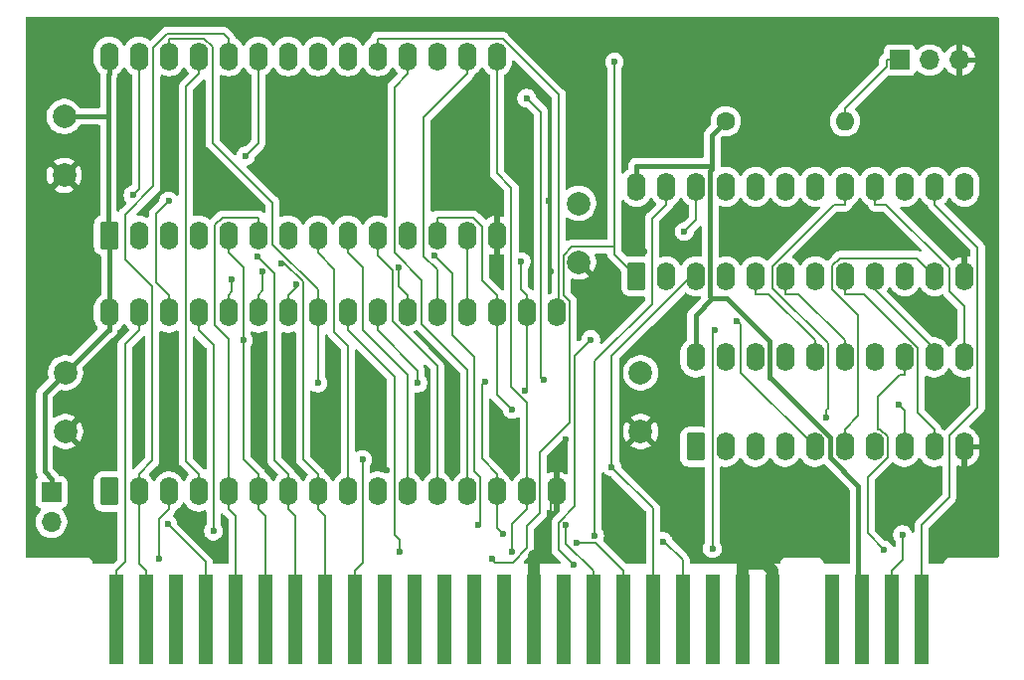
<source format=gbr>
%TF.GenerationSoftware,KiCad,Pcbnew,9.0.0*%
%TF.CreationDate,2025-03-16T01:26:31+03:00*%
%TF.ProjectId,128k_expander,3132386b-5f65-4787-9061-6e6465722e6b,rev?*%
%TF.SameCoordinates,Original*%
%TF.FileFunction,Copper,L2,Bot*%
%TF.FilePolarity,Positive*%
%FSLAX46Y46*%
G04 Gerber Fmt 4.6, Leading zero omitted, Abs format (unit mm)*
G04 Created by KiCad (PCBNEW 9.0.0) date 2025-03-16 01:26:31*
%MOMM*%
%LPD*%
G01*
G04 APERTURE LIST*
G04 Aperture macros list*
%AMRoundRect*
0 Rectangle with rounded corners*
0 $1 Rounding radius*
0 $2 $3 $4 $5 $6 $7 $8 $9 X,Y pos of 4 corners*
0 Add a 4 corners polygon primitive as box body*
4,1,4,$2,$3,$4,$5,$6,$7,$8,$9,$2,$3,0*
0 Add four circle primitives for the rounded corners*
1,1,$1+$1,$2,$3*
1,1,$1+$1,$4,$5*
1,1,$1+$1,$6,$7*
1,1,$1+$1,$8,$9*
0 Add four rect primitives between the rounded corners*
20,1,$1+$1,$2,$3,$4,$5,0*
20,1,$1+$1,$4,$5,$6,$7,0*
20,1,$1+$1,$6,$7,$8,$9,0*
20,1,$1+$1,$8,$9,$2,$3,0*%
G04 Aperture macros list end*
%TA.AperFunction,ComponentPad*%
%ADD10C,2.000000*%
%TD*%
%TA.AperFunction,ComponentPad*%
%ADD11RoundRect,0.250000X0.550000X-0.950000X0.550000X0.950000X-0.550000X0.950000X-0.550000X-0.950000X0*%
%TD*%
%TA.AperFunction,ComponentPad*%
%ADD12O,1.600000X2.400000*%
%TD*%
%TA.AperFunction,SMDPad,CuDef*%
%ADD13R,1.270000X7.620000*%
%TD*%
%TA.AperFunction,ComponentPad*%
%ADD14R,1.700000X1.700000*%
%TD*%
%TA.AperFunction,ComponentPad*%
%ADD15O,1.700000X1.700000*%
%TD*%
%TA.AperFunction,ComponentPad*%
%ADD16C,1.600000*%
%TD*%
%TA.AperFunction,ComponentPad*%
%ADD17O,1.600000X1.600000*%
%TD*%
%TA.AperFunction,ViaPad*%
%ADD18C,0.600000*%
%TD*%
%TA.AperFunction,Conductor*%
%ADD19C,0.200000*%
%TD*%
%TA.AperFunction,Conductor*%
%ADD20C,0.400000*%
%TD*%
%TA.AperFunction,Conductor*%
%ADD21C,1.000000*%
%TD*%
G04 APERTURE END LIST*
D10*
%TO.P,C1,1*%
%TO.N,+5V*%
X40900000Y-100400000D03*
%TO.P,C1,2*%
%TO.N,GND*%
X40900000Y-105400000D03*
%TD*%
%TO.P,C2,1*%
%TO.N,+5V*%
X84700000Y-107800000D03*
%TO.P,C2,2*%
%TO.N,GND*%
X84700000Y-112800000D03*
%TD*%
D11*
%TO.P,U3,1,NC*%
%TO.N,/SA18*%
X44720000Y-132340000D03*
D12*
%TO.P,U3,2,A16*%
%TO.N,/A9*%
X47260000Y-132340000D03*
%TO.P,U3,3,A14*%
%TO.N,/A10*%
X49800000Y-132340000D03*
%TO.P,U3,4,A12*%
%TO.N,/A8*%
X52340000Y-132340000D03*
%TO.P,U3,5,A7*%
%TO.N,/A4*%
X54880000Y-132340000D03*
%TO.P,U3,6,A6*%
%TO.N,/A5*%
X57420000Y-132340000D03*
%TO.P,U3,7,A5*%
%TO.N,/A6*%
X59960000Y-132340000D03*
%TO.P,U3,8,A4*%
%TO.N,/A7*%
X62500000Y-132340000D03*
%TO.P,U3,9,A3*%
%TO.N,/A2*%
X65040000Y-132340000D03*
%TO.P,U3,10,A2*%
%TO.N,/A3*%
X67580000Y-132340000D03*
%TO.P,U3,11,A1*%
%TO.N,/A1*%
X70120000Y-132340000D03*
%TO.P,U3,12,A0*%
%TO.N,/A0*%
X72660000Y-132340000D03*
%TO.P,U3,13,I/O0*%
%TO.N,/D6*%
X75200000Y-132340000D03*
%TO.P,U3,14,I/O1*%
%TO.N,/D5*%
X77740000Y-132340000D03*
%TO.P,U3,15,I/O2*%
%TO.N,/D3*%
X80280000Y-132340000D03*
%TO.P,U3,16,GND*%
%TO.N,GND*%
X82820000Y-132340000D03*
%TO.P,U3,17,I/O3*%
%TO.N,/D7*%
X82820000Y-117100000D03*
%TO.P,U3,18,I/O4*%
%TO.N,/D0*%
X80280000Y-117100000D03*
%TO.P,U3,19,I/O5*%
%TO.N,/D1*%
X77740000Y-117100000D03*
%TO.P,U3,20,I/O6*%
%TO.N,/D2*%
X75200000Y-117100000D03*
%TO.P,U3,21,I/O7*%
%TO.N,/D4*%
X72660000Y-117100000D03*
%TO.P,U3,22,~{CS1}/~{CE1}*%
%TO.N,/RAMCS*%
X70120000Y-117100000D03*
%TO.P,U3,23,A10*%
%TO.N,/A12*%
X67580000Y-117100000D03*
%TO.P,U3,24,~{OE}*%
%TO.N,/RD*%
X65040000Y-117100000D03*
%TO.P,U3,25,A11*%
%TO.N,/A13*%
X62500000Y-117100000D03*
%TO.P,U3,26,A9*%
%TO.N,/SA14*%
X59960000Y-117100000D03*
%TO.P,U3,27,A8*%
%TO.N,/SA15*%
X57420000Y-117100000D03*
%TO.P,U3,28,A13*%
%TO.N,/SA16*%
X54880000Y-117100000D03*
%TO.P,U3,29,~{WE}*%
%TO.N,/WR*%
X52340000Y-117100000D03*
%TO.P,U3,30,CS2/CE2*%
%TO.N,/SA17*%
X49800000Y-117100000D03*
%TO.P,U3,31,A15*%
%TO.N,/A11*%
X47260000Y-117100000D03*
%TO.P,U3,32,VCC*%
%TO.N,+5V*%
X44720000Y-117100000D03*
%TD*%
D11*
%TO.P,U1,1,VPP*%
%TO.N,+5V*%
X44720000Y-110515000D03*
D12*
%TO.P,U1,2,A12*%
%TO.N,/A12*%
X47260000Y-110515000D03*
%TO.P,U1,3,A7*%
%TO.N,/A7*%
X49800000Y-110515000D03*
%TO.P,U1,4,A6*%
%TO.N,/A6*%
X52340000Y-110515000D03*
%TO.P,U1,5,A5*%
%TO.N,/A5*%
X54880000Y-110515000D03*
%TO.P,U1,6,A4*%
%TO.N,/A4*%
X57420000Y-110515000D03*
%TO.P,U1,7,A3*%
%TO.N,/A3*%
X59960000Y-110515000D03*
%TO.P,U1,8,A2*%
%TO.N,/A2*%
X62500000Y-110515000D03*
%TO.P,U1,9,A1*%
%TO.N,/A1*%
X65040000Y-110515000D03*
%TO.P,U1,10,A0*%
%TO.N,/A0*%
X67580000Y-110515000D03*
%TO.P,U1,11,D0*%
%TO.N,/D0*%
X70120000Y-110515000D03*
%TO.P,U1,12,D1*%
%TO.N,/D1*%
X72660000Y-110515000D03*
%TO.P,U1,13,D2*%
%TO.N,/D2*%
X75200000Y-110515000D03*
%TO.P,U1,14,GND*%
%TO.N,GND*%
X77740000Y-110515000D03*
%TO.P,U1,15,D3*%
%TO.N,/D3*%
X77740000Y-95275000D03*
%TO.P,U1,16,D4*%
%TO.N,/D4*%
X75200000Y-95275000D03*
%TO.P,U1,17,D5*%
%TO.N,/D5*%
X72660000Y-95275000D03*
%TO.P,U1,18,D6*%
%TO.N,/D6*%
X70120000Y-95275000D03*
%TO.P,U1,19,D7*%
%TO.N,/D7*%
X67580000Y-95275000D03*
%TO.P,U1,20,~{CE}*%
%TO.N,/ROMCS*%
X65040000Y-95275000D03*
%TO.P,U1,21,A10*%
%TO.N,/A10*%
X62500000Y-95275000D03*
%TO.P,U1,22,~{OE}*%
%TO.N,/MREQ*%
X59960000Y-95275000D03*
%TO.P,U1,23,A11*%
%TO.N,/A11*%
X57420000Y-95275000D03*
%TO.P,U1,24,A9*%
%TO.N,/A9*%
X54880000Y-95275000D03*
%TO.P,U1,25,A8*%
%TO.N,/A8*%
X52340000Y-95275000D03*
%TO.P,U1,26,A13*%
%TO.N,/A13*%
X49800000Y-95275000D03*
%TO.P,U1,27,A14*%
%TO.N,/ROMA14*%
X47260000Y-95275000D03*
%TO.P,U1,28,VCC*%
%TO.N,+5V*%
X44720000Y-95275000D03*
%TD*%
D10*
%TO.P,C4,1*%
%TO.N,+5V*%
X89980000Y-122225000D03*
%TO.P,C4,2*%
%TO.N,GND*%
X89980000Y-127225000D03*
%TD*%
D13*
%TO.P,J2,29,A14*%
%TO.N,/A14*%
X113880000Y-143200000D03*
%TO.P,J2,30,A12*%
%TO.N,/A12*%
X111340000Y-143200000D03*
%TO.P,J2,31,+5V*%
%TO.N,+5V*%
X108800000Y-143200000D03*
%TO.P,J2,32,NC*%
%TO.N,unconnected-(J2-NC-Pad32)*%
X106260000Y-143200000D03*
%TO.P,J2,34,GND*%
%TO.N,GND*%
X101180000Y-143200000D03*
%TO.P,J2,35,GND*%
X98640000Y-143200000D03*
%TO.P,J2,36,CLK*%
%TO.N,unconnected-(J2-CLK-Pad36)*%
X96100000Y-143200000D03*
%TO.P,J2,37,A0*%
%TO.N,/A0*%
X93560000Y-143200000D03*
%TO.P,J2,38,A1*%
%TO.N,/A1*%
X91020000Y-143200000D03*
%TO.P,J2,39,A2*%
%TO.N,/A2*%
X88480000Y-143200000D03*
%TO.P,J2,40,A3*%
%TO.N,/A3*%
X85940000Y-143200000D03*
%TO.P,J2,41,NC*%
%TO.N,unconnected-(J2-NC-Pad41)*%
X83400000Y-143200000D03*
%TO.P,J2,42,GND*%
%TO.N,GND*%
X80860000Y-143200000D03*
%TO.P,J2,43,OE*%
%TO.N,unconnected-(J2-OE-Pad43)*%
X78320000Y-143200000D03*
%TO.P,J2,44,NC*%
%TO.N,unconnected-(J2-NC-Pad44)*%
X75780000Y-143200000D03*
%TO.P,J2,45,NC*%
%TO.N,unconnected-(J2-NC-Pad45)*%
X73240000Y-143200000D03*
%TO.P,J2,46,NC*%
%TO.N,unconnected-(J2-NC-Pad46)*%
X70700000Y-143200000D03*
%TO.P,J2,47,BUSRQ*%
%TO.N,unconnected-(J2-BUSRQ-Pad47)*%
X68160000Y-143200000D03*
%TO.P,J2,48,RESET*%
%TO.N,/RESET*%
X65620000Y-143200000D03*
%TO.P,J2,49,A7*%
%TO.N,/A7*%
X63080000Y-143200000D03*
%TO.P,J2,50,A6*%
%TO.N,/A6*%
X60540000Y-143200000D03*
%TO.P,J2,51,A5*%
%TO.N,/A5*%
X58000000Y-143200000D03*
%TO.P,J2,52,A4*%
%TO.N,/A4*%
X55460000Y-143200000D03*
%TO.P,J2,53,ROMCS*%
%TO.N,Net-(J2-ROMCS)*%
X52920000Y-143200000D03*
%TO.P,J2,54,BUSACK*%
%TO.N,unconnected-(J2-BUSACK-Pad54)*%
X50380000Y-143200000D03*
%TO.P,J2,55,A9*%
%TO.N,/A9*%
X47840000Y-143200000D03*
%TO.P,J2,56,A11*%
%TO.N,/A11*%
X45300000Y-143200000D03*
%TD*%
D10*
%TO.P,C3,1*%
%TO.N,+5V*%
X41000000Y-122225000D03*
%TO.P,C3,2*%
%TO.N,GND*%
X41000000Y-127225000D03*
%TD*%
D14*
%TO.P,JP2,1,Pin_1*%
%TO.N,Net-(JP2-Pin_1)*%
X112060000Y-95600000D03*
D15*
%TO.P,JP2,2,Pin_2*%
%TO.N,Net-(JP2-Pin_2)*%
X114600000Y-95600000D03*
%TO.P,JP2,3,Pin_3*%
%TO.N,GND*%
X117140000Y-95600000D03*
%TD*%
D11*
%TO.P,U2,1,CLK/IO*%
%TO.N,/MREQ*%
X89620000Y-114000000D03*
D12*
%TO.P,U2,2,I0*%
%TO.N,Net-(JP2-Pin_2)*%
X92160000Y-114000000D03*
%TO.P,U2,3,I1*%
%TO.N,/A1*%
X94700000Y-114000000D03*
%TO.P,U2,4,I2*%
%TO.N,/WR*%
X97240000Y-114000000D03*
%TO.P,U2,5,I3*%
%TO.N,/DIS128*%
X99780000Y-114000000D03*
%TO.P,U2,6,I4*%
%TO.N,/BANK2*%
X102320000Y-114000000D03*
%TO.P,U2,7,I5*%
%TO.N,/A5*%
X104860000Y-114000000D03*
%TO.P,U2,8,I6*%
%TO.N,/BANK0*%
X107400000Y-114000000D03*
%TO.P,U2,9,I7*%
%TO.N,/BANK4*%
X109940000Y-114000000D03*
%TO.P,U2,10,I8*%
%TO.N,/BANK3*%
X112480000Y-114000000D03*
%TO.P,U2,11,I9*%
%TO.N,/BANK1*%
X115020000Y-114000000D03*
%TO.P,U2,12,GND*%
%TO.N,GND*%
X117560000Y-114000000D03*
%TO.P,U2,13,OE/I10*%
%TO.N,/A15*%
X117560000Y-106380000D03*
%TO.P,U2,14,I11*%
%TO.N,/A14*%
X115020000Y-106380000D03*
%TO.P,U2,15,O0*%
%TO.N,/ROMCS*%
X112480000Y-106380000D03*
%TO.P,U2,16,O1*%
%TO.N,/CLK7FFD*%
X109940000Y-106380000D03*
%TO.P,U2,17,O2*%
%TO.N,/SA18*%
X107400000Y-106380000D03*
%TO.P,U2,18,O3*%
%TO.N,/SA17*%
X104860000Y-106380000D03*
%TO.P,U2,19,O4*%
%TO.N,/RAMCS*%
X102320000Y-106380000D03*
%TO.P,U2,20,O5*%
%TO.N,/SA16*%
X99780000Y-106380000D03*
%TO.P,U2,21,O6*%
%TO.N,/SA15*%
X97240000Y-106380000D03*
%TO.P,U2,22,O7*%
%TO.N,/SA14*%
X94700000Y-106380000D03*
%TO.P,U2,23,I12*%
%TO.N,/IORQ*%
X92160000Y-106380000D03*
%TO.P,U2,24,VCC*%
%TO.N,+5V*%
X89620000Y-106380000D03*
%TD*%
D14*
%TO.P,JP1,1,A*%
%TO.N,+5V*%
X39800000Y-132400000D03*
D15*
%TO.P,JP1,2,B*%
%TO.N,Net-(J2-ROMCS)*%
X39800000Y-134940000D03*
%TD*%
D11*
%TO.P,U4,1,~{Mr}*%
%TO.N,/RESET*%
X94660000Y-128535000D03*
D12*
%TO.P,U4,2,Q0*%
%TO.N,unconnected-(U4-Q0-Pad2)*%
X97200000Y-128535000D03*
%TO.P,U4,3,D0*%
%TO.N,/D3*%
X99740000Y-128535000D03*
%TO.P,U4,4,D1*%
%TO.N,/D6*%
X102280000Y-128535000D03*
%TO.P,U4,5,Q1*%
%TO.N,/BANK3*%
X104820000Y-128535000D03*
%TO.P,U4,6,Q2*%
%TO.N,/BANK1*%
X107360000Y-128535000D03*
%TO.P,U4,7,D2*%
%TO.N,/D1*%
X109900000Y-128535000D03*
%TO.P,U4,8,D3*%
%TO.N,/D0*%
X112440000Y-128535000D03*
%TO.P,U4,9,Q3*%
%TO.N,/BANK0*%
X114980000Y-128535000D03*
%TO.P,U4,10,GND*%
%TO.N,GND*%
X117520000Y-128535000D03*
%TO.P,U4,11,Cp*%
%TO.N,/CLK7FFD*%
X117520000Y-120915000D03*
%TO.P,U4,12,Q4*%
%TO.N,/BANK4*%
X114980000Y-120915000D03*
%TO.P,U4,13,D4*%
%TO.N,/D7*%
X112440000Y-120915000D03*
%TO.P,U4,14,D5*%
%TO.N,/D2*%
X109900000Y-120915000D03*
%TO.P,U4,15,Q5*%
%TO.N,/BANK2*%
X107360000Y-120915000D03*
%TO.P,U4,16,Q6*%
%TO.N,/DIS128*%
X104820000Y-120915000D03*
%TO.P,U4,17,D6*%
%TO.N,/D5*%
X102280000Y-120915000D03*
%TO.P,U4,18,D7*%
%TO.N,/D4*%
X99740000Y-120915000D03*
%TO.P,U4,19,Q7*%
%TO.N,/ROMA14*%
X97200000Y-120915000D03*
%TO.P,U4,20,VCC*%
%TO.N,+5V*%
X94660000Y-120915000D03*
%TD*%
D16*
%TO.P,R1,1*%
%TO.N,+5V*%
X97220000Y-100800000D03*
D17*
%TO.P,R1,2*%
%TO.N,Net-(JP2-Pin_1)*%
X107380000Y-100800000D03*
%TD*%
D18*
%TO.N,/A5*%
X56150000Y-119449000D03*
%TO.N,/D0*%
X111976300Y-124967000D03*
X79805000Y-112756400D03*
X80140400Y-123749100D03*
%TO.N,/RAMCS*%
X69415200Y-113253500D03*
%TO.N,/D4*%
X85747900Y-119395200D03*
X84236600Y-138563400D03*
%TO.N,/A3*%
X83610900Y-135219500D03*
X76150000Y-135185200D03*
X72415300Y-112269700D03*
%TO.N,/SA17*%
X49785000Y-107580600D03*
%TO.N,/A10*%
X48977800Y-138100000D03*
%TO.N,/D5*%
X78275000Y-135969400D03*
X81715200Y-122859100D03*
X76700000Y-123000000D03*
X80273600Y-98826400D03*
%TO.N,/A6*%
X57375000Y-112320800D03*
%TO.N,/A1*%
X87532800Y-130260900D03*
%TO.N,/A12*%
X112276700Y-136000000D03*
X71010000Y-123093900D03*
%TO.N,/A0*%
X91900000Y-136600000D03*
%TO.N,/A2*%
X84541200Y-136734900D03*
%TO.N,/SA16*%
X55186500Y-114257200D03*
%TO.N,/A11*%
X56347700Y-103758300D03*
%TO.N,/A13*%
X62500000Y-123100000D03*
%TO.N,/A7*%
X59418000Y-112920100D03*
%TO.N,GND*%
X67200000Y-128400000D03*
X117700000Y-133100000D03*
X52400000Y-124100000D03*
X115300000Y-117600000D03*
X91300000Y-99700000D03*
X73900000Y-127400000D03*
X41900000Y-130000000D03*
X82200000Y-107600000D03*
X84900000Y-105700000D03*
X52500000Y-100900000D03*
X116300000Y-124200000D03*
X78200000Y-127500000D03*
X62900000Y-99800000D03*
X46000000Y-100900000D03*
X83700000Y-95600000D03*
X56100000Y-99800000D03*
X71500000Y-127500000D03*
X87700000Y-132500000D03*
X62100000Y-124900000D03*
X86900000Y-113000000D03*
X52400000Y-128400000D03*
X85200000Y-117000000D03*
X93000000Y-117000000D03*
X108700000Y-109300000D03*
X98500000Y-110700000D03*
X59900000Y-124300000D03*
X101700000Y-109200000D03*
X51100000Y-134600000D03*
X78500000Y-129400000D03*
X75600000Y-100700000D03*
X105400000Y-95700000D03*
X82900000Y-129400000D03*
X106500000Y-104000000D03*
X94900000Y-110800000D03*
X107200000Y-135600000D03*
X38900000Y-95400000D03*
X44700000Y-123500000D03*
X40300000Y-94300000D03*
X54100000Y-137400000D03*
X90300000Y-111900000D03*
X63000000Y-128000000D03*
X90500000Y-129700000D03*
X57400000Y-124500000D03*
X54900000Y-107000000D03*
X64500000Y-106700000D03*
X93900000Y-132800000D03*
X80400000Y-110800000D03*
X92500000Y-111000000D03*
X49800000Y-124700000D03*
X49700000Y-100900000D03*
X85500000Y-100600000D03*
X68400000Y-130500000D03*
X40900000Y-113700000D03*
X110500000Y-134300000D03*
X47200000Y-124800000D03*
X113100000Y-111400000D03*
X44500000Y-128400000D03*
X92000000Y-131800000D03*
X89800000Y-110500000D03*
X102700000Y-132400000D03*
X99500000Y-135200000D03*
X114400000Y-133000000D03*
X83600000Y-127900000D03*
X80600000Y-108900000D03*
X76600000Y-107200000D03*
X82300000Y-113600000D03*
X40900000Y-124700000D03*
%TO.N,/RD*%
X69482500Y-137500000D03*
%TO.N,/SA14*%
X60612900Y-114721400D03*
X93700000Y-110201000D03*
%TO.N,/SA18*%
X105800000Y-126000000D03*
%TO.N,/D1*%
X79029200Y-125363800D03*
%TO.N,/D2*%
X96295400Y-118605800D03*
X96091700Y-137200000D03*
%TO.N,/D7*%
X110700000Y-137300000D03*
%TO.N,/SA15*%
X57778000Y-113593300D03*
%TO.N,/D3*%
X79050000Y-137503400D03*
%TO.N,/WR*%
X53600000Y-135700000D03*
%TO.N,/IORQ*%
X86065400Y-136073300D03*
%TO.N,/MREQ*%
X77300000Y-138100000D03*
X87750000Y-95739000D03*
%TO.N,/BANK3*%
X98200000Y-117800000D03*
%TO.N,/RESET*%
X66300000Y-129600000D03*
%TO.N,/ROMA14*%
X46744600Y-107100000D03*
%TO.N,Net-(J2-ROMCS)*%
X49700000Y-135100000D03*
%TD*%
D19*
%TO.N,Net-(JP2-Pin_1)*%
X107380000Y-99698300D02*
X110908300Y-96170000D01*
X110908300Y-96170000D02*
X110908300Y-95600000D01*
X112060000Y-95600000D02*
X110908300Y-95600000D01*
X107380000Y-100800000D02*
X107380000Y-99698300D01*
D20*
%TO.N,+5V*%
X44720000Y-110515000D02*
X44648700Y-110443700D01*
X44720000Y-95275000D02*
X44720000Y-96776700D01*
X39800000Y-131248300D02*
X39200000Y-130648300D01*
X96067700Y-101952300D02*
X96067700Y-104878300D01*
X44648700Y-96848000D02*
X44720000Y-96776700D01*
X39200000Y-124025000D02*
X41000000Y-122225000D01*
X39800000Y-132400000D02*
X39800000Y-131248300D01*
X96067700Y-115893700D02*
X97343600Y-115893700D01*
X94660000Y-120915000D02*
X94660000Y-119413300D01*
X39200000Y-130648300D02*
X39200000Y-124025000D01*
X44720000Y-118601700D02*
X44623300Y-118601700D01*
X89620000Y-104600000D02*
X89620000Y-106380000D01*
X96067700Y-104878300D02*
X95900000Y-105046000D01*
X100941000Y-122619000D02*
X101002470Y-122619000D01*
X44648700Y-110443700D02*
X44648700Y-100400000D01*
X96067700Y-115893700D02*
X94660000Y-117301400D01*
X95900000Y-115726000D02*
X96067700Y-115893700D01*
X44720000Y-117100000D02*
X44720000Y-118601700D01*
X44623300Y-118601700D02*
X41000000Y-122225000D01*
X100941000Y-119491100D02*
X100941000Y-122619000D01*
X97220000Y-100800000D02*
X96067700Y-101952300D01*
X95900000Y-105046000D02*
X95900000Y-115726000D01*
X108500000Y-131875000D02*
X108500000Y-142900000D01*
X94660000Y-117301400D02*
X94660000Y-119413300D01*
X44720000Y-110515000D02*
X44720000Y-117100000D01*
X101002470Y-122619000D02*
X106090000Y-127706530D01*
X106090000Y-127706530D02*
X106090000Y-129465000D01*
X108500000Y-142900000D02*
X108800000Y-143200000D01*
X106090000Y-129465000D02*
X108500000Y-131875000D01*
X95789400Y-104600000D02*
X89620000Y-104600000D01*
X97343600Y-115893700D02*
X100941000Y-119491100D01*
X44648700Y-100400000D02*
X44648700Y-96848000D01*
X44648700Y-100400000D02*
X40900000Y-100400000D01*
X96067700Y-104878300D02*
X95789400Y-104600000D01*
D19*
%TO.N,/A5*%
X54880000Y-112016700D02*
X56150000Y-113286700D01*
X58000000Y-134421700D02*
X57420000Y-133841700D01*
X57420000Y-132773600D02*
X57420000Y-133841700D01*
X57420000Y-132773600D02*
X57420000Y-132340000D01*
X56150000Y-129568300D02*
X57420000Y-130838300D01*
X58000000Y-143200000D02*
X58000000Y-134421700D01*
X56150000Y-113286700D02*
X56150000Y-119449000D01*
X54880000Y-110515000D02*
X54880000Y-112016700D01*
X57420000Y-132340000D02*
X57420000Y-130838300D01*
X56150000Y-119449000D02*
X56150000Y-129568300D01*
%TO.N,/D0*%
X79805000Y-115123300D02*
X79805000Y-112756400D01*
X112440000Y-125430700D02*
X111976300Y-124967000D01*
X80280000Y-117100000D02*
X80280000Y-115598300D01*
X112440000Y-128535000D02*
X112440000Y-125430700D01*
X80280000Y-123609500D02*
X80280000Y-117100000D01*
X80280000Y-115598300D02*
X79805000Y-115123300D01*
X80140400Y-123749100D02*
X80280000Y-123609500D01*
%TO.N,/RAMCS*%
X69415200Y-114893500D02*
X70120000Y-115598300D01*
X70120000Y-117100000D02*
X70120000Y-115598300D01*
X69415200Y-113253500D02*
X69415200Y-114893500D01*
%TO.N,/D4*%
X71518400Y-100458300D02*
X71518400Y-112319000D01*
X82986400Y-137313200D02*
X82986400Y-134990700D01*
X82986400Y-134990700D02*
X84363200Y-133613900D01*
X84236600Y-138563400D02*
X82986400Y-137313200D01*
X75200000Y-96776700D02*
X71518400Y-100458300D01*
X84363200Y-133613900D02*
X84363200Y-120779900D01*
X72660000Y-113460600D02*
X72660000Y-117100000D01*
X75200000Y-95275000D02*
X75200000Y-96776700D01*
X84363200Y-120779900D02*
X85747900Y-119395200D01*
X71518400Y-112319000D02*
X72660000Y-113460600D01*
%TO.N,/A3*%
X73930000Y-113784400D02*
X72415300Y-112269700D01*
X73930000Y-118974200D02*
X73930000Y-113784400D01*
X75807300Y-120851500D02*
X73930000Y-118974200D01*
X76301700Y-131126100D02*
X75807300Y-130631700D01*
X76301700Y-135033500D02*
X76301700Y-131126100D01*
X83610900Y-136759200D02*
X83610900Y-135219500D01*
X75807300Y-130631700D02*
X75807300Y-120851500D01*
X76150000Y-135185200D02*
X76301700Y-135033500D01*
X85940000Y-139088300D02*
X83610900Y-136759200D01*
X85940000Y-143200000D02*
X85940000Y-139088300D01*
%TO.N,/SA17*%
X48687000Y-114485300D02*
X49800000Y-115598300D01*
X48687000Y-108678600D02*
X48687000Y-114485300D01*
X49785000Y-107580600D02*
X48687000Y-108678600D01*
X49800000Y-117100000D02*
X49800000Y-115598300D01*
%TO.N,/A10*%
X48977800Y-138100000D02*
X48977800Y-134663900D01*
X49800000Y-133841700D02*
X49800000Y-132340000D01*
X48977800Y-134663900D02*
X49800000Y-133841700D01*
%TO.N,/D5*%
X80273600Y-98826400D02*
X81500000Y-100052800D01*
X77740000Y-135434400D02*
X77740000Y-132340000D01*
X78275000Y-135969400D02*
X77740000Y-135434400D01*
X77740000Y-130838300D02*
X77740000Y-132340000D01*
X81500000Y-100052800D02*
X81500000Y-122643900D01*
X76450000Y-123250000D02*
X76450000Y-129548300D01*
X81500000Y-122643900D02*
X81715200Y-122859100D01*
X76700000Y-123000000D02*
X76450000Y-123250000D01*
X76450000Y-129548300D02*
X77740000Y-130838300D01*
%TO.N,/A6*%
X60540000Y-134421700D02*
X59960000Y-133841700D01*
X59960000Y-132340000D02*
X59960000Y-130838300D01*
X58817800Y-113763600D02*
X57375000Y-112320800D01*
X59960000Y-132773600D02*
X59960000Y-132340000D01*
X59960000Y-130838300D02*
X58817800Y-129696100D01*
X60540000Y-143200000D02*
X60540000Y-134421700D01*
X58817800Y-129696100D02*
X58817800Y-113763600D01*
X59960000Y-132773600D02*
X59960000Y-133841700D01*
%TO.N,/D6*%
X75200000Y-132340000D02*
X75200000Y-130838300D01*
X71355100Y-114342500D02*
X71355100Y-118116700D01*
X75200000Y-121961600D02*
X75200000Y-130838300D01*
X69008800Y-111996200D02*
X71355100Y-114342500D01*
X70120000Y-96776700D02*
X69008800Y-97887900D01*
X69008800Y-97887900D02*
X69008800Y-111996200D01*
X70120000Y-95275000D02*
X70120000Y-96776700D01*
X71355100Y-118116700D02*
X75200000Y-121961600D01*
%TO.N,/A1*%
X66310000Y-113286700D02*
X66310000Y-118571600D01*
X91020000Y-133748100D02*
X91020000Y-143200000D01*
X65040000Y-110515000D02*
X65040000Y-112016700D01*
X87532800Y-130260900D02*
X91020000Y-133748100D01*
X87532800Y-120767200D02*
X87532800Y-130260900D01*
X65040000Y-112016700D02*
X66310000Y-113286700D01*
X66310000Y-118571600D02*
X70120000Y-122381600D01*
X70120000Y-122381600D02*
X70120000Y-132340000D01*
X94700000Y-114000000D02*
X94300000Y-114000000D01*
X94300000Y-114000000D02*
X87532800Y-120767200D01*
%TO.N,/A12*%
X112276700Y-136000000D02*
X112276700Y-138151600D01*
X71010000Y-122031700D02*
X67580000Y-118601700D01*
X112276700Y-138151600D02*
X111340000Y-139088300D01*
X111340000Y-139088300D02*
X111340000Y-143200000D01*
X67580000Y-117100000D02*
X67580000Y-118601700D01*
X71010000Y-123093900D02*
X71010000Y-122031700D01*
%TO.N,/A0*%
X68850000Y-117846400D02*
X72660000Y-121656400D01*
X93560000Y-138183650D02*
X93560000Y-143200000D01*
X67580000Y-112269100D02*
X68850000Y-113539100D01*
X72660000Y-121656400D02*
X72660000Y-132340000D01*
X91900000Y-136600000D02*
X91976350Y-136600000D01*
X68850000Y-113539100D02*
X68850000Y-117846400D01*
X67580000Y-110515000D02*
X67580000Y-112016700D01*
X91976350Y-136600000D02*
X93560000Y-138183650D01*
X67580000Y-112016700D02*
X67580000Y-112269100D01*
%TO.N,/A2*%
X62500000Y-110515000D02*
X62500000Y-112016700D01*
X65040000Y-119918300D02*
X63881500Y-118759800D01*
X86126600Y-136734900D02*
X88480000Y-139088300D01*
X88480000Y-143200000D02*
X88480000Y-139088300D01*
X65040000Y-132340000D02*
X65040000Y-119918300D01*
X63881500Y-113398200D02*
X62500000Y-112016700D01*
X84541200Y-136734900D02*
X86126600Y-136734900D01*
X63881500Y-118759800D02*
X63881500Y-113398200D01*
%TO.N,/SA16*%
X54880000Y-117100000D02*
X54880000Y-115598300D01*
X55186500Y-115291800D02*
X55186500Y-114257200D01*
X54880000Y-115598300D02*
X55186500Y-115291800D01*
%TO.N,/A9*%
X46095900Y-108738800D02*
X48487000Y-106347700D01*
X48487000Y-94512500D02*
X49657500Y-93342000D01*
X47260000Y-132340000D02*
X47260000Y-130838300D01*
X48405200Y-129693100D02*
X48405200Y-114874500D01*
X49657500Y-93342000D02*
X54448700Y-93342000D01*
X48487000Y-106347700D02*
X48487000Y-94512500D01*
X46095900Y-112565200D02*
X46095900Y-108738800D01*
X54880000Y-95275000D02*
X54880000Y-93773300D01*
X48405200Y-114874500D02*
X46095900Y-112565200D01*
X47840000Y-143200000D02*
X47840000Y-139088300D01*
X47840000Y-139088300D02*
X47260000Y-138508300D01*
X47260000Y-138508300D02*
X47260000Y-132340000D01*
X54448700Y-93342000D02*
X54880000Y-93773300D01*
X47260000Y-130838300D02*
X48405200Y-129693100D01*
%TO.N,/A11*%
X57420000Y-102686000D02*
X57420000Y-95275000D01*
X45300000Y-143200000D02*
X45300000Y-139088300D01*
X46054000Y-138334300D02*
X46054000Y-119807700D01*
X47260000Y-117100000D02*
X47260000Y-118601700D01*
X45300000Y-139088300D02*
X46054000Y-138334300D01*
X56347700Y-103758300D02*
X57420000Y-102686000D01*
X46054000Y-119807700D02*
X47260000Y-118601700D01*
%TO.N,/A13*%
X62500000Y-115137900D02*
X62500000Y-117100000D01*
X49800000Y-95275000D02*
X49800000Y-93773300D01*
X58634200Y-111272100D02*
X62500000Y-115137900D01*
X52817400Y-93773300D02*
X53523600Y-94479500D01*
X53523600Y-94479500D02*
X53523600Y-102646300D01*
X49800000Y-93773300D02*
X52817400Y-93773300D01*
X58634200Y-107756900D02*
X58634200Y-111272100D01*
X53523600Y-102646300D02*
X58634200Y-107756900D01*
X62500000Y-123100000D02*
X62500000Y-117100000D01*
%TO.N,/A7*%
X63080000Y-143200000D02*
X63080000Y-134421700D01*
X62500000Y-132528800D02*
X62500000Y-132340000D01*
X61214600Y-114472200D02*
X59662500Y-112920100D01*
X62500000Y-132528800D02*
X62500000Y-133841700D01*
X63080000Y-134421700D02*
X62500000Y-133841700D01*
X62500000Y-132340000D02*
X62500000Y-130838300D01*
X62500000Y-130838300D02*
X61214600Y-129552900D01*
X61214600Y-129552900D02*
X61214600Y-114472200D01*
X59662500Y-112920100D02*
X59418000Y-112920100D01*
%TO.N,GND*%
X80860000Y-137840000D02*
X82300000Y-136400000D01*
D21*
X101180000Y-139088300D02*
X101180000Y-143200000D01*
X100591700Y-138500000D02*
X98640000Y-138500000D01*
X80860000Y-143200000D02*
X80860000Y-137840000D01*
X101180000Y-139088300D02*
X100591700Y-138500000D01*
D19*
X82300000Y-132860000D02*
X82820000Y-132340000D01*
X82300000Y-136400000D02*
X82300000Y-132860000D01*
D21*
X98640000Y-138500000D02*
X98640000Y-143200000D01*
D19*
%TO.N,/RD*%
X69482500Y-137500000D02*
X69482500Y-136490500D01*
X69000000Y-122561700D02*
X65040000Y-118601700D01*
X69000000Y-136008000D02*
X69000000Y-122561700D01*
X65040000Y-118601700D02*
X65040000Y-117100000D01*
X69482500Y-136490500D02*
X69000000Y-136008000D01*
%TO.N,/SA14*%
X60612900Y-114945400D02*
X60612900Y-114721400D01*
X94700000Y-109201000D02*
X94700000Y-106380000D01*
X59960000Y-117100000D02*
X59960000Y-115598300D01*
X93700000Y-110201000D02*
X94700000Y-109201000D01*
X59960000Y-115598300D02*
X60612900Y-114945400D01*
%TO.N,/SA18*%
X107400000Y-107881700D02*
X107400000Y-106380000D01*
X105922300Y-125280500D02*
X105922300Y-119712700D01*
X106461400Y-107881700D02*
X107400000Y-107881700D01*
X101215400Y-115005800D02*
X101215400Y-113127700D01*
X105800000Y-125402800D02*
X105922300Y-125280500D01*
X105922300Y-119712700D02*
X101215400Y-115005800D01*
X101215400Y-113127700D02*
X106461400Y-107881700D01*
X105800000Y-126000000D02*
X105800000Y-125402800D01*
%TO.N,/D1*%
X72660000Y-110515000D02*
X72660000Y-109013300D01*
X72660000Y-109013300D02*
X75732300Y-109013300D01*
X75732300Y-109013300D02*
X76470000Y-109751000D01*
X77740000Y-117100000D02*
X77740000Y-124074600D01*
X76470000Y-109751000D02*
X76470000Y-114328300D01*
X77740000Y-117100000D02*
X77740000Y-115598300D01*
X77740000Y-124074600D02*
X79029200Y-125363800D01*
X76470000Y-114328300D02*
X77740000Y-115598300D01*
%TO.N,/A8*%
X52340000Y-130838300D02*
X51237300Y-129735600D01*
X52340000Y-95275000D02*
X52340000Y-96776700D01*
X52340000Y-132340000D02*
X52340000Y-130838300D01*
X51237300Y-97879400D02*
X52340000Y-96776700D01*
X51237300Y-129735600D02*
X51237300Y-97879400D01*
%TO.N,/D2*%
X96091700Y-137200000D02*
X96091700Y-118809500D01*
X96091700Y-118809500D02*
X96295400Y-118605800D01*
X75200000Y-110515000D02*
X75200000Y-117100000D01*
%TO.N,/D7*%
X110356049Y-127034000D02*
X110200000Y-127034000D01*
X82990600Y-112378000D02*
X82990600Y-115425500D01*
X109300000Y-131092049D02*
X111001000Y-129391049D01*
X82990600Y-115757700D02*
X83000000Y-115767100D01*
X83000000Y-115767100D02*
X83000000Y-116920000D01*
X112080500Y-122416700D02*
X112440000Y-122416700D01*
X82990600Y-115425500D02*
X82990600Y-115757700D01*
X110200000Y-127034000D02*
X110200000Y-124297200D01*
X112440000Y-122416700D02*
X112440000Y-120915000D01*
X111001000Y-127678951D02*
X110356049Y-127034000D01*
X83000000Y-98538600D02*
X83000000Y-112036400D01*
X82990600Y-112045800D02*
X82990600Y-112378000D01*
X110200000Y-124297200D02*
X112080500Y-122416700D01*
X67580000Y-95275000D02*
X67580000Y-93773300D01*
X110700000Y-137300000D02*
X109300000Y-135900000D01*
X78234700Y-93773300D02*
X83000000Y-98538600D01*
X109300000Y-135900000D02*
X109300000Y-131092049D01*
X83000000Y-116920000D02*
X82820000Y-117100000D01*
X67580000Y-93773300D02*
X78234700Y-93773300D01*
X83000000Y-112036400D02*
X82990600Y-112045800D01*
X111001000Y-129391049D02*
X111001000Y-127678951D01*
%TO.N,/SA15*%
X57420000Y-115598300D02*
X57778000Y-115240300D01*
X57420000Y-117100000D02*
X57420000Y-115598300D01*
X57778000Y-115240300D02*
X57778000Y-113593300D01*
%TO.N,/D3*%
X79050000Y-137503400D02*
X79050000Y-135071700D01*
X79050000Y-135071700D02*
X80280000Y-133841700D01*
X77740000Y-95275000D02*
X77740000Y-105240000D01*
X78978300Y-123437800D02*
X80280000Y-124739500D01*
X77740000Y-105240000D02*
X78978300Y-106478300D01*
X78978300Y-106478300D02*
X78978300Y-123437800D01*
X80280000Y-132340000D02*
X80280000Y-133841700D01*
X80280000Y-124739500D02*
X80280000Y-132340000D01*
%TO.N,/WR*%
X53600000Y-119861700D02*
X52340000Y-118601700D01*
X53600000Y-135700000D02*
X53600000Y-119861700D01*
X52340000Y-118601700D02*
X52340000Y-117100000D01*
%TO.N,/A4*%
X55460000Y-134421700D02*
X54880000Y-133841700D01*
X57420000Y-110515000D02*
X57420000Y-109013300D01*
X54880000Y-133090800D02*
X54880000Y-133841700D01*
X54880000Y-132340000D02*
X54880000Y-119325900D01*
X54360400Y-109013300D02*
X57420000Y-109013300D01*
X55460000Y-143200000D02*
X55460000Y-134421700D01*
X54880000Y-133090800D02*
X54880000Y-132340000D01*
X53751900Y-118197800D02*
X53751900Y-109621800D01*
X54880000Y-119325900D02*
X53751900Y-118197800D01*
X53751900Y-109621800D02*
X54360400Y-109013300D01*
%TO.N,/BANK0*%
X113600000Y-125653300D02*
X113600000Y-120072300D01*
X114980000Y-128535000D02*
X114980000Y-127033300D01*
X109029400Y-115501700D02*
X107400000Y-115501700D01*
X113600000Y-120072300D02*
X109029400Y-115501700D01*
X107400000Y-114000000D02*
X107400000Y-115501700D01*
X114980000Y-127033300D02*
X113600000Y-125653300D01*
%TO.N,/IORQ*%
X92160000Y-106380000D02*
X92160000Y-107881700D01*
X86065400Y-121252000D02*
X86065400Y-136073300D01*
X92160000Y-107881700D02*
X90954000Y-109087700D01*
X90954000Y-109087700D02*
X90954000Y-116363400D01*
X90954000Y-116363400D02*
X86065400Y-121252000D01*
%TO.N,/A14*%
X115020000Y-107881700D02*
X118688800Y-111550500D01*
X115020000Y-106380000D02*
X115020000Y-107881700D01*
X113880000Y-135220000D02*
X113880000Y-143200000D01*
X118688800Y-111550500D02*
X118688800Y-125166200D01*
X118688800Y-125166200D02*
X116250000Y-127605000D01*
X116250000Y-132850000D02*
X113880000Y-135220000D01*
X116250000Y-127605000D02*
X116250000Y-132850000D01*
%TO.N,/CLK7FFD*%
X109940000Y-106380000D02*
X109940000Y-107881700D01*
X116290000Y-115285900D02*
X117520000Y-116515900D01*
X109940000Y-107881700D02*
X110878600Y-107881700D01*
X110878600Y-107881700D02*
X116290000Y-113293100D01*
X116290000Y-113293100D02*
X116290000Y-115285900D01*
X117520000Y-116515900D02*
X117520000Y-120915000D01*
%TO.N,/BANK4*%
X109940000Y-115140000D02*
X109940000Y-114000000D01*
X114980000Y-120180000D02*
X109940000Y-115140000D01*
X114980000Y-120915000D02*
X114980000Y-120180000D01*
%TO.N,/BANK1*%
X106289700Y-113113400D02*
X106946100Y-112457000D01*
X107360000Y-127033300D02*
X108520100Y-125873200D01*
X108520100Y-117320100D02*
X106289700Y-115089700D01*
X106289700Y-115089700D02*
X106289700Y-113113400D01*
X106946100Y-112457000D02*
X113477000Y-112457000D01*
X107360000Y-128535000D02*
X107360000Y-127033300D01*
X113477000Y-112457000D02*
X115020000Y-114000000D01*
X108520100Y-125873200D02*
X108520100Y-117320100D01*
%TO.N,/DIS128*%
X99780000Y-114000000D02*
X99780000Y-115501700D01*
X99780000Y-115501700D02*
X100908400Y-115501700D01*
X100908400Y-115501700D02*
X104820000Y-119413300D01*
X104820000Y-120915000D02*
X104820000Y-119413300D01*
%TO.N,/MREQ*%
X83391600Y-115591600D02*
X83391600Y-112211900D01*
X89620000Y-114000000D02*
X87750000Y-112130000D01*
X87750000Y-112130000D02*
X87750000Y-111464000D01*
X83391600Y-112211900D02*
X84139500Y-111464000D01*
X80328000Y-137140800D02*
X80328000Y-135243700D01*
X81408500Y-134163200D02*
X81408500Y-129033200D01*
X80328000Y-135243700D02*
X81408500Y-134163200D01*
X79068800Y-138400000D02*
X80328000Y-137140800D01*
X87750000Y-111464000D02*
X87750000Y-95739000D01*
X83961500Y-126480200D02*
X83961500Y-116161500D01*
X81408500Y-129033200D02*
X83961500Y-126480200D01*
X77600000Y-138400000D02*
X79068800Y-138400000D01*
X84139500Y-111464000D02*
X87750000Y-111464000D01*
X77300000Y-138100000D02*
X77600000Y-138400000D01*
X83961500Y-116161500D02*
X83391600Y-115591600D01*
%TO.N,/BANK3*%
X98200000Y-117800000D02*
X98489000Y-118089000D01*
X98489000Y-122204000D02*
X104820000Y-128535000D01*
X98489000Y-118089000D02*
X98489000Y-122204000D01*
%TO.N,/BANK2*%
X102320000Y-115501700D02*
X103448400Y-115501700D01*
X102320000Y-114000000D02*
X102320000Y-115501700D01*
X107360000Y-120915000D02*
X107360000Y-119413300D01*
X103448400Y-115501700D02*
X107360000Y-119413300D01*
%TO.N,/RESET*%
X66300000Y-129600000D02*
X66300000Y-131591800D01*
X65620000Y-139088300D02*
X65620000Y-143200000D01*
X66310000Y-131601800D02*
X66310000Y-138398300D01*
X66310000Y-138398300D02*
X65620000Y-139088300D01*
X66300000Y-131591800D02*
X66310000Y-131601800D01*
%TO.N,/ROMA14*%
X46744600Y-107100000D02*
X47260000Y-106584600D01*
X47260000Y-106584600D02*
X47260000Y-95275000D01*
%TO.N,Net-(J2-ROMCS)*%
X49700000Y-135100000D02*
X52920000Y-138320000D01*
X52920000Y-138320000D02*
X52920000Y-143200000D01*
%TD*%
%TA.AperFunction,Conductor*%
%TO.N,GND*%
G36*
X120442539Y-91920185D02*
G01*
X120488294Y-91972989D01*
X120499500Y-92024500D01*
X120499500Y-137821500D01*
X120479815Y-137888539D01*
X120427011Y-137934294D01*
X120375500Y-137945500D01*
X116249108Y-137945500D01*
X116121812Y-137979608D01*
X116007686Y-138045500D01*
X116007683Y-138045502D01*
X115914502Y-138138683D01*
X115914500Y-138138686D01*
X115848608Y-138252812D01*
X115814500Y-138380108D01*
X115813439Y-138388168D01*
X115811020Y-138387849D01*
X115794815Y-138443039D01*
X115742011Y-138488794D01*
X115690500Y-138500000D01*
X114604500Y-138500000D01*
X114537461Y-138480315D01*
X114491706Y-138427511D01*
X114480500Y-138376000D01*
X114480500Y-135520096D01*
X114500185Y-135453057D01*
X114516814Y-135432420D01*
X116608506Y-133340727D01*
X116608511Y-133340724D01*
X116618714Y-133330520D01*
X116618716Y-133330520D01*
X116730520Y-133218716D01*
X116782144Y-133129300D01*
X116809577Y-133081785D01*
X116850500Y-132929057D01*
X116850500Y-132770943D01*
X116850500Y-130254723D01*
X116870185Y-130187684D01*
X116922989Y-130141929D01*
X116992147Y-130131985D01*
X117016228Y-130138593D01*
X117016340Y-130138251D01*
X117215578Y-130202988D01*
X117270000Y-130211607D01*
X117270000Y-128850686D01*
X117274394Y-128855080D01*
X117365606Y-128907741D01*
X117467339Y-128935000D01*
X117572661Y-128935000D01*
X117674394Y-128907741D01*
X117765606Y-128855080D01*
X117770000Y-128850686D01*
X117770000Y-130211606D01*
X117824421Y-130202988D01*
X118019031Y-130139754D01*
X118201349Y-130046859D01*
X118366894Y-129926582D01*
X118366895Y-129926582D01*
X118511582Y-129781895D01*
X118511582Y-129781894D01*
X118631859Y-129616349D01*
X118724755Y-129434031D01*
X118787990Y-129239417D01*
X118820000Y-129037317D01*
X118820000Y-128785000D01*
X117835686Y-128785000D01*
X117840080Y-128780606D01*
X117892741Y-128689394D01*
X117920000Y-128587661D01*
X117920000Y-128482339D01*
X117892741Y-128380606D01*
X117840080Y-128289394D01*
X117835686Y-128285000D01*
X118820000Y-128285000D01*
X118820000Y-128032682D01*
X118787990Y-127830582D01*
X118724755Y-127635968D01*
X118631859Y-127453650D01*
X118511582Y-127288105D01*
X118511582Y-127288104D01*
X118366895Y-127143417D01*
X118201349Y-127023140D01*
X118019031Y-126930245D01*
X118017220Y-126929495D01*
X118016636Y-126929024D01*
X118014686Y-126928031D01*
X118014894Y-126927621D01*
X117962813Y-126885658D01*
X117940743Y-126819366D01*
X117958017Y-126751665D01*
X117976974Y-126727260D01*
X119047306Y-125656927D01*
X119047311Y-125656924D01*
X119057514Y-125646720D01*
X119057516Y-125646720D01*
X119169320Y-125534916D01*
X119231123Y-125427869D01*
X119248377Y-125397985D01*
X119289301Y-125245257D01*
X119289301Y-125087143D01*
X119289301Y-125087141D01*
X119289301Y-125079548D01*
X119289300Y-125079530D01*
X119289300Y-111639560D01*
X119289301Y-111639547D01*
X119289301Y-111471444D01*
X119288873Y-111469847D01*
X119248377Y-111318716D01*
X119185563Y-111209918D01*
X119169324Y-111181790D01*
X119169318Y-111181782D01*
X115901041Y-107913505D01*
X115867556Y-107852182D01*
X115872540Y-107782490D01*
X115901037Y-107738147D01*
X116011966Y-107627219D01*
X116080314Y-107533146D01*
X116132284Y-107461614D01*
X116132285Y-107461613D01*
X116132287Y-107461610D01*
X116179516Y-107368917D01*
X116227489Y-107318123D01*
X116295310Y-107301328D01*
X116361445Y-107323865D01*
X116400483Y-107368917D01*
X116441099Y-107448630D01*
X116447715Y-107461614D01*
X116568028Y-107627213D01*
X116712786Y-107771971D01*
X116846555Y-107869158D01*
X116878390Y-107892287D01*
X116943965Y-107925699D01*
X117060776Y-107985218D01*
X117060778Y-107985218D01*
X117060781Y-107985220D01*
X117123612Y-108005635D01*
X117255465Y-108048477D01*
X117291043Y-108054112D01*
X117457648Y-108080500D01*
X117457649Y-108080500D01*
X117662351Y-108080500D01*
X117662352Y-108080500D01*
X117864534Y-108048477D01*
X118059219Y-107985220D01*
X118241610Y-107892287D01*
X118349230Y-107814097D01*
X118407213Y-107771971D01*
X118407215Y-107771968D01*
X118407219Y-107771966D01*
X118551966Y-107627219D01*
X118551968Y-107627215D01*
X118551971Y-107627213D01*
X118626149Y-107525114D01*
X118672287Y-107461610D01*
X118765220Y-107279219D01*
X118828477Y-107084534D01*
X118860500Y-106882352D01*
X118860500Y-105877648D01*
X118828477Y-105675466D01*
X118765220Y-105480781D01*
X118672287Y-105298390D01*
X118636179Y-105248691D01*
X118551971Y-105132786D01*
X118407213Y-104988028D01*
X118241613Y-104867715D01*
X118241612Y-104867714D01*
X118241610Y-104867713D01*
X118184653Y-104838691D01*
X118059223Y-104774781D01*
X117864534Y-104711522D01*
X117689995Y-104683878D01*
X117662352Y-104679500D01*
X117457648Y-104679500D01*
X117433329Y-104683351D01*
X117255465Y-104711522D01*
X117060776Y-104774781D01*
X116878386Y-104867715D01*
X116712786Y-104988028D01*
X116568028Y-105132786D01*
X116447715Y-105298386D01*
X116400485Y-105391080D01*
X116352510Y-105441876D01*
X116284689Y-105458671D01*
X116218554Y-105436134D01*
X116179515Y-105391080D01*
X116178883Y-105389840D01*
X116132287Y-105298390D01*
X116096179Y-105248691D01*
X116011971Y-105132786D01*
X115867213Y-104988028D01*
X115701613Y-104867715D01*
X115701612Y-104867714D01*
X115701610Y-104867713D01*
X115644653Y-104838691D01*
X115519223Y-104774781D01*
X115324534Y-104711522D01*
X115149995Y-104683878D01*
X115122352Y-104679500D01*
X114917648Y-104679500D01*
X114893329Y-104683351D01*
X114715465Y-104711522D01*
X114520776Y-104774781D01*
X114338386Y-104867715D01*
X114172786Y-104988028D01*
X114028028Y-105132786D01*
X113907715Y-105298386D01*
X113860485Y-105391080D01*
X113812510Y-105441876D01*
X113744689Y-105458671D01*
X113678554Y-105436134D01*
X113639515Y-105391080D01*
X113638883Y-105389840D01*
X113592287Y-105298390D01*
X113556179Y-105248691D01*
X113471971Y-105132786D01*
X113327213Y-104988028D01*
X113161613Y-104867715D01*
X113161612Y-104867714D01*
X113161610Y-104867713D01*
X113104653Y-104838691D01*
X112979223Y-104774781D01*
X112784534Y-104711522D01*
X112609995Y-104683878D01*
X112582352Y-104679500D01*
X112377648Y-104679500D01*
X112353329Y-104683351D01*
X112175465Y-104711522D01*
X111980776Y-104774781D01*
X111798386Y-104867715D01*
X111632786Y-104988028D01*
X111488028Y-105132786D01*
X111367715Y-105298386D01*
X111320485Y-105391080D01*
X111272510Y-105441876D01*
X111204689Y-105458671D01*
X111138554Y-105436134D01*
X111099515Y-105391080D01*
X111098883Y-105389840D01*
X111052287Y-105298390D01*
X111016179Y-105248691D01*
X110931971Y-105132786D01*
X110787213Y-104988028D01*
X110621613Y-104867715D01*
X110621612Y-104867714D01*
X110621610Y-104867713D01*
X110564653Y-104838691D01*
X110439223Y-104774781D01*
X110244534Y-104711522D01*
X110069995Y-104683878D01*
X110042352Y-104679500D01*
X109837648Y-104679500D01*
X109813329Y-104683351D01*
X109635465Y-104711522D01*
X109440776Y-104774781D01*
X109258386Y-104867715D01*
X109092786Y-104988028D01*
X108948028Y-105132786D01*
X108827715Y-105298386D01*
X108780485Y-105391080D01*
X108732510Y-105441876D01*
X108664689Y-105458671D01*
X108598554Y-105436134D01*
X108559515Y-105391080D01*
X108558883Y-105389840D01*
X108512287Y-105298390D01*
X108476179Y-105248691D01*
X108391971Y-105132786D01*
X108247213Y-104988028D01*
X108081613Y-104867715D01*
X108081612Y-104867714D01*
X108081610Y-104867713D01*
X108024653Y-104838691D01*
X107899223Y-104774781D01*
X107704534Y-104711522D01*
X107529995Y-104683878D01*
X107502352Y-104679500D01*
X107297648Y-104679500D01*
X107273329Y-104683351D01*
X107095465Y-104711522D01*
X106900776Y-104774781D01*
X106718386Y-104867715D01*
X106552786Y-104988028D01*
X106408028Y-105132786D01*
X106287715Y-105298386D01*
X106240485Y-105391080D01*
X106192510Y-105441876D01*
X106124689Y-105458671D01*
X106058554Y-105436134D01*
X106019515Y-105391080D01*
X106018883Y-105389840D01*
X105972287Y-105298390D01*
X105936179Y-105248691D01*
X105851971Y-105132786D01*
X105707213Y-104988028D01*
X105541613Y-104867715D01*
X105541612Y-104867714D01*
X105541610Y-104867713D01*
X105484653Y-104838691D01*
X105359223Y-104774781D01*
X105164534Y-104711522D01*
X104989995Y-104683878D01*
X104962352Y-104679500D01*
X104757648Y-104679500D01*
X104733329Y-104683351D01*
X104555465Y-104711522D01*
X104360776Y-104774781D01*
X104178386Y-104867715D01*
X104012786Y-104988028D01*
X103868028Y-105132786D01*
X103747715Y-105298386D01*
X103700485Y-105391080D01*
X103652510Y-105441876D01*
X103584689Y-105458671D01*
X103518554Y-105436134D01*
X103479515Y-105391080D01*
X103478883Y-105389840D01*
X103432287Y-105298390D01*
X103396179Y-105248691D01*
X103311971Y-105132786D01*
X103167213Y-104988028D01*
X103001613Y-104867715D01*
X103001612Y-104867714D01*
X103001610Y-104867713D01*
X102944653Y-104838691D01*
X102819223Y-104774781D01*
X102624534Y-104711522D01*
X102449995Y-104683878D01*
X102422352Y-104679500D01*
X102217648Y-104679500D01*
X102193329Y-104683351D01*
X102015465Y-104711522D01*
X101820776Y-104774781D01*
X101638386Y-104867715D01*
X101472786Y-104988028D01*
X101328028Y-105132786D01*
X101207715Y-105298386D01*
X101160485Y-105391080D01*
X101112510Y-105441876D01*
X101044689Y-105458671D01*
X100978554Y-105436134D01*
X100939515Y-105391080D01*
X100938883Y-105389840D01*
X100892287Y-105298390D01*
X100856179Y-105248691D01*
X100771971Y-105132786D01*
X100627213Y-104988028D01*
X100461613Y-104867715D01*
X100461612Y-104867714D01*
X100461610Y-104867713D01*
X100404653Y-104838691D01*
X100279223Y-104774781D01*
X100084534Y-104711522D01*
X99909995Y-104683878D01*
X99882352Y-104679500D01*
X99677648Y-104679500D01*
X99653329Y-104683351D01*
X99475465Y-104711522D01*
X99280776Y-104774781D01*
X99098386Y-104867715D01*
X98932786Y-104988028D01*
X98788028Y-105132786D01*
X98667715Y-105298386D01*
X98620485Y-105391080D01*
X98572510Y-105441876D01*
X98504689Y-105458671D01*
X98438554Y-105436134D01*
X98399515Y-105391080D01*
X98398883Y-105389840D01*
X98352287Y-105298390D01*
X98316179Y-105248691D01*
X98231971Y-105132786D01*
X98087213Y-104988028D01*
X97921613Y-104867715D01*
X97921612Y-104867714D01*
X97921610Y-104867713D01*
X97864653Y-104838691D01*
X97739223Y-104774781D01*
X97544534Y-104711522D01*
X97369995Y-104683878D01*
X97342352Y-104679500D01*
X97137648Y-104679500D01*
X97070254Y-104690174D01*
X96935464Y-104711523D01*
X96935457Y-104711524D01*
X96930517Y-104713130D01*
X96860676Y-104715125D01*
X96800844Y-104679044D01*
X96770016Y-104616343D01*
X96768200Y-104595199D01*
X96768200Y-102293818D01*
X96776844Y-102264377D01*
X96783368Y-102234391D01*
X96787122Y-102229375D01*
X96787885Y-102226779D01*
X96804515Y-102206141D01*
X96893851Y-102116804D01*
X96955174Y-102083320D01*
X97000930Y-102082013D01*
X97117648Y-102100500D01*
X97117649Y-102100500D01*
X97322351Y-102100500D01*
X97322352Y-102100500D01*
X97524534Y-102068477D01*
X97719219Y-102005220D01*
X97901610Y-101912287D01*
X97994590Y-101844732D01*
X98067213Y-101791971D01*
X98067215Y-101791968D01*
X98067219Y-101791966D01*
X98211966Y-101647219D01*
X98211968Y-101647215D01*
X98211971Y-101647213D01*
X98264732Y-101574590D01*
X98332287Y-101481610D01*
X98425220Y-101299219D01*
X98488477Y-101104534D01*
X98520500Y-100902352D01*
X98520500Y-100697648D01*
X106079500Y-100697648D01*
X106079500Y-100902351D01*
X106111522Y-101104534D01*
X106174781Y-101299223D01*
X106267715Y-101481613D01*
X106388028Y-101647213D01*
X106532786Y-101791971D01*
X106658498Y-101883304D01*
X106698390Y-101912287D01*
X106814607Y-101971503D01*
X106880776Y-102005218D01*
X106880778Y-102005218D01*
X106880781Y-102005220D01*
X106985137Y-102039127D01*
X107075465Y-102068477D01*
X107176557Y-102084488D01*
X107277648Y-102100500D01*
X107277649Y-102100500D01*
X107482351Y-102100500D01*
X107482352Y-102100500D01*
X107684534Y-102068477D01*
X107879219Y-102005220D01*
X108061610Y-101912287D01*
X108154590Y-101844732D01*
X108227213Y-101791971D01*
X108227215Y-101791968D01*
X108227219Y-101791966D01*
X108371966Y-101647219D01*
X108371968Y-101647215D01*
X108371971Y-101647213D01*
X108424732Y-101574590D01*
X108492287Y-101481610D01*
X108585220Y-101299219D01*
X108648477Y-101104534D01*
X108680500Y-100902352D01*
X108680500Y-100697648D01*
X108656694Y-100547346D01*
X108648477Y-100495465D01*
X108619127Y-100405137D01*
X108585220Y-100300781D01*
X108585218Y-100300778D01*
X108585218Y-100300776D01*
X108551503Y-100234607D01*
X108492287Y-100118390D01*
X108471359Y-100089585D01*
X108371971Y-99952786D01*
X108261040Y-99841855D01*
X108227555Y-99780532D01*
X108232539Y-99710840D01*
X108261038Y-99666495D01*
X110959443Y-96968091D01*
X111020764Y-96934608D01*
X111090454Y-96939591D01*
X111090457Y-96939593D01*
X111090459Y-96939594D01*
X111102510Y-96944089D01*
X111102514Y-96944089D01*
X111102517Y-96944091D01*
X111162127Y-96950500D01*
X112957872Y-96950499D01*
X113017483Y-96944091D01*
X113152331Y-96893796D01*
X113267546Y-96807546D01*
X113353796Y-96692331D01*
X113402810Y-96560916D01*
X113444681Y-96504984D01*
X113510145Y-96480566D01*
X113578418Y-96495417D01*
X113606673Y-96516569D01*
X113720213Y-96630109D01*
X113892179Y-96755048D01*
X113892181Y-96755049D01*
X113892184Y-96755051D01*
X114081588Y-96851557D01*
X114283757Y-96917246D01*
X114493713Y-96950500D01*
X114493714Y-96950500D01*
X114706286Y-96950500D01*
X114706287Y-96950500D01*
X114916243Y-96917246D01*
X115118412Y-96851557D01*
X115307816Y-96755051D01*
X115343688Y-96728989D01*
X115479786Y-96630109D01*
X115479788Y-96630106D01*
X115479792Y-96630104D01*
X115630104Y-96479792D01*
X115630106Y-96479788D01*
X115630109Y-96479786D01*
X115747096Y-96318765D01*
X115755051Y-96307816D01*
X115759793Y-96298508D01*
X115807763Y-96247711D01*
X115875583Y-96230911D01*
X115941719Y-96253445D01*
X115980763Y-96298500D01*
X115985377Y-96307555D01*
X116110272Y-96479459D01*
X116110276Y-96479464D01*
X116260535Y-96629723D01*
X116260540Y-96629727D01*
X116432442Y-96754620D01*
X116621782Y-96851095D01*
X116823871Y-96916757D01*
X116890000Y-96927231D01*
X116890000Y-96033012D01*
X116947007Y-96065925D01*
X117074174Y-96100000D01*
X117205826Y-96100000D01*
X117332993Y-96065925D01*
X117390000Y-96033012D01*
X117390000Y-96927230D01*
X117456126Y-96916757D01*
X117456129Y-96916757D01*
X117658217Y-96851095D01*
X117847557Y-96754620D01*
X118019459Y-96629727D01*
X118019464Y-96629723D01*
X118169723Y-96479464D01*
X118169727Y-96479459D01*
X118294620Y-96307557D01*
X118391095Y-96118217D01*
X118456757Y-95916129D01*
X118456757Y-95916126D01*
X118467231Y-95850000D01*
X117573012Y-95850000D01*
X117605925Y-95792993D01*
X117640000Y-95665826D01*
X117640000Y-95534174D01*
X117605925Y-95407007D01*
X117573012Y-95350000D01*
X118467231Y-95350000D01*
X118456757Y-95283873D01*
X118456757Y-95283870D01*
X118391095Y-95081782D01*
X118294620Y-94892442D01*
X118169727Y-94720540D01*
X118169723Y-94720535D01*
X118019464Y-94570276D01*
X118019459Y-94570272D01*
X117847557Y-94445379D01*
X117658215Y-94348903D01*
X117456124Y-94283241D01*
X117390000Y-94272768D01*
X117390000Y-95166988D01*
X117332993Y-95134075D01*
X117205826Y-95100000D01*
X117074174Y-95100000D01*
X116947007Y-95134075D01*
X116890000Y-95166988D01*
X116890000Y-94272768D01*
X116889999Y-94272768D01*
X116823875Y-94283241D01*
X116621784Y-94348903D01*
X116432442Y-94445379D01*
X116260540Y-94570272D01*
X116260535Y-94570276D01*
X116110276Y-94720535D01*
X116110272Y-94720540D01*
X115985378Y-94892443D01*
X115980762Y-94901502D01*
X115932784Y-94952295D01*
X115864963Y-94969087D01*
X115798829Y-94946546D01*
X115759794Y-94901493D01*
X115755051Y-94892184D01*
X115755049Y-94892181D01*
X115755048Y-94892179D01*
X115630109Y-94720213D01*
X115479786Y-94569890D01*
X115307820Y-94444951D01*
X115118414Y-94348444D01*
X115118413Y-94348443D01*
X115118412Y-94348443D01*
X114916243Y-94282754D01*
X114916241Y-94282753D01*
X114916240Y-94282753D01*
X114754957Y-94257208D01*
X114706287Y-94249500D01*
X114493713Y-94249500D01*
X114445042Y-94257208D01*
X114283760Y-94282753D01*
X114081585Y-94348444D01*
X113892179Y-94444951D01*
X113720215Y-94569889D01*
X113606673Y-94683431D01*
X113545350Y-94716915D01*
X113475658Y-94711931D01*
X113419725Y-94670059D01*
X113402810Y-94639082D01*
X113353797Y-94507671D01*
X113353793Y-94507664D01*
X113267547Y-94392455D01*
X113267544Y-94392452D01*
X113152335Y-94306206D01*
X113152328Y-94306202D01*
X113017482Y-94255908D01*
X113017483Y-94255908D01*
X112957883Y-94249501D01*
X112957881Y-94249500D01*
X112957873Y-94249500D01*
X112957864Y-94249500D01*
X111162129Y-94249500D01*
X111162123Y-94249501D01*
X111102516Y-94255908D01*
X110967671Y-94306202D01*
X110967664Y-94306206D01*
X110852455Y-94392452D01*
X110852452Y-94392455D01*
X110766206Y-94507664D01*
X110766202Y-94507671D01*
X110715908Y-94642517D01*
X110709501Y-94702116D01*
X110709500Y-94702135D01*
X110709500Y-94949787D01*
X110689815Y-95016826D01*
X110647500Y-95057174D01*
X110539587Y-95119477D01*
X110539582Y-95119481D01*
X110427781Y-95231282D01*
X110427775Y-95231290D01*
X110348726Y-95368209D01*
X110348723Y-95368216D01*
X110307800Y-95520943D01*
X110307800Y-95869902D01*
X110288115Y-95936941D01*
X110271481Y-95957583D01*
X106899481Y-99329582D01*
X106899479Y-99329585D01*
X106895378Y-99336689D01*
X106857172Y-99402865D01*
X106820423Y-99466515D01*
X106783805Y-99603170D01*
X106781687Y-99608817D01*
X106764172Y-99632117D01*
X106748999Y-99657011D01*
X106741641Y-99662093D01*
X106739706Y-99664668D01*
X106735838Y-99666102D01*
X106721887Y-99675739D01*
X106698392Y-99687710D01*
X106698389Y-99687712D01*
X106532786Y-99808028D01*
X106388028Y-99952786D01*
X106267715Y-100118386D01*
X106174781Y-100300776D01*
X106111522Y-100495465D01*
X106079500Y-100697648D01*
X98520500Y-100697648D01*
X98496694Y-100547346D01*
X98488477Y-100495465D01*
X98459127Y-100405137D01*
X98425220Y-100300781D01*
X98425218Y-100300778D01*
X98425218Y-100300776D01*
X98391503Y-100234607D01*
X98332287Y-100118390D01*
X98311359Y-100089585D01*
X98211971Y-99952786D01*
X98067213Y-99808028D01*
X97901613Y-99687715D01*
X97901612Y-99687714D01*
X97901610Y-99687713D01*
X97841354Y-99657011D01*
X97719223Y-99594781D01*
X97524534Y-99531522D01*
X97349995Y-99503878D01*
X97322352Y-99499500D01*
X97117648Y-99499500D01*
X97093329Y-99503351D01*
X96915465Y-99531522D01*
X96720776Y-99594781D01*
X96538386Y-99687715D01*
X96372786Y-99808028D01*
X96228028Y-99952786D01*
X96107715Y-100118386D01*
X96014781Y-100300776D01*
X95951522Y-100495465D01*
X95919500Y-100697648D01*
X95919500Y-100902351D01*
X95937986Y-101019068D01*
X95929031Y-101088362D01*
X95903194Y-101126147D01*
X95523588Y-101505754D01*
X95523587Y-101505755D01*
X95497689Y-101544516D01*
X95497688Y-101544517D01*
X95446928Y-101620483D01*
X95446921Y-101620495D01*
X95394121Y-101747967D01*
X95394118Y-101747977D01*
X95367200Y-101883304D01*
X95367200Y-103775500D01*
X95347515Y-103842539D01*
X95294711Y-103888294D01*
X95243200Y-103899500D01*
X89551005Y-103899500D01*
X89415677Y-103926418D01*
X89415667Y-103926421D01*
X89288195Y-103979221D01*
X89288182Y-103979228D01*
X89173458Y-104055885D01*
X89173454Y-104055888D01*
X89075888Y-104153454D01*
X89075885Y-104153458D01*
X88999228Y-104268182D01*
X88999221Y-104268195D01*
X88946421Y-104395667D01*
X88946418Y-104395677D01*
X88919500Y-104531004D01*
X88919500Y-104818255D01*
X88899815Y-104885294D01*
X88868385Y-104918573D01*
X88772787Y-104988028D01*
X88772782Y-104988032D01*
X88628032Y-105132782D01*
X88628028Y-105132787D01*
X88574818Y-105206025D01*
X88519488Y-105248691D01*
X88449875Y-105254670D01*
X88388080Y-105222064D01*
X88353723Y-105161226D01*
X88350500Y-105133140D01*
X88350500Y-96318765D01*
X88370185Y-96251726D01*
X88371398Y-96249874D01*
X88459390Y-96118185D01*
X88459390Y-96118184D01*
X88459394Y-96118179D01*
X88519737Y-95972497D01*
X88550500Y-95817842D01*
X88550500Y-95660158D01*
X88550500Y-95660155D01*
X88550499Y-95660153D01*
X88519738Y-95505510D01*
X88519737Y-95505503D01*
X88519735Y-95505498D01*
X88459397Y-95359827D01*
X88459390Y-95359814D01*
X88371789Y-95228711D01*
X88371786Y-95228707D01*
X88260292Y-95117213D01*
X88260288Y-95117210D01*
X88129185Y-95029609D01*
X88129172Y-95029602D01*
X87983501Y-94969264D01*
X87983489Y-94969261D01*
X87828845Y-94938500D01*
X87828842Y-94938500D01*
X87671158Y-94938500D01*
X87671155Y-94938500D01*
X87516510Y-94969261D01*
X87516498Y-94969264D01*
X87370827Y-95029602D01*
X87370814Y-95029609D01*
X87239711Y-95117210D01*
X87239707Y-95117213D01*
X87128213Y-95228707D01*
X87128210Y-95228711D01*
X87040609Y-95359814D01*
X87040602Y-95359827D01*
X86980264Y-95505498D01*
X86980261Y-95505510D01*
X86949500Y-95660153D01*
X86949500Y-95817846D01*
X86980261Y-95972489D01*
X86980264Y-95972501D01*
X87040602Y-96118172D01*
X87040609Y-96118185D01*
X87128602Y-96249874D01*
X87149480Y-96316551D01*
X87149500Y-96318765D01*
X87149500Y-110739500D01*
X87129815Y-110806539D01*
X87077011Y-110852294D01*
X87025500Y-110863500D01*
X84218557Y-110863500D01*
X84060442Y-110863500D01*
X83907715Y-110904423D01*
X83907714Y-110904423D01*
X83907712Y-110904424D01*
X83907709Y-110904425D01*
X83857598Y-110933357D01*
X83857595Y-110933360D01*
X83797551Y-110968026D01*
X83786499Y-110974407D01*
X83718599Y-110990879D01*
X83652572Y-110968026D01*
X83609382Y-110913104D01*
X83600500Y-110867019D01*
X83600500Y-109099249D01*
X83620185Y-109032210D01*
X83672989Y-108986455D01*
X83742147Y-108976511D01*
X83797385Y-108998931D01*
X83834672Y-109026022D01*
X83913562Y-109083340D01*
X83913564Y-109083341D01*
X83913567Y-109083343D01*
X83961920Y-109107980D01*
X84124003Y-109190566D01*
X84124005Y-109190566D01*
X84124008Y-109190568D01*
X84244412Y-109229689D01*
X84348631Y-109263553D01*
X84581903Y-109300500D01*
X84581908Y-109300500D01*
X84818097Y-109300500D01*
X85051368Y-109263553D01*
X85106418Y-109245666D01*
X85275992Y-109190568D01*
X85486433Y-109083343D01*
X85677510Y-108944517D01*
X85844517Y-108777510D01*
X85983343Y-108586433D01*
X86090568Y-108375992D01*
X86163553Y-108151368D01*
X86170220Y-108109273D01*
X86200500Y-107918097D01*
X86200500Y-107681902D01*
X86176736Y-107531865D01*
X86163553Y-107448632D01*
X86163552Y-107448630D01*
X86163553Y-107448630D01*
X86107584Y-107276378D01*
X86090568Y-107224008D01*
X86090566Y-107224005D01*
X86090566Y-107224003D01*
X86012253Y-107070307D01*
X85983343Y-107013567D01*
X85844517Y-106822490D01*
X85677510Y-106655483D01*
X85486433Y-106516657D01*
X85455214Y-106500750D01*
X85275996Y-106409433D01*
X85051368Y-106336446D01*
X84818097Y-106299500D01*
X84818092Y-106299500D01*
X84581908Y-106299500D01*
X84581903Y-106299500D01*
X84348631Y-106336446D01*
X84124003Y-106409433D01*
X83913566Y-106516657D01*
X83797386Y-106601068D01*
X83731579Y-106624548D01*
X83663525Y-106608723D01*
X83614830Y-106558617D01*
X83600500Y-106500750D01*
X83600500Y-98627659D01*
X83600501Y-98627646D01*
X83600501Y-98459545D01*
X83600501Y-98459543D01*
X83559577Y-98306815D01*
X83498426Y-98200899D01*
X83480520Y-98169884D01*
X83368716Y-98058080D01*
X83368713Y-98058078D01*
X78722290Y-93411655D01*
X78722288Y-93411652D01*
X78603417Y-93292781D01*
X78603416Y-93292780D01*
X78516604Y-93242660D01*
X78516604Y-93242659D01*
X78516600Y-93242658D01*
X78466485Y-93213723D01*
X78313757Y-93172799D01*
X78155643Y-93172799D01*
X78148047Y-93172799D01*
X78148031Y-93172800D01*
X67500943Y-93172800D01*
X67348216Y-93213723D01*
X67348209Y-93213726D01*
X67211290Y-93292775D01*
X67211282Y-93292781D01*
X67099481Y-93404582D01*
X67099475Y-93404590D01*
X67020426Y-93541509D01*
X67020423Y-93541514D01*
X66985366Y-93672349D01*
X66949000Y-93732010D01*
X66921890Y-93750738D01*
X66898386Y-93762714D01*
X66732786Y-93883028D01*
X66588028Y-94027786D01*
X66467715Y-94193386D01*
X66420485Y-94286080D01*
X66372510Y-94336876D01*
X66304689Y-94353671D01*
X66238554Y-94331134D01*
X66199515Y-94286080D01*
X66184142Y-94255909D01*
X66152287Y-94193390D01*
X66144556Y-94182749D01*
X66031971Y-94027786D01*
X65887213Y-93883028D01*
X65721613Y-93762715D01*
X65721612Y-93762714D01*
X65721610Y-93762713D01*
X65659448Y-93731040D01*
X65539223Y-93669781D01*
X65344534Y-93606522D01*
X65169995Y-93578878D01*
X65142352Y-93574500D01*
X64937648Y-93574500D01*
X64913329Y-93578351D01*
X64735465Y-93606522D01*
X64540776Y-93669781D01*
X64358386Y-93762715D01*
X64192786Y-93883028D01*
X64048028Y-94027786D01*
X63927715Y-94193386D01*
X63880485Y-94286080D01*
X63832510Y-94336876D01*
X63764689Y-94353671D01*
X63698554Y-94331134D01*
X63659515Y-94286080D01*
X63644142Y-94255909D01*
X63612287Y-94193390D01*
X63604556Y-94182749D01*
X63491971Y-94027786D01*
X63347213Y-93883028D01*
X63181613Y-93762715D01*
X63181612Y-93762714D01*
X63181610Y-93762713D01*
X63119448Y-93731040D01*
X62999223Y-93669781D01*
X62804534Y-93606522D01*
X62629995Y-93578878D01*
X62602352Y-93574500D01*
X62397648Y-93574500D01*
X62373329Y-93578351D01*
X62195465Y-93606522D01*
X62000776Y-93669781D01*
X61818386Y-93762715D01*
X61652786Y-93883028D01*
X61508028Y-94027786D01*
X61387715Y-94193386D01*
X61340485Y-94286080D01*
X61292510Y-94336876D01*
X61224689Y-94353671D01*
X61158554Y-94331134D01*
X61119515Y-94286080D01*
X61104142Y-94255909D01*
X61072287Y-94193390D01*
X61064556Y-94182749D01*
X60951971Y-94027786D01*
X60807213Y-93883028D01*
X60641613Y-93762715D01*
X60641612Y-93762714D01*
X60641610Y-93762713D01*
X60579448Y-93731040D01*
X60459223Y-93669781D01*
X60264534Y-93606522D01*
X60089995Y-93578878D01*
X60062352Y-93574500D01*
X59857648Y-93574500D01*
X59833329Y-93578351D01*
X59655465Y-93606522D01*
X59460776Y-93669781D01*
X59278386Y-93762715D01*
X59112786Y-93883028D01*
X58968028Y-94027786D01*
X58847715Y-94193386D01*
X58800485Y-94286080D01*
X58752510Y-94336876D01*
X58684689Y-94353671D01*
X58618554Y-94331134D01*
X58579515Y-94286080D01*
X58564142Y-94255909D01*
X58532287Y-94193390D01*
X58524556Y-94182749D01*
X58411971Y-94027786D01*
X58267213Y-93883028D01*
X58101613Y-93762715D01*
X58101612Y-93762714D01*
X58101610Y-93762713D01*
X58039448Y-93731040D01*
X57919223Y-93669781D01*
X57724534Y-93606522D01*
X57549995Y-93578878D01*
X57522352Y-93574500D01*
X57317648Y-93574500D01*
X57293329Y-93578351D01*
X57115465Y-93606522D01*
X56920776Y-93669781D01*
X56738386Y-93762715D01*
X56572786Y-93883028D01*
X56428028Y-94027786D01*
X56307715Y-94193386D01*
X56260485Y-94286080D01*
X56212510Y-94336876D01*
X56144689Y-94353671D01*
X56078554Y-94331134D01*
X56039515Y-94286080D01*
X56024142Y-94255909D01*
X55992287Y-94193390D01*
X55984556Y-94182749D01*
X55871971Y-94027786D01*
X55727213Y-93883028D01*
X55561610Y-93762712D01*
X55561607Y-93762710D01*
X55538111Y-93750738D01*
X55517255Y-93731040D01*
X55494442Y-93713623D01*
X55490817Y-93706069D01*
X55487316Y-93702763D01*
X55477821Y-93682487D01*
X55476011Y-93677492D01*
X55448224Y-93573785D01*
X55439577Y-93541515D01*
X55410639Y-93491395D01*
X55360520Y-93404584D01*
X55248716Y-93292780D01*
X55248715Y-93292779D01*
X55244385Y-93288449D01*
X55244374Y-93288439D01*
X54936290Y-92980355D01*
X54936288Y-92980352D01*
X54817417Y-92861481D01*
X54817416Y-92861480D01*
X54730604Y-92811360D01*
X54730604Y-92811359D01*
X54730600Y-92811358D01*
X54680485Y-92782423D01*
X54527757Y-92741499D01*
X54369643Y-92741499D01*
X54362047Y-92741499D01*
X54362031Y-92741500D01*
X49744169Y-92741500D01*
X49744153Y-92741499D01*
X49736557Y-92741499D01*
X49578443Y-92741499D01*
X49471087Y-92770265D01*
X49425710Y-92782424D01*
X49425709Y-92782425D01*
X49375596Y-92811359D01*
X49375595Y-92811360D01*
X49332189Y-92836420D01*
X49288785Y-92861479D01*
X49288782Y-92861481D01*
X48274573Y-93875691D01*
X48213250Y-93909176D01*
X48143558Y-93904192D01*
X48111554Y-93885355D01*
X48111161Y-93885897D01*
X47941613Y-93762715D01*
X47941612Y-93762714D01*
X47941610Y-93762713D01*
X47879448Y-93731040D01*
X47759223Y-93669781D01*
X47564534Y-93606522D01*
X47389995Y-93578878D01*
X47362352Y-93574500D01*
X47157648Y-93574500D01*
X47133329Y-93578351D01*
X46955465Y-93606522D01*
X46760776Y-93669781D01*
X46578386Y-93762715D01*
X46412786Y-93883028D01*
X46268028Y-94027786D01*
X46147715Y-94193386D01*
X46100485Y-94286080D01*
X46052510Y-94336876D01*
X45984689Y-94353671D01*
X45918554Y-94331134D01*
X45879515Y-94286080D01*
X45864142Y-94255909D01*
X45832287Y-94193390D01*
X45824556Y-94182749D01*
X45711971Y-94027786D01*
X45567213Y-93883028D01*
X45401613Y-93762715D01*
X45401612Y-93762714D01*
X45401610Y-93762713D01*
X45339448Y-93731040D01*
X45219223Y-93669781D01*
X45024534Y-93606522D01*
X44849995Y-93578878D01*
X44822352Y-93574500D01*
X44617648Y-93574500D01*
X44593329Y-93578351D01*
X44415465Y-93606522D01*
X44220776Y-93669781D01*
X44038386Y-93762715D01*
X43872786Y-93883028D01*
X43728028Y-94027786D01*
X43607715Y-94193386D01*
X43514781Y-94375776D01*
X43451522Y-94570465D01*
X43419500Y-94772648D01*
X43419500Y-95777351D01*
X43451522Y-95979534D01*
X43514781Y-96174223D01*
X43607715Y-96356613D01*
X43728028Y-96522213D01*
X43728034Y-96522219D01*
X43872781Y-96666966D01*
X43872782Y-96666967D01*
X43872781Y-96666967D01*
X43897083Y-96684622D01*
X43939750Y-96739951D01*
X43948200Y-96784942D01*
X43948200Y-99575500D01*
X43928515Y-99642539D01*
X43875711Y-99688294D01*
X43824200Y-99699500D01*
X42303116Y-99699500D01*
X42236077Y-99679815D01*
X42192632Y-99631797D01*
X42183342Y-99613566D01*
X42170679Y-99596137D01*
X42044517Y-99422490D01*
X41877510Y-99255483D01*
X41686433Y-99116657D01*
X41475996Y-99009433D01*
X41251368Y-98936446D01*
X41018097Y-98899500D01*
X41018092Y-98899500D01*
X40781908Y-98899500D01*
X40781903Y-98899500D01*
X40548631Y-98936446D01*
X40324003Y-99009433D01*
X40113566Y-99116657D01*
X40004550Y-99195862D01*
X39922490Y-99255483D01*
X39922488Y-99255485D01*
X39922487Y-99255485D01*
X39755485Y-99422487D01*
X39755485Y-99422488D01*
X39755483Y-99422490D01*
X39736814Y-99448186D01*
X39616657Y-99613566D01*
X39509433Y-99824003D01*
X39436446Y-100048631D01*
X39399500Y-100281902D01*
X39399500Y-100518097D01*
X39436446Y-100751368D01*
X39509433Y-100975996D01*
X39607368Y-101168203D01*
X39616657Y-101186433D01*
X39755483Y-101377510D01*
X39922490Y-101544517D01*
X40113567Y-101683343D01*
X40212991Y-101734002D01*
X40324003Y-101790566D01*
X40324005Y-101790566D01*
X40324008Y-101790568D01*
X40444412Y-101829689D01*
X40548631Y-101863553D01*
X40781903Y-101900500D01*
X40781908Y-101900500D01*
X41018097Y-101900500D01*
X41251368Y-101863553D01*
X41475992Y-101790568D01*
X41686433Y-101683343D01*
X41877510Y-101544517D01*
X42044517Y-101377510D01*
X42183343Y-101186433D01*
X42192632Y-101168203D01*
X42240608Y-101117408D01*
X42303116Y-101100500D01*
X43824200Y-101100500D01*
X43891239Y-101120185D01*
X43936994Y-101172989D01*
X43948200Y-101224500D01*
X43948200Y-108758325D01*
X43928515Y-108825364D01*
X43875711Y-108871119D01*
X43863206Y-108876030D01*
X43850668Y-108880184D01*
X43701342Y-108972289D01*
X43577289Y-109096342D01*
X43485187Y-109245663D01*
X43485186Y-109245666D01*
X43430001Y-109412203D01*
X43430001Y-109412204D01*
X43430000Y-109412204D01*
X43419500Y-109514983D01*
X43419500Y-111515001D01*
X43419501Y-111515018D01*
X43430000Y-111617796D01*
X43430001Y-111617799D01*
X43475712Y-111755744D01*
X43485186Y-111784334D01*
X43577288Y-111933656D01*
X43701344Y-112057712D01*
X43850666Y-112149814D01*
X43934505Y-112177595D01*
X43991948Y-112217366D01*
X44018772Y-112281882D01*
X44019500Y-112295300D01*
X44019500Y-115538255D01*
X43999815Y-115605294D01*
X43968385Y-115638573D01*
X43872787Y-115708028D01*
X43872782Y-115708032D01*
X43728028Y-115852786D01*
X43607715Y-116018386D01*
X43514781Y-116200776D01*
X43451522Y-116395465D01*
X43419500Y-116597648D01*
X43419500Y-117602351D01*
X43451522Y-117804534D01*
X43514781Y-117999223D01*
X43563841Y-118095507D01*
X43606477Y-118179185D01*
X43607715Y-118181613D01*
X43730897Y-118351161D01*
X43729655Y-118352063D01*
X43755447Y-118409632D01*
X43745006Y-118478717D01*
X43720266Y-118514076D01*
X41496823Y-120737518D01*
X41435500Y-120771003D01*
X41370824Y-120767768D01*
X41351370Y-120761447D01*
X41118097Y-120724500D01*
X41118092Y-120724500D01*
X40881908Y-120724500D01*
X40881903Y-120724500D01*
X40648631Y-120761446D01*
X40424003Y-120834433D01*
X40213566Y-120941657D01*
X40161321Y-120979616D01*
X40022490Y-121080483D01*
X40022488Y-121080485D01*
X40022487Y-121080485D01*
X39855485Y-121247487D01*
X39855485Y-121247488D01*
X39855483Y-121247490D01*
X39826276Y-121287690D01*
X39716657Y-121438566D01*
X39609433Y-121649003D01*
X39536446Y-121873631D01*
X39499500Y-122106902D01*
X39499500Y-122343097D01*
X39536447Y-122576369D01*
X39542769Y-122595828D01*
X39544762Y-122665669D01*
X39512518Y-122721824D01*
X38655890Y-123578451D01*
X38655887Y-123578454D01*
X38590399Y-123676466D01*
X38590398Y-123676467D01*
X38579227Y-123693184D01*
X38579222Y-123693193D01*
X38526421Y-123820667D01*
X38526418Y-123820677D01*
X38499500Y-123956004D01*
X38499500Y-123956007D01*
X38499500Y-130579306D01*
X38499500Y-130717294D01*
X38499500Y-130717296D01*
X38499499Y-130717296D01*
X38526418Y-130852622D01*
X38526421Y-130852632D01*
X38577941Y-130977011D01*
X38579225Y-130980111D01*
X38601195Y-131012992D01*
X38613039Y-131030718D01*
X38633916Y-131097396D01*
X38615431Y-131164776D01*
X38597625Y-131187282D01*
X38592452Y-131192455D01*
X38506206Y-131307664D01*
X38506202Y-131307671D01*
X38455908Y-131442517D01*
X38449501Y-131502116D01*
X38449501Y-131502123D01*
X38449500Y-131502135D01*
X38449500Y-133297870D01*
X38449501Y-133297876D01*
X38455908Y-133357483D01*
X38506202Y-133492328D01*
X38506206Y-133492335D01*
X38592452Y-133607544D01*
X38592455Y-133607547D01*
X38707664Y-133693793D01*
X38707671Y-133693797D01*
X38839082Y-133742810D01*
X38895016Y-133784681D01*
X38919433Y-133850145D01*
X38904582Y-133918418D01*
X38883431Y-133946673D01*
X38769889Y-134060215D01*
X38644951Y-134232179D01*
X38548444Y-134421585D01*
X38482753Y-134623760D01*
X38462292Y-134752946D01*
X38449500Y-134833713D01*
X38449500Y-135046287D01*
X38455685Y-135085337D01*
X38480725Y-135243436D01*
X38482754Y-135256243D01*
X38532608Y-135409678D01*
X38548444Y-135458414D01*
X38644951Y-135647820D01*
X38769890Y-135819786D01*
X38920213Y-135970109D01*
X39092179Y-136095048D01*
X39092181Y-136095049D01*
X39092184Y-136095051D01*
X39281588Y-136191557D01*
X39483757Y-136257246D01*
X39693713Y-136290500D01*
X39693714Y-136290500D01*
X39906286Y-136290500D01*
X39906287Y-136290500D01*
X40116243Y-136257246D01*
X40318412Y-136191557D01*
X40507816Y-136095051D01*
X40532057Y-136077439D01*
X40679786Y-135970109D01*
X40679788Y-135970106D01*
X40679792Y-135970104D01*
X40830104Y-135819792D01*
X40830106Y-135819788D01*
X40830109Y-135819786D01*
X40955048Y-135647820D01*
X40955047Y-135647820D01*
X40955051Y-135647816D01*
X41051557Y-135458412D01*
X41117246Y-135256243D01*
X41150500Y-135046287D01*
X41150500Y-134833713D01*
X41117246Y-134623757D01*
X41051557Y-134421588D01*
X40955051Y-134232184D01*
X40955049Y-134232181D01*
X40955048Y-134232179D01*
X40830109Y-134060213D01*
X40716569Y-133946673D01*
X40683084Y-133885350D01*
X40688068Y-133815658D01*
X40729940Y-133759725D01*
X40760915Y-133742810D01*
X40892331Y-133693796D01*
X41007546Y-133607546D01*
X41093796Y-133492331D01*
X41144091Y-133357483D01*
X41150500Y-133297873D01*
X41150499Y-131502128D01*
X41144091Y-131442517D01*
X41126791Y-131396134D01*
X41093797Y-131307671D01*
X41093793Y-131307664D01*
X41007547Y-131192455D01*
X41007544Y-131192452D01*
X40892335Y-131106206D01*
X40892328Y-131106202D01*
X40757482Y-131055908D01*
X40757483Y-131055908D01*
X40697883Y-131049501D01*
X40697881Y-131049500D01*
X40697873Y-131049500D01*
X40697865Y-131049500D01*
X40558724Y-131049500D01*
X40491685Y-131029815D01*
X40445930Y-130977011D01*
X40444163Y-130972952D01*
X40426428Y-130930137D01*
X40420775Y-130916489D01*
X40344114Y-130801757D01*
X40344112Y-130801754D01*
X39936819Y-130394461D01*
X39903334Y-130333138D01*
X39900500Y-130306780D01*
X39900500Y-128523631D01*
X39920185Y-128456592D01*
X39972989Y-128410837D01*
X40042147Y-128400893D01*
X40097386Y-128423313D01*
X40213828Y-128507914D01*
X40424197Y-128615102D01*
X40648752Y-128688065D01*
X40648751Y-128688065D01*
X40881948Y-128725000D01*
X41118052Y-128725000D01*
X41351247Y-128688065D01*
X41575802Y-128615102D01*
X41786163Y-128507918D01*
X41786169Y-128507914D01*
X41869104Y-128447658D01*
X41869105Y-128447658D01*
X41129409Y-127707962D01*
X41192993Y-127690925D01*
X41307007Y-127625099D01*
X41400099Y-127532007D01*
X41465925Y-127417993D01*
X41482962Y-127354409D01*
X42222658Y-128094105D01*
X42222658Y-128094104D01*
X42282914Y-128011169D01*
X42282918Y-128011163D01*
X42390102Y-127800802D01*
X42463065Y-127576247D01*
X42500000Y-127343052D01*
X42500000Y-127106947D01*
X42463065Y-126873752D01*
X42390102Y-126649197D01*
X42282914Y-126438828D01*
X42222658Y-126355894D01*
X42222658Y-126355893D01*
X41482962Y-127095590D01*
X41465925Y-127032007D01*
X41400099Y-126917993D01*
X41307007Y-126824901D01*
X41192993Y-126759075D01*
X41129408Y-126742037D01*
X41869105Y-126002340D01*
X41869104Y-126002338D01*
X41786174Y-125942087D01*
X41575802Y-125834897D01*
X41351247Y-125761934D01*
X41351248Y-125761934D01*
X41118052Y-125725000D01*
X40881948Y-125725000D01*
X40648752Y-125761934D01*
X40424197Y-125834897D01*
X40213825Y-125942087D01*
X40097385Y-126026686D01*
X40031579Y-126050166D01*
X39963525Y-126034341D01*
X39914830Y-125984235D01*
X39900500Y-125926368D01*
X39900500Y-124366517D01*
X39920185Y-124299478D01*
X39936815Y-124278840D01*
X40503176Y-123712478D01*
X40564497Y-123678995D01*
X40629171Y-123682229D01*
X40648632Y-123688553D01*
X40736110Y-123702408D01*
X40881903Y-123725500D01*
X40881908Y-123725500D01*
X41118097Y-123725500D01*
X41351368Y-123688553D01*
X41380784Y-123678995D01*
X41575992Y-123615568D01*
X41786433Y-123508343D01*
X41977510Y-123369517D01*
X42144517Y-123202510D01*
X42283343Y-123011433D01*
X42390568Y-122800992D01*
X42463553Y-122576368D01*
X42464132Y-122572714D01*
X42500500Y-122343097D01*
X42500500Y-122106902D01*
X42472503Y-121930139D01*
X42463553Y-121873632D01*
X42457230Y-121854175D01*
X42455234Y-121784335D01*
X42487478Y-121728177D01*
X44934286Y-119281369D01*
X44974508Y-119254493D01*
X45051811Y-119222475D01*
X45166542Y-119145814D01*
X45264114Y-119048242D01*
X45340775Y-118933511D01*
X45393580Y-118806028D01*
X45405887Y-118744157D01*
X45420500Y-118670695D01*
X45420500Y-118661744D01*
X45440185Y-118594705D01*
X45471615Y-118561426D01*
X45567215Y-118491969D01*
X45567215Y-118491968D01*
X45567219Y-118491966D01*
X45711966Y-118347219D01*
X45711968Y-118347215D01*
X45711971Y-118347213D01*
X45832284Y-118181614D01*
X45832285Y-118181613D01*
X45832287Y-118181610D01*
X45879516Y-118088917D01*
X45927489Y-118038123D01*
X45995310Y-118021328D01*
X46061445Y-118043865D01*
X46100483Y-118088917D01*
X46134328Y-118155340D01*
X46147715Y-118181614D01*
X46268028Y-118347213D01*
X46378958Y-118458143D01*
X46412443Y-118519466D01*
X46407459Y-118589158D01*
X46378958Y-118633505D01*
X45685286Y-119327178D01*
X45573481Y-119438982D01*
X45573475Y-119438990D01*
X45524954Y-119523033D01*
X45524954Y-119523034D01*
X45494423Y-119575915D01*
X45453499Y-119728643D01*
X45453499Y-119728645D01*
X45453499Y-119896746D01*
X45453500Y-119896759D01*
X45453500Y-130515823D01*
X45433815Y-130582862D01*
X45381011Y-130628617D01*
X45323193Y-130639124D01*
X45323166Y-130639661D01*
X45320014Y-130639500D01*
X45320009Y-130639500D01*
X45320003Y-130639500D01*
X44119998Y-130639500D01*
X44119981Y-130639501D01*
X44017203Y-130650000D01*
X44017200Y-130650001D01*
X43850668Y-130705185D01*
X43850663Y-130705187D01*
X43701342Y-130797289D01*
X43577289Y-130921342D01*
X43485187Y-131070663D01*
X43485185Y-131070668D01*
X43457349Y-131154670D01*
X43430001Y-131237203D01*
X43430001Y-131237204D01*
X43430000Y-131237204D01*
X43419500Y-131339983D01*
X43419500Y-133340001D01*
X43419501Y-133340018D01*
X43430000Y-133442796D01*
X43430001Y-133442799D01*
X43460502Y-133534843D01*
X43485186Y-133609334D01*
X43577288Y-133758656D01*
X43701344Y-133882712D01*
X43850666Y-133974814D01*
X44017203Y-134029999D01*
X44119991Y-134040500D01*
X45320008Y-134040499D01*
X45320014Y-134040498D01*
X45323164Y-134040338D01*
X45323285Y-134042724D01*
X45382639Y-134052137D01*
X45434775Y-134098652D01*
X45453500Y-134164174D01*
X45453500Y-138034202D01*
X45433815Y-138101241D01*
X45417181Y-138121883D01*
X45075383Y-138463681D01*
X45014060Y-138497166D01*
X44987702Y-138500000D01*
X43439500Y-138500000D01*
X43372461Y-138480315D01*
X43326706Y-138427511D01*
X43318102Y-138387964D01*
X43316561Y-138388168D01*
X43315500Y-138380115D01*
X43315500Y-138380108D01*
X43281392Y-138252814D01*
X43215500Y-138138686D01*
X43122314Y-138045500D01*
X43044372Y-138000500D01*
X43008187Y-137979608D01*
X42944539Y-137962554D01*
X42880892Y-137945500D01*
X42880891Y-137945500D01*
X37724500Y-137945500D01*
X37657461Y-137925815D01*
X37611706Y-137873011D01*
X37600500Y-137821500D01*
X37600500Y-105281947D01*
X39400000Y-105281947D01*
X39400000Y-105518052D01*
X39436934Y-105751247D01*
X39509897Y-105975802D01*
X39617087Y-106186174D01*
X39677338Y-106269104D01*
X39677340Y-106269105D01*
X40417037Y-105529408D01*
X40434075Y-105592993D01*
X40499901Y-105707007D01*
X40592993Y-105800099D01*
X40707007Y-105865925D01*
X40770590Y-105882962D01*
X40030893Y-106622658D01*
X40113828Y-106682914D01*
X40324197Y-106790102D01*
X40548752Y-106863065D01*
X40548751Y-106863065D01*
X40781948Y-106900000D01*
X41018052Y-106900000D01*
X41251247Y-106863065D01*
X41475802Y-106790102D01*
X41686163Y-106682918D01*
X41686169Y-106682914D01*
X41769104Y-106622658D01*
X41769105Y-106622658D01*
X41029408Y-105882962D01*
X41092993Y-105865925D01*
X41207007Y-105800099D01*
X41300099Y-105707007D01*
X41365925Y-105592993D01*
X41382962Y-105529409D01*
X42122658Y-106269105D01*
X42122658Y-106269104D01*
X42182914Y-106186169D01*
X42182918Y-106186163D01*
X42290102Y-105975802D01*
X42363065Y-105751247D01*
X42400000Y-105518052D01*
X42400000Y-105281947D01*
X42363065Y-105048752D01*
X42290102Y-104824197D01*
X42182914Y-104613828D01*
X42122658Y-104530894D01*
X42122658Y-104530893D01*
X41382962Y-105270590D01*
X41365925Y-105207007D01*
X41300099Y-105092993D01*
X41207007Y-104999901D01*
X41092993Y-104934075D01*
X41029409Y-104917037D01*
X41769105Y-104177340D01*
X41769104Y-104177338D01*
X41686174Y-104117087D01*
X41475802Y-104009897D01*
X41251247Y-103936934D01*
X41251248Y-103936934D01*
X41018052Y-103900000D01*
X40781948Y-103900000D01*
X40548752Y-103936934D01*
X40324197Y-104009897D01*
X40113830Y-104117084D01*
X40030894Y-104177340D01*
X40770591Y-104917037D01*
X40707007Y-104934075D01*
X40592993Y-104999901D01*
X40499901Y-105092993D01*
X40434075Y-105207007D01*
X40417037Y-105270591D01*
X39677340Y-104530894D01*
X39617084Y-104613830D01*
X39509897Y-104824197D01*
X39436934Y-105048752D01*
X39400000Y-105281947D01*
X37600500Y-105281947D01*
X37600500Y-92024500D01*
X37620185Y-91957461D01*
X37672989Y-91911706D01*
X37724500Y-91900500D01*
X120375500Y-91900500D01*
X120442539Y-91920185D01*
G37*
%TD.AperFunction*%
%TA.AperFunction,Conductor*%
G36*
X51087227Y-133265389D02*
G01*
X51099808Y-133264850D01*
X51119673Y-133276445D01*
X51141445Y-133283865D01*
X51150719Y-133294568D01*
X51160150Y-133300073D01*
X51180483Y-133328916D01*
X51186504Y-133340732D01*
X51227715Y-133421614D01*
X51348028Y-133587213D01*
X51492786Y-133731971D01*
X51626555Y-133829158D01*
X51658390Y-133852287D01*
X51757060Y-133902562D01*
X51840776Y-133945218D01*
X51840778Y-133945218D01*
X51840781Y-133945220D01*
X51915535Y-133969509D01*
X52035465Y-134008477D01*
X52107113Y-134019825D01*
X52237648Y-134040500D01*
X52237649Y-134040500D01*
X52442351Y-134040500D01*
X52442352Y-134040500D01*
X52644534Y-134008477D01*
X52837185Y-133945880D01*
X52907022Y-133943886D01*
X52966855Y-133979966D01*
X52997684Y-134042666D01*
X52999500Y-134063812D01*
X52999500Y-135120234D01*
X52979815Y-135187273D01*
X52978602Y-135189125D01*
X52890609Y-135320814D01*
X52890602Y-135320827D01*
X52830264Y-135466498D01*
X52830261Y-135466510D01*
X52799500Y-135621153D01*
X52799500Y-135778846D01*
X52830261Y-135933489D01*
X52830264Y-135933501D01*
X52890602Y-136079172D01*
X52890609Y-136079185D01*
X52978210Y-136210288D01*
X52978213Y-136210292D01*
X53089707Y-136321786D01*
X53089711Y-136321789D01*
X53220814Y-136409390D01*
X53220827Y-136409397D01*
X53324838Y-136452479D01*
X53366503Y-136469737D01*
X53496449Y-136495585D01*
X53521153Y-136500499D01*
X53521156Y-136500500D01*
X53521158Y-136500500D01*
X53678844Y-136500500D01*
X53678845Y-136500499D01*
X53833497Y-136469737D01*
X53946166Y-136423067D01*
X53979172Y-136409397D01*
X53979172Y-136409396D01*
X53979179Y-136409394D01*
X54110289Y-136321789D01*
X54221789Y-136210289D01*
X54309394Y-136079179D01*
X54369737Y-135933497D01*
X54400500Y-135778842D01*
X54400500Y-135621158D01*
X54400500Y-135621155D01*
X54400499Y-135621153D01*
X54378694Y-135511534D01*
X54369737Y-135466503D01*
X54368734Y-135464082D01*
X54309397Y-135320827D01*
X54309390Y-135320814D01*
X54221398Y-135189125D01*
X54200520Y-135122447D01*
X54200500Y-135120234D01*
X54200500Y-134310798D01*
X54206738Y-134289552D01*
X54208318Y-134267465D01*
X54216390Y-134256681D01*
X54220185Y-134243759D01*
X54236916Y-134229260D01*
X54250189Y-134211531D01*
X54262811Y-134206823D01*
X54272989Y-134198004D01*
X54294904Y-134194852D01*
X54315653Y-134187114D01*
X54328814Y-134189977D01*
X54342147Y-134188060D01*
X54362291Y-134197259D01*
X54383926Y-134201966D01*
X54401651Y-134215234D01*
X54405703Y-134217085D01*
X54412166Y-134223102D01*
X54511284Y-134322220D01*
X54511286Y-134322221D01*
X54518356Y-134329291D01*
X54823181Y-134634116D01*
X54856666Y-134695439D01*
X54859500Y-134721797D01*
X54859500Y-138376000D01*
X54839815Y-138443039D01*
X54787011Y-138488794D01*
X54735500Y-138500000D01*
X53644501Y-138500000D01*
X53577462Y-138480315D01*
X53531707Y-138427511D01*
X53520501Y-138376000D01*
X53520501Y-138240944D01*
X53505747Y-138185883D01*
X53479577Y-138088216D01*
X53479573Y-138088209D01*
X53400524Y-137951290D01*
X53400518Y-137951282D01*
X50534573Y-135085337D01*
X50501088Y-135024014D01*
X50500637Y-135021847D01*
X50493947Y-134988213D01*
X50469737Y-134866503D01*
X50425173Y-134758915D01*
X50409397Y-134720827D01*
X50409390Y-134720814D01*
X50321789Y-134589711D01*
X50321786Y-134589707D01*
X50210293Y-134478214D01*
X50207533Y-134475949D01*
X50206475Y-134474396D01*
X50205982Y-134473903D01*
X50206075Y-134473809D01*
X50168200Y-134418202D01*
X50166331Y-134348357D01*
X50198516Y-134292419D01*
X50280520Y-134210416D01*
X50359577Y-134073484D01*
X50394634Y-133942647D01*
X50430998Y-133882989D01*
X50458108Y-133864261D01*
X50481610Y-133852287D01*
X50647219Y-133731966D01*
X50791966Y-133587219D01*
X50791968Y-133587215D01*
X50791971Y-133587213D01*
X50912284Y-133421614D01*
X50912283Y-133421614D01*
X50912287Y-133421610D01*
X50959516Y-133328917D01*
X50968161Y-133319764D01*
X50972896Y-133308099D01*
X50991693Y-133294847D01*
X51007489Y-133278123D01*
X51019711Y-133275096D01*
X51030002Y-133267842D01*
X51052982Y-133266856D01*
X51075310Y-133261328D01*
X51087227Y-133265389D01*
G37*
%TD.AperFunction*%
%TA.AperFunction,Conductor*%
G36*
X83070000Y-134006501D02*
G01*
X83050315Y-134073540D01*
X83033681Y-134094182D01*
X82617686Y-134510178D01*
X82505881Y-134621982D01*
X82505879Y-134621985D01*
X82497318Y-134636814D01*
X82469307Y-134685331D01*
X82426823Y-134758915D01*
X82385899Y-134911643D01*
X82385899Y-134911645D01*
X82385899Y-135079746D01*
X82385900Y-135079759D01*
X82385900Y-137226530D01*
X82385899Y-137226548D01*
X82385899Y-137392254D01*
X82385898Y-137392254D01*
X82426823Y-137544985D01*
X82446369Y-137578838D01*
X82446370Y-137578842D01*
X82505875Y-137681909D01*
X82505881Y-137681917D01*
X82624749Y-137800785D01*
X82624755Y-137800790D01*
X83112284Y-138288319D01*
X83145769Y-138349642D01*
X83140785Y-138419334D01*
X83098913Y-138475267D01*
X83033449Y-138499684D01*
X83024603Y-138500000D01*
X80117396Y-138500000D01*
X80050357Y-138480315D01*
X80004602Y-138427511D01*
X79994658Y-138358353D01*
X80023683Y-138294797D01*
X80029704Y-138288330D01*
X80808520Y-137509516D01*
X80887577Y-137372584D01*
X80928501Y-137219857D01*
X80928501Y-137061742D01*
X80928501Y-137054147D01*
X80928500Y-137054129D01*
X80928500Y-135543797D01*
X80948185Y-135476758D01*
X80964819Y-135456116D01*
X81399777Y-135021158D01*
X81889020Y-134531916D01*
X81968077Y-134394984D01*
X82009001Y-134242257D01*
X82009001Y-134084142D01*
X82009001Y-134076547D01*
X82009000Y-134076529D01*
X82009000Y-133988149D01*
X82028685Y-133921110D01*
X82081489Y-133875355D01*
X82150647Y-133865411D01*
X82189295Y-133877664D01*
X82320968Y-133944755D01*
X82515578Y-134007988D01*
X82570000Y-134016607D01*
X82570000Y-132655686D01*
X82574394Y-132660080D01*
X82665606Y-132712741D01*
X82767339Y-132740000D01*
X82872661Y-132740000D01*
X82974394Y-132712741D01*
X83065606Y-132660080D01*
X83070000Y-132655686D01*
X83070000Y-134006501D01*
G37*
%TD.AperFunction*%
%TA.AperFunction,Conductor*%
G36*
X86806407Y-130690553D02*
G01*
X86807547Y-130690390D01*
X86838378Y-130704470D01*
X86869417Y-130717981D01*
X86870428Y-130719106D01*
X86871103Y-130719415D01*
X86893002Y-130744237D01*
X86911010Y-130771189D01*
X87022507Y-130882686D01*
X87022511Y-130882689D01*
X87153614Y-130970290D01*
X87153627Y-130970297D01*
X87299298Y-131030635D01*
X87299303Y-131030637D01*
X87363947Y-131043495D01*
X87454649Y-131061538D01*
X87516560Y-131093923D01*
X87518139Y-131095474D01*
X90383181Y-133960516D01*
X90416666Y-134021839D01*
X90419500Y-134048197D01*
X90419500Y-138376000D01*
X90399815Y-138443039D01*
X90347011Y-138488794D01*
X90295500Y-138500000D01*
X88792297Y-138500000D01*
X88725258Y-138480315D01*
X88704616Y-138463681D01*
X86809545Y-136568610D01*
X86776060Y-136507287D01*
X86781044Y-136437595D01*
X86782665Y-136433477D01*
X86805156Y-136379179D01*
X86835137Y-136306797D01*
X86865900Y-136152142D01*
X86865900Y-135994458D01*
X86865900Y-135994455D01*
X86865899Y-135994453D01*
X86854210Y-135935689D01*
X86835137Y-135839803D01*
X86831186Y-135830264D01*
X86774797Y-135694127D01*
X86774790Y-135694114D01*
X86686798Y-135562425D01*
X86665920Y-135495747D01*
X86665900Y-135493534D01*
X86665900Y-130813128D01*
X86675443Y-130780627D01*
X86684405Y-130747961D01*
X86685261Y-130747191D01*
X86685585Y-130746089D01*
X86711169Y-130723920D01*
X86736384Y-130701271D01*
X86737520Y-130701086D01*
X86738389Y-130700334D01*
X86771920Y-130695512D01*
X86805354Y-130690095D01*
X86806407Y-130690553D01*
G37*
%TD.AperFunction*%
%TA.AperFunction,Conductor*%
G36*
X93853589Y-115398159D02*
G01*
X93883140Y-115414023D01*
X93906123Y-115430721D01*
X94018390Y-115512287D01*
X94124777Y-115566494D01*
X94200776Y-115605218D01*
X94200778Y-115605218D01*
X94200781Y-115605220D01*
X94291856Y-115634812D01*
X94395465Y-115668477D01*
X94496557Y-115684488D01*
X94597648Y-115700500D01*
X94597649Y-115700500D01*
X94802351Y-115700500D01*
X94802352Y-115700500D01*
X94981362Y-115672147D01*
X95050655Y-115681101D01*
X95104107Y-115726098D01*
X95124747Y-115792849D01*
X95106022Y-115860163D01*
X95088441Y-115882301D01*
X94115888Y-116854853D01*
X94115884Y-116854858D01*
X94079448Y-116909389D01*
X94070370Y-116922977D01*
X94054743Y-116946363D01*
X94039223Y-116969591D01*
X93986421Y-117097067D01*
X93986418Y-117097077D01*
X93959500Y-117232404D01*
X93959500Y-119353255D01*
X93939815Y-119420294D01*
X93908385Y-119453573D01*
X93812787Y-119523028D01*
X93812782Y-119523032D01*
X93668028Y-119667786D01*
X93547715Y-119833386D01*
X93454781Y-120015776D01*
X93391522Y-120210465D01*
X93365610Y-120374071D01*
X93359500Y-120412648D01*
X93359500Y-121417352D01*
X93360650Y-121424614D01*
X93391522Y-121619534D01*
X93454781Y-121814223D01*
X93501104Y-121905135D01*
X93527274Y-121956497D01*
X93547715Y-121996613D01*
X93668028Y-122162213D01*
X93812786Y-122306971D01*
X93967749Y-122419556D01*
X93978390Y-122427287D01*
X94076338Y-122477194D01*
X94160776Y-122520218D01*
X94160778Y-122520218D01*
X94160781Y-122520220D01*
X94247873Y-122548518D01*
X94355465Y-122583477D01*
X94380392Y-122587425D01*
X94557648Y-122615500D01*
X94557649Y-122615500D01*
X94762351Y-122615500D01*
X94762352Y-122615500D01*
X94964534Y-122583477D01*
X95159219Y-122520220D01*
X95167802Y-122515847D01*
X95174761Y-122512301D01*
X95310905Y-122442931D01*
X95379574Y-122430035D01*
X95444314Y-122456311D01*
X95484572Y-122513417D01*
X95491200Y-122553416D01*
X95491200Y-126720805D01*
X95471515Y-126787844D01*
X95418711Y-126833599D01*
X95354598Y-126844163D01*
X95260011Y-126834500D01*
X94059998Y-126834500D01*
X94059981Y-126834501D01*
X93957203Y-126845000D01*
X93957200Y-126845001D01*
X93790668Y-126900185D01*
X93790663Y-126900187D01*
X93641342Y-126992289D01*
X93517289Y-127116342D01*
X93425187Y-127265663D01*
X93425185Y-127265668D01*
X93399543Y-127343052D01*
X93370001Y-127432203D01*
X93370001Y-127432204D01*
X93370000Y-127432204D01*
X93359500Y-127534983D01*
X93359500Y-129535001D01*
X93359501Y-129535018D01*
X93370000Y-129637796D01*
X93370001Y-129637799D01*
X93414524Y-129772158D01*
X93425186Y-129804334D01*
X93517288Y-129953656D01*
X93641344Y-130077712D01*
X93790666Y-130169814D01*
X93957203Y-130224999D01*
X94059991Y-130235500D01*
X95260008Y-130235499D01*
X95354599Y-130225836D01*
X95423291Y-130238606D01*
X95474175Y-130286486D01*
X95491200Y-130349194D01*
X95491200Y-136620234D01*
X95471515Y-136687273D01*
X95470302Y-136689125D01*
X95382309Y-136820814D01*
X95382302Y-136820827D01*
X95321964Y-136966498D01*
X95321961Y-136966510D01*
X95291200Y-137121153D01*
X95291200Y-137278846D01*
X95321961Y-137433489D01*
X95321964Y-137433501D01*
X95382302Y-137579172D01*
X95382309Y-137579185D01*
X95469910Y-137710288D01*
X95469913Y-137710292D01*
X95581407Y-137821786D01*
X95581411Y-137821789D01*
X95712514Y-137909390D01*
X95712527Y-137909397D01*
X95858198Y-137969735D01*
X95858203Y-137969737D01*
X96012853Y-138000499D01*
X96012856Y-138000500D01*
X96012858Y-138000500D01*
X96170544Y-138000500D01*
X96170545Y-138000499D01*
X96325197Y-137969737D01*
X96470879Y-137909394D01*
X96601989Y-137821789D01*
X96713489Y-137710289D01*
X96801094Y-137579179D01*
X96861437Y-137433497D01*
X96892200Y-137278842D01*
X96892200Y-137121158D01*
X96892200Y-137121155D01*
X96892199Y-137121153D01*
X96880381Y-137061742D01*
X96861437Y-136966503D01*
X96816894Y-136858965D01*
X96801097Y-136820827D01*
X96801090Y-136820814D01*
X96713098Y-136689125D01*
X96692220Y-136622447D01*
X96692200Y-136620234D01*
X96692200Y-130308103D01*
X96711885Y-130241064D01*
X96764689Y-130195309D01*
X96833847Y-130185365D01*
X96854520Y-130190173D01*
X96895458Y-130203475D01*
X96895461Y-130203475D01*
X96895466Y-130203477D01*
X97097648Y-130235500D01*
X97097649Y-130235500D01*
X97302351Y-130235500D01*
X97302352Y-130235500D01*
X97504534Y-130203477D01*
X97699219Y-130140220D01*
X97881610Y-130047287D01*
X98002149Y-129959711D01*
X98047213Y-129926971D01*
X98047215Y-129926968D01*
X98047219Y-129926966D01*
X98191966Y-129782219D01*
X98191968Y-129782215D01*
X98191971Y-129782213D01*
X98312284Y-129616614D01*
X98312283Y-129616614D01*
X98312287Y-129616610D01*
X98359516Y-129523917D01*
X98407489Y-129473123D01*
X98475310Y-129456328D01*
X98541445Y-129478865D01*
X98580483Y-129523917D01*
X98586135Y-129535008D01*
X98627715Y-129616614D01*
X98748028Y-129782213D01*
X98892786Y-129926971D01*
X99047749Y-130039556D01*
X99058390Y-130047287D01*
X99157172Y-130097619D01*
X99240776Y-130140218D01*
X99240778Y-130140218D01*
X99240781Y-130140220D01*
X99315535Y-130164509D01*
X99435465Y-130203477D01*
X99515289Y-130216120D01*
X99637648Y-130235500D01*
X99637649Y-130235500D01*
X99842351Y-130235500D01*
X99842352Y-130235500D01*
X100044534Y-130203477D01*
X100239219Y-130140220D01*
X100421610Y-130047287D01*
X100542149Y-129959711D01*
X100587213Y-129926971D01*
X100587215Y-129926968D01*
X100587219Y-129926966D01*
X100731966Y-129782219D01*
X100731968Y-129782215D01*
X100731971Y-129782213D01*
X100852284Y-129616614D01*
X100852283Y-129616614D01*
X100852287Y-129616610D01*
X100899516Y-129523917D01*
X100947489Y-129473123D01*
X101015310Y-129456328D01*
X101081445Y-129478865D01*
X101120483Y-129523917D01*
X101126135Y-129535008D01*
X101167715Y-129616614D01*
X101288028Y-129782213D01*
X101432786Y-129926971D01*
X101587749Y-130039556D01*
X101598390Y-130047287D01*
X101697172Y-130097619D01*
X101780776Y-130140218D01*
X101780778Y-130140218D01*
X101780781Y-130140220D01*
X101855535Y-130164509D01*
X101975465Y-130203477D01*
X102055289Y-130216120D01*
X102177648Y-130235500D01*
X102177649Y-130235500D01*
X102382351Y-130235500D01*
X102382352Y-130235500D01*
X102584534Y-130203477D01*
X102779219Y-130140220D01*
X102961610Y-130047287D01*
X103082149Y-129959711D01*
X103127213Y-129926971D01*
X103127215Y-129926968D01*
X103127219Y-129926966D01*
X103271966Y-129782219D01*
X103271968Y-129782215D01*
X103271971Y-129782213D01*
X103392284Y-129616614D01*
X103392283Y-129616614D01*
X103392287Y-129616610D01*
X103439516Y-129523917D01*
X103487489Y-129473123D01*
X103555310Y-129456328D01*
X103621445Y-129478865D01*
X103660483Y-129523917D01*
X103666135Y-129535008D01*
X103707715Y-129616614D01*
X103828028Y-129782213D01*
X103972786Y-129926971D01*
X104127749Y-130039556D01*
X104138390Y-130047287D01*
X104237172Y-130097619D01*
X104320776Y-130140218D01*
X104320778Y-130140218D01*
X104320781Y-130140220D01*
X104395535Y-130164509D01*
X104515465Y-130203477D01*
X104595289Y-130216120D01*
X104717648Y-130235500D01*
X104717649Y-130235500D01*
X104922351Y-130235500D01*
X104922352Y-130235500D01*
X105124534Y-130203477D01*
X105319219Y-130140220D01*
X105327802Y-130135847D01*
X105375934Y-130111322D01*
X105501610Y-130047287D01*
X105520195Y-130033783D01*
X105586001Y-130010303D01*
X105654055Y-130026128D01*
X105680763Y-130046420D01*
X107763181Y-132128838D01*
X107796666Y-132190161D01*
X107799500Y-132216519D01*
X107799500Y-138376000D01*
X107779815Y-138443039D01*
X107727011Y-138488794D01*
X107675500Y-138500000D01*
X105689500Y-138500000D01*
X105622461Y-138480315D01*
X105576706Y-138427511D01*
X105568102Y-138387964D01*
X105566561Y-138388168D01*
X105565500Y-138380115D01*
X105565500Y-138380108D01*
X105531392Y-138252814D01*
X105465500Y-138138686D01*
X105372314Y-138045500D01*
X105294372Y-138000500D01*
X105258187Y-137979608D01*
X105194539Y-137962554D01*
X105130892Y-137945500D01*
X102430892Y-137945500D01*
X102299108Y-137945500D01*
X102171812Y-137979608D01*
X102057686Y-138045500D01*
X102057683Y-138045502D01*
X101964502Y-138138683D01*
X101964500Y-138138686D01*
X101898608Y-138252812D01*
X101864500Y-138380108D01*
X101863439Y-138388168D01*
X101861020Y-138387849D01*
X101844815Y-138443039D01*
X101792011Y-138488794D01*
X101740500Y-138500000D01*
X94284500Y-138500000D01*
X94217461Y-138480315D01*
X94171706Y-138427511D01*
X94160500Y-138376000D01*
X94160500Y-138104593D01*
X94160298Y-138103837D01*
X94160298Y-138103836D01*
X94138143Y-138021153D01*
X94119577Y-137951865D01*
X94119240Y-137951282D01*
X94079574Y-137882579D01*
X94079573Y-137882577D01*
X94040521Y-137814936D01*
X94040520Y-137814934D01*
X93928716Y-137703130D01*
X93928715Y-137703129D01*
X93924385Y-137698799D01*
X93924374Y-137698789D01*
X92715614Y-136490029D01*
X92682129Y-136428706D01*
X92681704Y-136426671D01*
X92669737Y-136366503D01*
X92617249Y-136239785D01*
X92609397Y-136220827D01*
X92609390Y-136220814D01*
X92521789Y-136089711D01*
X92521786Y-136089707D01*
X92410292Y-135978213D01*
X92410288Y-135978210D01*
X92279185Y-135890609D01*
X92279172Y-135890602D01*
X92133501Y-135830264D01*
X92133489Y-135830261D01*
X91978845Y-135799500D01*
X91978842Y-135799500D01*
X91821158Y-135799500D01*
X91768690Y-135809936D01*
X91699098Y-135803707D01*
X91643922Y-135760844D01*
X91620678Y-135694954D01*
X91620500Y-135688318D01*
X91620500Y-133837160D01*
X91620501Y-133837147D01*
X91620501Y-133669044D01*
X91604502Y-133609336D01*
X91579577Y-133516316D01*
X91565732Y-133492335D01*
X91500524Y-133379390D01*
X91500518Y-133379382D01*
X88367373Y-130246237D01*
X88333888Y-130184914D01*
X88333437Y-130182747D01*
X88332720Y-130179143D01*
X88302537Y-130027403D01*
X88282559Y-129979172D01*
X88242197Y-129881727D01*
X88242190Y-129881714D01*
X88154198Y-129750025D01*
X88133320Y-129683347D01*
X88133300Y-129681134D01*
X88133300Y-127106947D01*
X88480000Y-127106947D01*
X88480000Y-127343052D01*
X88516934Y-127576247D01*
X88589897Y-127800802D01*
X88697087Y-128011174D01*
X88757338Y-128094104D01*
X88757340Y-128094105D01*
X89497037Y-127354408D01*
X89514075Y-127417993D01*
X89579901Y-127532007D01*
X89672993Y-127625099D01*
X89787007Y-127690925D01*
X89850590Y-127707962D01*
X89110893Y-128447658D01*
X89193828Y-128507914D01*
X89404197Y-128615102D01*
X89628752Y-128688065D01*
X89628751Y-128688065D01*
X89861948Y-128725000D01*
X90098052Y-128725000D01*
X90331247Y-128688065D01*
X90555802Y-128615102D01*
X90766163Y-128507918D01*
X90766169Y-128507914D01*
X90849104Y-128447658D01*
X90849105Y-128447658D01*
X90109408Y-127707962D01*
X90172993Y-127690925D01*
X90287007Y-127625099D01*
X90380099Y-127532007D01*
X90445925Y-127417993D01*
X90462962Y-127354409D01*
X91202658Y-128094105D01*
X91202658Y-128094104D01*
X91262914Y-128011169D01*
X91262918Y-128011163D01*
X91370102Y-127800802D01*
X91443065Y-127576247D01*
X91480000Y-127343052D01*
X91480000Y-127106947D01*
X91443065Y-126873752D01*
X91370102Y-126649197D01*
X91262914Y-126438828D01*
X91202658Y-126355894D01*
X91202658Y-126355893D01*
X90462962Y-127095590D01*
X90445925Y-127032007D01*
X90380099Y-126917993D01*
X90287007Y-126824901D01*
X90172993Y-126759075D01*
X90109409Y-126742037D01*
X90849105Y-126002340D01*
X90849104Y-126002338D01*
X90766174Y-125942087D01*
X90555802Y-125834897D01*
X90331247Y-125761934D01*
X90331248Y-125761934D01*
X90098052Y-125725000D01*
X89861948Y-125725000D01*
X89628752Y-125761934D01*
X89404197Y-125834897D01*
X89193830Y-125942084D01*
X89110894Y-126002340D01*
X89850591Y-126742037D01*
X89787007Y-126759075D01*
X89672993Y-126824901D01*
X89579901Y-126917993D01*
X89514075Y-127032007D01*
X89497037Y-127095591D01*
X88757340Y-126355894D01*
X88697084Y-126438830D01*
X88589897Y-126649197D01*
X88516934Y-126873752D01*
X88480000Y-127106947D01*
X88133300Y-127106947D01*
X88133300Y-122106902D01*
X88479500Y-122106902D01*
X88479500Y-122343097D01*
X88516446Y-122576368D01*
X88589433Y-122800996D01*
X88678744Y-122976277D01*
X88696657Y-123011433D01*
X88835483Y-123202510D01*
X89002490Y-123369517D01*
X89193567Y-123508343D01*
X89210277Y-123516857D01*
X89404003Y-123615566D01*
X89404005Y-123615566D01*
X89404008Y-123615568D01*
X89444846Y-123628837D01*
X89628631Y-123688553D01*
X89861903Y-123725500D01*
X89861908Y-123725500D01*
X90098097Y-123725500D01*
X90331368Y-123688553D01*
X90360784Y-123678995D01*
X90555992Y-123615568D01*
X90766433Y-123508343D01*
X90957510Y-123369517D01*
X91124517Y-123202510D01*
X91263343Y-123011433D01*
X91370568Y-122800992D01*
X91443553Y-122576368D01*
X91444132Y-122572714D01*
X91480500Y-122343097D01*
X91480500Y-122106902D01*
X91443553Y-121873631D01*
X91370566Y-121649003D01*
X91287031Y-121485058D01*
X91263343Y-121438567D01*
X91124517Y-121247490D01*
X90957510Y-121080483D01*
X90766433Y-120941657D01*
X90766429Y-120941655D01*
X90555996Y-120834433D01*
X90331368Y-120761446D01*
X90098097Y-120724500D01*
X90098092Y-120724500D01*
X89861908Y-120724500D01*
X89861903Y-120724500D01*
X89628631Y-120761446D01*
X89404003Y-120834433D01*
X89193566Y-120941657D01*
X89141321Y-120979616D01*
X89002490Y-121080483D01*
X89002488Y-121080485D01*
X89002487Y-121080485D01*
X88835485Y-121247487D01*
X88835485Y-121247488D01*
X88835483Y-121247490D01*
X88806276Y-121287690D01*
X88696657Y-121438566D01*
X88589433Y-121649003D01*
X88516446Y-121873631D01*
X88479500Y-122106902D01*
X88133300Y-122106902D01*
X88133300Y-121067297D01*
X88152985Y-121000258D01*
X88169619Y-120979616D01*
X90925004Y-118224231D01*
X93722576Y-115426658D01*
X93783897Y-115393175D01*
X93853589Y-115398159D01*
G37*
%TD.AperFunction*%
%TA.AperFunction,Conductor*%
G36*
X113781445Y-129478865D02*
G01*
X113820483Y-129523917D01*
X113826135Y-129535008D01*
X113867715Y-129616614D01*
X113988028Y-129782213D01*
X114132786Y-129926971D01*
X114287749Y-130039556D01*
X114298390Y-130047287D01*
X114397172Y-130097619D01*
X114480776Y-130140218D01*
X114480778Y-130140218D01*
X114480781Y-130140220D01*
X114555535Y-130164509D01*
X114675465Y-130203477D01*
X114755289Y-130216120D01*
X114877648Y-130235500D01*
X114877649Y-130235500D01*
X115082351Y-130235500D01*
X115082352Y-130235500D01*
X115284534Y-130203477D01*
X115479219Y-130140220D01*
X115479222Y-130140218D01*
X115483852Y-130138714D01*
X115484281Y-130140035D01*
X115547514Y-130133236D01*
X115609994Y-130164509D01*
X115645648Y-130224597D01*
X115649500Y-130255266D01*
X115649500Y-132549902D01*
X115629815Y-132616941D01*
X115613181Y-132637583D01*
X113399481Y-134851282D01*
X113399479Y-134851284D01*
X113390696Y-134866498D01*
X113371643Y-134899500D01*
X113320423Y-134988215D01*
X113279499Y-135140943D01*
X113279499Y-135140945D01*
X113279499Y-135309046D01*
X113279500Y-135309059D01*
X113279500Y-135705776D01*
X113259815Y-135772815D01*
X113207011Y-135818570D01*
X113137853Y-135828514D01*
X113074297Y-135799489D01*
X113040939Y-135753228D01*
X112986097Y-135620827D01*
X112986090Y-135620814D01*
X112898489Y-135489711D01*
X112898486Y-135489707D01*
X112786992Y-135378213D01*
X112786988Y-135378210D01*
X112655885Y-135290609D01*
X112655872Y-135290602D01*
X112510201Y-135230264D01*
X112510189Y-135230261D01*
X112355545Y-135199500D01*
X112355542Y-135199500D01*
X112197858Y-135199500D01*
X112197855Y-135199500D01*
X112043210Y-135230261D01*
X112043198Y-135230264D01*
X111897527Y-135290602D01*
X111897514Y-135290609D01*
X111766411Y-135378210D01*
X111766407Y-135378213D01*
X111654913Y-135489707D01*
X111654910Y-135489711D01*
X111567309Y-135620814D01*
X111567302Y-135620827D01*
X111506964Y-135766498D01*
X111506961Y-135766510D01*
X111476200Y-135921153D01*
X111476200Y-136078846D01*
X111506961Y-136233489D01*
X111506964Y-136233501D01*
X111567302Y-136379172D01*
X111567309Y-136379185D01*
X111655302Y-136510874D01*
X111676180Y-136577551D01*
X111676200Y-136579765D01*
X111676200Y-136941557D01*
X111656515Y-137008596D01*
X111603711Y-137054351D01*
X111534553Y-137064295D01*
X111470997Y-137035270D01*
X111437639Y-136989010D01*
X111409395Y-136920823D01*
X111409390Y-136920814D01*
X111321789Y-136789711D01*
X111321786Y-136789707D01*
X111210292Y-136678213D01*
X111210288Y-136678210D01*
X111079185Y-136590609D01*
X111079172Y-136590602D01*
X110933501Y-136530264D01*
X110933491Y-136530261D01*
X110778149Y-136499361D01*
X110716238Y-136466976D01*
X110714660Y-136465425D01*
X109936819Y-135687584D01*
X109903334Y-135626261D01*
X109900500Y-135599903D01*
X109900500Y-131392145D01*
X109920185Y-131325106D01*
X109936814Y-131304469D01*
X111363774Y-129877508D01*
X111365889Y-129875395D01*
X111392804Y-129860706D01*
X111391728Y-129858553D01*
X111391734Y-129858550D01*
X111392810Y-129860703D01*
X111397805Y-129857977D01*
X111427192Y-129841931D01*
X111427207Y-129841932D01*
X111427220Y-129841925D01*
X111461920Y-129844414D01*
X111496884Y-129846915D01*
X111496898Y-129846924D01*
X111496911Y-129846925D01*
X111496980Y-129846976D01*
X111541231Y-129875416D01*
X111592786Y-129926971D01*
X111747749Y-130039556D01*
X111758390Y-130047287D01*
X111857172Y-130097619D01*
X111940776Y-130140218D01*
X111940778Y-130140218D01*
X111940781Y-130140220D01*
X112015535Y-130164509D01*
X112135465Y-130203477D01*
X112215289Y-130216120D01*
X112337648Y-130235500D01*
X112337649Y-130235500D01*
X112542351Y-130235500D01*
X112542352Y-130235500D01*
X112744534Y-130203477D01*
X112939219Y-130140220D01*
X113121610Y-130047287D01*
X113242149Y-129959711D01*
X113287213Y-129926971D01*
X113287215Y-129926968D01*
X113287219Y-129926966D01*
X113431966Y-129782219D01*
X113431968Y-129782215D01*
X113431971Y-129782213D01*
X113552284Y-129616614D01*
X113552283Y-129616614D01*
X113552287Y-129616610D01*
X113599516Y-129523917D01*
X113647489Y-129473123D01*
X113715310Y-129456328D01*
X113781445Y-129478865D01*
G37*
%TD.AperFunction*%
%TA.AperFunction,Conductor*%
G36*
X83682034Y-127711415D02*
G01*
X83737967Y-127753287D01*
X83762384Y-127818751D01*
X83762700Y-127827597D01*
X83762700Y-130774658D01*
X83743015Y-130841697D01*
X83690211Y-130887452D01*
X83621053Y-130897396D01*
X83565815Y-130874977D01*
X83501348Y-130828139D01*
X83319029Y-130735244D01*
X83124413Y-130672009D01*
X83070000Y-130663390D01*
X83070000Y-132024314D01*
X83065606Y-132019920D01*
X82974394Y-131967259D01*
X82872661Y-131940000D01*
X82767339Y-131940000D01*
X82665606Y-131967259D01*
X82574394Y-132019920D01*
X82570000Y-132024314D01*
X82570000Y-130663390D01*
X82515586Y-130672009D01*
X82320967Y-130735245D01*
X82189294Y-130802335D01*
X82120625Y-130815231D01*
X82055885Y-130788954D01*
X82015628Y-130731847D01*
X82009000Y-130691850D01*
X82009000Y-129333297D01*
X82028685Y-129266258D01*
X82045319Y-129245616D01*
X83551019Y-127739916D01*
X83612342Y-127706431D01*
X83682034Y-127711415D01*
G37*
%TD.AperFunction*%
%TA.AperFunction,Conductor*%
G36*
X50589914Y-118638458D02*
G01*
X50630172Y-118695564D01*
X50636800Y-118735563D01*
X50636800Y-129648930D01*
X50636799Y-129648948D01*
X50636799Y-129656543D01*
X50636799Y-129814657D01*
X50677723Y-129967385D01*
X50684532Y-129979179D01*
X50701814Y-130009110D01*
X50701815Y-130009114D01*
X50701816Y-130009114D01*
X50741420Y-130077712D01*
X50756779Y-130104314D01*
X50756781Y-130104317D01*
X50875649Y-130223185D01*
X50875655Y-130223190D01*
X51458959Y-130806494D01*
X51492444Y-130867817D01*
X51487460Y-130937509D01*
X51458959Y-130981856D01*
X51348032Y-131092782D01*
X51348028Y-131092786D01*
X51227715Y-131258386D01*
X51180485Y-131351080D01*
X51132510Y-131401876D01*
X51064689Y-131418671D01*
X50998554Y-131396134D01*
X50959515Y-131351080D01*
X50953861Y-131339983D01*
X50912287Y-131258390D01*
X50864383Y-131192455D01*
X50791971Y-131092786D01*
X50647213Y-130948028D01*
X50481613Y-130827715D01*
X50481612Y-130827714D01*
X50481610Y-130827713D01*
X50421898Y-130797288D01*
X50299223Y-130734781D01*
X50104534Y-130671522D01*
X49929995Y-130643878D01*
X49902352Y-130639500D01*
X49697648Y-130639500D01*
X49673329Y-130643351D01*
X49495465Y-130671522D01*
X49300776Y-130734781D01*
X49118386Y-130827715D01*
X48952786Y-130948028D01*
X48808028Y-131092786D01*
X48687715Y-131258386D01*
X48640485Y-131351080D01*
X48592510Y-131401876D01*
X48524689Y-131418671D01*
X48458554Y-131396134D01*
X48419515Y-131351080D01*
X48413861Y-131339983D01*
X48372287Y-131258390D01*
X48324383Y-131192455D01*
X48251971Y-131092786D01*
X48141040Y-130981855D01*
X48107555Y-130920532D01*
X48112539Y-130850840D01*
X48141038Y-130806495D01*
X48763706Y-130183828D01*
X48763711Y-130183824D01*
X48773914Y-130173620D01*
X48773916Y-130173620D01*
X48885720Y-130061816D01*
X48964777Y-129924884D01*
X49002343Y-129784685D01*
X49005700Y-129772158D01*
X49005700Y-129614043D01*
X49005700Y-118757218D01*
X49025385Y-118690179D01*
X49078189Y-118644424D01*
X49147347Y-118634480D01*
X49185992Y-118646732D01*
X49225943Y-118667088D01*
X49300776Y-118705218D01*
X49300778Y-118705218D01*
X49300781Y-118705220D01*
X49394167Y-118735563D01*
X49495465Y-118768477D01*
X49596557Y-118784488D01*
X49697648Y-118800500D01*
X49697649Y-118800500D01*
X49902351Y-118800500D01*
X49902352Y-118800500D01*
X50104534Y-118768477D01*
X50299219Y-118705220D01*
X50456507Y-118625077D01*
X50525174Y-118612182D01*
X50589914Y-118638458D01*
G37*
%TD.AperFunction*%
%TA.AperFunction,Conductor*%
G36*
X58170414Y-118658584D02*
G01*
X58210672Y-118715690D01*
X58217300Y-118755689D01*
X58217300Y-129609430D01*
X58217299Y-129609448D01*
X58217299Y-129775154D01*
X58217298Y-129775154D01*
X58235857Y-129844414D01*
X58258223Y-129927885D01*
X58280148Y-129965860D01*
X58287158Y-129978000D01*
X58287159Y-129978004D01*
X58287160Y-129978004D01*
X58336432Y-130063348D01*
X58337279Y-130064814D01*
X58337281Y-130064817D01*
X58456149Y-130183685D01*
X58456155Y-130183690D01*
X59078959Y-130806494D01*
X59112444Y-130867817D01*
X59107460Y-130937509D01*
X59078959Y-130981856D01*
X58968032Y-131092782D01*
X58968028Y-131092786D01*
X58847715Y-131258386D01*
X58800485Y-131351080D01*
X58752510Y-131401876D01*
X58684689Y-131418671D01*
X58618554Y-131396134D01*
X58579515Y-131351080D01*
X58573861Y-131339983D01*
X58532287Y-131258390D01*
X58484383Y-131192455D01*
X58411971Y-131092786D01*
X58267213Y-130948028D01*
X58101611Y-130827713D01*
X58078114Y-130815741D01*
X58027317Y-130767767D01*
X58014636Y-130737356D01*
X57979577Y-130606515D01*
X57936828Y-130532472D01*
X57901880Y-130471939D01*
X57900522Y-130469587D01*
X57900521Y-130469586D01*
X57900520Y-130469584D01*
X57788716Y-130357780D01*
X57788715Y-130357779D01*
X57784385Y-130353449D01*
X57784374Y-130353439D01*
X56786819Y-129355884D01*
X56753334Y-129294561D01*
X56750500Y-129268203D01*
X56750500Y-120028765D01*
X56770185Y-119961726D01*
X56771398Y-119959874D01*
X56793979Y-119926080D01*
X56859394Y-119828179D01*
X56919737Y-119682497D01*
X56950500Y-119527842D01*
X56950500Y-119370158D01*
X56950500Y-119370155D01*
X56950499Y-119370153D01*
X56948755Y-119361385D01*
X56919737Y-119215503D01*
X56911168Y-119194815D01*
X56859397Y-119069827D01*
X56859390Y-119069814D01*
X56771398Y-118938125D01*
X56765747Y-118920078D01*
X56755523Y-118904169D01*
X56751071Y-118873207D01*
X56750520Y-118871447D01*
X56750500Y-118869234D01*
X56750500Y-118820266D01*
X56770185Y-118753227D01*
X56822989Y-118707472D01*
X56892147Y-118697528D01*
X56916029Y-118704080D01*
X56916148Y-118703714D01*
X56920777Y-118705218D01*
X56920781Y-118705220D01*
X57048820Y-118746822D01*
X57115465Y-118768477D01*
X57216557Y-118784488D01*
X57317648Y-118800500D01*
X57317649Y-118800500D01*
X57522351Y-118800500D01*
X57522352Y-118800500D01*
X57724534Y-118768477D01*
X57919219Y-118705220D01*
X58037005Y-118645204D01*
X58105673Y-118632308D01*
X58170414Y-118658584D01*
G37*
%TD.AperFunction*%
%TA.AperFunction,Conductor*%
G36*
X60581455Y-118741721D02*
G01*
X60612284Y-118804422D01*
X60614100Y-118825567D01*
X60614100Y-129466230D01*
X60614099Y-129466248D01*
X60614099Y-129631954D01*
X60614098Y-129631954D01*
X60626663Y-129678846D01*
X60655023Y-129784685D01*
X60663915Y-129800085D01*
X60672326Y-129814653D01*
X60672327Y-129814657D01*
X60734075Y-129921609D01*
X60734081Y-129921617D01*
X60852949Y-130040485D01*
X60852955Y-130040490D01*
X61618959Y-130806494D01*
X61652444Y-130867817D01*
X61647460Y-130937509D01*
X61618959Y-130981856D01*
X61508032Y-131092782D01*
X61508028Y-131092786D01*
X61387715Y-131258386D01*
X61340485Y-131351080D01*
X61292510Y-131401876D01*
X61224689Y-131418671D01*
X61158554Y-131396134D01*
X61119515Y-131351080D01*
X61113861Y-131339983D01*
X61072287Y-131258390D01*
X61024383Y-131192455D01*
X60951971Y-131092786D01*
X60807213Y-130948028D01*
X60641611Y-130827713D01*
X60618113Y-130815740D01*
X60567318Y-130767765D01*
X60554635Y-130737354D01*
X60519577Y-130606516D01*
X60519573Y-130606509D01*
X60440524Y-130469590D01*
X60440518Y-130469582D01*
X59454619Y-129483683D01*
X59421134Y-129422360D01*
X59418300Y-129396002D01*
X59418300Y-118862088D01*
X59437985Y-118795049D01*
X59490789Y-118749294D01*
X59559947Y-118739350D01*
X59580608Y-118744154D01*
X59655466Y-118768477D01*
X59857648Y-118800500D01*
X59857649Y-118800500D01*
X60062351Y-118800500D01*
X60062352Y-118800500D01*
X60264534Y-118768477D01*
X60451783Y-118707635D01*
X60521622Y-118705641D01*
X60581455Y-118741721D01*
G37*
%TD.AperFunction*%
%TA.AperFunction,Conductor*%
G36*
X63244926Y-118949374D02*
G01*
X63247967Y-118949084D01*
X63276497Y-118963792D01*
X63305703Y-118977130D01*
X63308173Y-118980122D01*
X63310070Y-118981100D01*
X63331887Y-119008843D01*
X63342072Y-119026484D01*
X63400977Y-119128512D01*
X63400981Y-119128517D01*
X63519849Y-119247385D01*
X63519855Y-119247390D01*
X64403181Y-120130716D01*
X64436666Y-120192039D01*
X64439500Y-120218397D01*
X64439500Y-130710397D01*
X64419815Y-130777436D01*
X64371800Y-130820879D01*
X64358389Y-130827712D01*
X64192786Y-130948028D01*
X64048028Y-131092786D01*
X63927715Y-131258386D01*
X63880485Y-131351080D01*
X63832510Y-131401876D01*
X63764689Y-131418671D01*
X63698554Y-131396134D01*
X63659515Y-131351080D01*
X63653861Y-131339983D01*
X63612287Y-131258390D01*
X63564383Y-131192455D01*
X63491971Y-131092786D01*
X63347213Y-130948028D01*
X63181610Y-130827712D01*
X63181607Y-130827710D01*
X63158111Y-130815738D01*
X63107316Y-130767763D01*
X63094633Y-130737347D01*
X63087508Y-130710756D01*
X63087508Y-130710757D01*
X63059577Y-130606515D01*
X63016828Y-130532472D01*
X62981880Y-130471939D01*
X62980522Y-130469587D01*
X62980521Y-130469586D01*
X62980520Y-130469584D01*
X62868716Y-130357780D01*
X62868715Y-130357779D01*
X62864385Y-130353449D01*
X62864374Y-130353439D01*
X61851419Y-129340484D01*
X61817934Y-129279161D01*
X61815100Y-129252803D01*
X61815100Y-123837105D01*
X61834785Y-123770066D01*
X61887589Y-123724311D01*
X61956747Y-123714367D01*
X62007989Y-123734002D01*
X62120821Y-123809394D01*
X62120823Y-123809395D01*
X62120827Y-123809397D01*
X62266498Y-123869735D01*
X62266503Y-123869737D01*
X62421153Y-123900499D01*
X62421156Y-123900500D01*
X62421158Y-123900500D01*
X62578844Y-123900500D01*
X62578845Y-123900499D01*
X62733497Y-123869737D01*
X62879179Y-123809394D01*
X63010289Y-123721789D01*
X63121789Y-123610289D01*
X63209394Y-123479179D01*
X63269737Y-123333497D01*
X63300500Y-123178842D01*
X63300500Y-123021158D01*
X63300500Y-123021155D01*
X63300499Y-123021153D01*
X63299713Y-123017200D01*
X63269737Y-122866503D01*
X63256870Y-122835439D01*
X63209397Y-122720827D01*
X63209390Y-122720814D01*
X63121398Y-122589125D01*
X63100520Y-122522447D01*
X63100500Y-122520234D01*
X63100500Y-119070843D01*
X63101360Y-119067912D01*
X63100640Y-119064943D01*
X63111142Y-119034599D01*
X63120185Y-119003804D01*
X63122493Y-119001803D01*
X63123493Y-118998916D01*
X63148735Y-118979064D01*
X63172989Y-118958049D01*
X63176011Y-118957614D01*
X63178414Y-118955725D01*
X63210376Y-118952673D01*
X63242147Y-118948105D01*
X63244926Y-118949374D01*
G37*
%TD.AperFunction*%
%TA.AperFunction,Conductor*%
G36*
X71707956Y-121553640D02*
G01*
X71710067Y-121555702D01*
X72023181Y-121868816D01*
X72056666Y-121930139D01*
X72059500Y-121956497D01*
X72059500Y-130710397D01*
X72039815Y-130777436D01*
X71991800Y-130820879D01*
X71978389Y-130827712D01*
X71812786Y-130948028D01*
X71668028Y-131092786D01*
X71547715Y-131258386D01*
X71500485Y-131351080D01*
X71452510Y-131401876D01*
X71384689Y-131418671D01*
X71318554Y-131396134D01*
X71279515Y-131351080D01*
X71273861Y-131339983D01*
X71232287Y-131258390D01*
X71184383Y-131192455D01*
X71111971Y-131092786D01*
X70967213Y-130948028D01*
X70801610Y-130827712D01*
X70788200Y-130820879D01*
X70737406Y-130772903D01*
X70720500Y-130710397D01*
X70720500Y-124003592D01*
X70740185Y-123936553D01*
X70792989Y-123890798D01*
X70862147Y-123880854D01*
X70868692Y-123881975D01*
X70931155Y-123894400D01*
X70931158Y-123894400D01*
X71088844Y-123894400D01*
X71088845Y-123894399D01*
X71243497Y-123863637D01*
X71374462Y-123809390D01*
X71389172Y-123803297D01*
X71389172Y-123803296D01*
X71389179Y-123803294D01*
X71520289Y-123715689D01*
X71631789Y-123604189D01*
X71719394Y-123473079D01*
X71779737Y-123327397D01*
X71810500Y-123172742D01*
X71810500Y-123015058D01*
X71810500Y-123015055D01*
X71810499Y-123015053D01*
X71802786Y-122976276D01*
X71779737Y-122860403D01*
X71755130Y-122800996D01*
X71719397Y-122714727D01*
X71719390Y-122714714D01*
X71631398Y-122583025D01*
X71610520Y-122516347D01*
X71610500Y-122514134D01*
X71610500Y-122120760D01*
X71610501Y-122120747D01*
X71610501Y-121952644D01*
X71597445Y-121903919D01*
X71569577Y-121799916D01*
X71532364Y-121735461D01*
X71514999Y-121705383D01*
X71498526Y-121637482D01*
X71521379Y-121571455D01*
X71576300Y-121528265D01*
X71645854Y-121521624D01*
X71707956Y-121553640D01*
G37*
%TD.AperFunction*%
%TA.AperFunction,Conductor*%
G36*
X70929067Y-118573366D02*
G01*
X70942700Y-118573596D01*
X70958566Y-118581166D01*
X70965535Y-118582787D01*
X70971566Y-118587369D01*
X70974554Y-118588795D01*
X70974557Y-118588797D01*
X70975034Y-118589188D01*
X70976315Y-118589629D01*
X70977677Y-118591354D01*
X70988623Y-118600328D01*
X70992243Y-118603079D01*
X70993449Y-118604285D01*
X70993455Y-118604290D01*
X74563181Y-122174016D01*
X74596666Y-122235339D01*
X74599500Y-122261697D01*
X74599500Y-130710397D01*
X74579815Y-130777436D01*
X74531800Y-130820879D01*
X74518389Y-130827712D01*
X74352786Y-130948028D01*
X74208028Y-131092786D01*
X74087715Y-131258386D01*
X74040485Y-131351080D01*
X73992510Y-131401876D01*
X73924689Y-131418671D01*
X73858554Y-131396134D01*
X73819515Y-131351080D01*
X73813861Y-131339983D01*
X73772287Y-131258390D01*
X73724383Y-131192455D01*
X73651971Y-131092786D01*
X73507213Y-130948028D01*
X73341610Y-130827712D01*
X73328200Y-130820879D01*
X73277406Y-130772903D01*
X73260500Y-130710397D01*
X73260500Y-121745460D01*
X73260501Y-121745447D01*
X73260501Y-121577344D01*
X73254702Y-121555702D01*
X73219577Y-121424616D01*
X73171336Y-121341059D01*
X73140524Y-121287690D01*
X73140518Y-121287682D01*
X71926952Y-120074116D01*
X70699382Y-118846547D01*
X70687450Y-118824696D01*
X70672026Y-118805151D01*
X70670996Y-118794562D01*
X70665898Y-118785225D01*
X70667674Y-118760388D01*
X70665265Y-118735609D01*
X70670123Y-118726145D01*
X70670882Y-118715533D01*
X70685804Y-118695599D01*
X70697174Y-118673452D01*
X70708979Y-118664642D01*
X70712754Y-118659600D01*
X70724880Y-118651587D01*
X70727790Y-118649900D01*
X70801610Y-118612287D01*
X70836844Y-118586687D01*
X70842378Y-118583480D01*
X70863201Y-118578390D01*
X70872840Y-118572422D01*
X70881759Y-118572571D01*
X70897481Y-118566962D01*
X70903873Y-118568448D01*
X70910249Y-118566890D01*
X70929067Y-118573366D01*
G37*
%TD.AperFunction*%
%TA.AperFunction,Conductor*%
G36*
X77255703Y-124439985D02*
G01*
X77262181Y-124446017D01*
X77378349Y-124562185D01*
X77378355Y-124562190D01*
X78194625Y-125378460D01*
X78228110Y-125439783D01*
X78228561Y-125441949D01*
X78259461Y-125597291D01*
X78259464Y-125597301D01*
X78319802Y-125742972D01*
X78319809Y-125742985D01*
X78407410Y-125874088D01*
X78407413Y-125874092D01*
X78518907Y-125985586D01*
X78518911Y-125985589D01*
X78650014Y-126073190D01*
X78650027Y-126073197D01*
X78795698Y-126133535D01*
X78795703Y-126133537D01*
X78950353Y-126164299D01*
X78950356Y-126164300D01*
X78950358Y-126164300D01*
X79108044Y-126164300D01*
X79108045Y-126164299D01*
X79262697Y-126133537D01*
X79394739Y-126078844D01*
X79408372Y-126073197D01*
X79408372Y-126073196D01*
X79408379Y-126073194D01*
X79486610Y-126020921D01*
X79553286Y-126000044D01*
X79620666Y-126018528D01*
X79667356Y-126070506D01*
X79679500Y-126124024D01*
X79679500Y-130710397D01*
X79659815Y-130777436D01*
X79611800Y-130820879D01*
X79598389Y-130827712D01*
X79432786Y-130948028D01*
X79288028Y-131092786D01*
X79167715Y-131258386D01*
X79120485Y-131351080D01*
X79072510Y-131401876D01*
X79004689Y-131418671D01*
X78938554Y-131396134D01*
X78899515Y-131351080D01*
X78893861Y-131339983D01*
X78852287Y-131258390D01*
X78804383Y-131192455D01*
X78731971Y-131092786D01*
X78587213Y-130948028D01*
X78421610Y-130827712D01*
X78421607Y-130827710D01*
X78398111Y-130815738D01*
X78347316Y-130767763D01*
X78334633Y-130737348D01*
X78326015Y-130705186D01*
X78322094Y-130690553D01*
X78299577Y-130606516D01*
X78299575Y-130606512D01*
X78299574Y-130606509D01*
X78220524Y-130469590D01*
X78220521Y-130469586D01*
X78220520Y-130469584D01*
X78108716Y-130357780D01*
X78108715Y-130357779D01*
X78104385Y-130353449D01*
X78104374Y-130353439D01*
X77086819Y-129335884D01*
X77053334Y-129274561D01*
X77050500Y-129248203D01*
X77050500Y-124533698D01*
X77070185Y-124466659D01*
X77122989Y-124420904D01*
X77192147Y-124410960D01*
X77255703Y-124439985D01*
G37*
%TD.AperFunction*%
%TA.AperFunction,Conductor*%
G36*
X65845703Y-120257084D02*
G01*
X65852181Y-120263116D01*
X68363181Y-122774116D01*
X68396666Y-122835439D01*
X68399500Y-122861797D01*
X68399500Y-130695621D01*
X68379815Y-130762660D01*
X68327011Y-130808415D01*
X68257853Y-130818359D01*
X68219205Y-130806106D01*
X68079223Y-130734782D01*
X68079222Y-130734781D01*
X68079219Y-130734780D01*
X67988135Y-130705185D01*
X67884534Y-130671522D01*
X67709995Y-130643878D01*
X67682352Y-130639500D01*
X67477648Y-130639500D01*
X67439274Y-130645578D01*
X67275464Y-130671523D01*
X67275461Y-130671523D01*
X67080781Y-130734779D01*
X67076282Y-130736643D01*
X67075889Y-130735696D01*
X67012109Y-130747666D01*
X66947372Y-130721381D01*
X66907123Y-130664270D01*
X66900500Y-130624287D01*
X66900500Y-130179765D01*
X66920185Y-130112726D01*
X66921398Y-130110874D01*
X67009390Y-129979185D01*
X67009390Y-129979184D01*
X67009394Y-129979179D01*
X67019966Y-129953657D01*
X67023067Y-129946166D01*
X67069737Y-129833497D01*
X67100500Y-129678842D01*
X67100500Y-129521158D01*
X67100500Y-129521155D01*
X67100499Y-129521153D01*
X67091088Y-129473843D01*
X67069737Y-129366503D01*
X67069735Y-129366498D01*
X67009397Y-129220827D01*
X67009390Y-129220814D01*
X66921789Y-129089711D01*
X66921786Y-129089707D01*
X66810292Y-128978213D01*
X66810288Y-128978210D01*
X66679185Y-128890609D01*
X66679172Y-128890602D01*
X66533501Y-128830264D01*
X66533489Y-128830261D01*
X66378845Y-128799500D01*
X66378842Y-128799500D01*
X66221158Y-128799500D01*
X66221155Y-128799500D01*
X66066510Y-128830261D01*
X66066498Y-128830264D01*
X65920827Y-128890602D01*
X65920814Y-128890609D01*
X65833391Y-128949024D01*
X65766713Y-128969902D01*
X65699333Y-128951417D01*
X65652643Y-128899438D01*
X65640500Y-128845922D01*
X65640500Y-120350797D01*
X65660185Y-120283758D01*
X65712989Y-120238003D01*
X65782147Y-120228059D01*
X65845703Y-120257084D01*
G37*
%TD.AperFunction*%
%TA.AperFunction,Conductor*%
G36*
X52043003Y-119154384D02*
G01*
X52049481Y-119160416D01*
X52963181Y-120074116D01*
X52996666Y-120135439D01*
X52999500Y-120161797D01*
X52999500Y-130349201D01*
X52993261Y-130370446D01*
X52991682Y-130392533D01*
X52983609Y-130403316D01*
X52979815Y-130416240D01*
X52963082Y-130430738D01*
X52949812Y-130448467D01*
X52937189Y-130453175D01*
X52927011Y-130461995D01*
X52905095Y-130465146D01*
X52884348Y-130472885D01*
X52871185Y-130470021D01*
X52857853Y-130471939D01*
X52837711Y-130462740D01*
X52816074Y-130458034D01*
X52798347Y-130444763D01*
X52794297Y-130442914D01*
X52787820Y-130436883D01*
X52733819Y-130382883D01*
X52708716Y-130357780D01*
X52708713Y-130357778D01*
X51874119Y-129523184D01*
X51840634Y-129461861D01*
X51837800Y-129435503D01*
X51837800Y-119248097D01*
X51857485Y-119181058D01*
X51910289Y-119135303D01*
X51979447Y-119125359D01*
X52043003Y-119154384D01*
G37*
%TD.AperFunction*%
%TA.AperFunction,Conductor*%
G36*
X47724034Y-119089415D02*
G01*
X47779967Y-119131287D01*
X47804384Y-119196751D01*
X47804700Y-119205597D01*
X47804700Y-129393002D01*
X47785015Y-129460041D01*
X47768381Y-129480683D01*
X46866181Y-130382883D01*
X46804858Y-130416368D01*
X46735166Y-130411384D01*
X46679233Y-130369512D01*
X46654816Y-130304048D01*
X46654500Y-130295202D01*
X46654500Y-120107797D01*
X46674185Y-120040758D01*
X46690819Y-120020116D01*
X47190752Y-119520183D01*
X47593020Y-119117914D01*
X47654342Y-119084431D01*
X47724034Y-119089415D01*
G37*
%TD.AperFunction*%
%TA.AperFunction,Conductor*%
G36*
X116267227Y-121840389D02*
G01*
X116279808Y-121839850D01*
X116299673Y-121851445D01*
X116321445Y-121858865D01*
X116330719Y-121869568D01*
X116340150Y-121875073D01*
X116360483Y-121903916D01*
X116404348Y-121990006D01*
X116407715Y-121996614D01*
X116528028Y-122162213D01*
X116672786Y-122306971D01*
X116827749Y-122419556D01*
X116838390Y-122427287D01*
X116936338Y-122477194D01*
X117020776Y-122520218D01*
X117020778Y-122520218D01*
X117020781Y-122520220D01*
X117107873Y-122548518D01*
X117215465Y-122583477D01*
X117240392Y-122587425D01*
X117417648Y-122615500D01*
X117417649Y-122615500D01*
X117622351Y-122615500D01*
X117622352Y-122615500D01*
X117824534Y-122583477D01*
X117925983Y-122550513D01*
X117995822Y-122548518D01*
X118055655Y-122584598D01*
X118086484Y-122647299D01*
X118088300Y-122668445D01*
X118088300Y-124866102D01*
X118068615Y-124933141D01*
X118051981Y-124953783D01*
X115922673Y-127083090D01*
X115894497Y-127098475D01*
X115867083Y-127115184D01*
X115864030Y-127115111D01*
X115861350Y-127116575D01*
X115829319Y-127114284D01*
X115797234Y-127113520D01*
X115793716Y-127111738D01*
X115791658Y-127111591D01*
X115765487Y-127098098D01*
X115763767Y-127096934D01*
X115661610Y-127022713D01*
X115631269Y-127007253D01*
X115624904Y-127002945D01*
X115607353Y-126981687D01*
X115587318Y-126962765D01*
X115582815Y-126951968D01*
X115580420Y-126949067D01*
X115579943Y-126945081D01*
X115574635Y-126932354D01*
X115539577Y-126801516D01*
X115505169Y-126741919D01*
X115460524Y-126664590D01*
X115460521Y-126664586D01*
X115460520Y-126664584D01*
X114236819Y-125440883D01*
X114203334Y-125379560D01*
X114200500Y-125353202D01*
X114200500Y-122579759D01*
X114220185Y-122512720D01*
X114272989Y-122466965D01*
X114342147Y-122457021D01*
X114380795Y-122469275D01*
X114480771Y-122520216D01*
X114480776Y-122520217D01*
X114480781Y-122520220D01*
X114582948Y-122553416D01*
X114675465Y-122583477D01*
X114700392Y-122587425D01*
X114877648Y-122615500D01*
X114877649Y-122615500D01*
X115082351Y-122615500D01*
X115082352Y-122615500D01*
X115284534Y-122583477D01*
X115479219Y-122520220D01*
X115661610Y-122427287D01*
X115759401Y-122356238D01*
X115827213Y-122306971D01*
X115827215Y-122306968D01*
X115827219Y-122306966D01*
X115971966Y-122162219D01*
X115971968Y-122162215D01*
X115971971Y-122162213D01*
X116092284Y-121996614D01*
X116092285Y-121996613D01*
X116092287Y-121996610D01*
X116139516Y-121903917D01*
X116148161Y-121894764D01*
X116152896Y-121883099D01*
X116171693Y-121869847D01*
X116187489Y-121853123D01*
X116199711Y-121850096D01*
X116210002Y-121842842D01*
X116232982Y-121841856D01*
X116255310Y-121836328D01*
X116267227Y-121840389D01*
G37*
%TD.AperFunction*%
%TA.AperFunction,Conductor*%
G36*
X113767227Y-114925389D02*
G01*
X113779808Y-114924850D01*
X113799673Y-114936445D01*
X113821445Y-114943865D01*
X113830719Y-114954568D01*
X113840150Y-114960073D01*
X113860483Y-114988916D01*
X113866135Y-115000008D01*
X113907715Y-115081614D01*
X114028028Y-115247213D01*
X114172786Y-115391971D01*
X114314293Y-115494780D01*
X114338390Y-115512287D01*
X114444777Y-115566494D01*
X114520776Y-115605218D01*
X114520778Y-115605218D01*
X114520781Y-115605220D01*
X114611856Y-115634812D01*
X114715465Y-115668477D01*
X114816557Y-115684488D01*
X114917648Y-115700500D01*
X114917649Y-115700500D01*
X115122351Y-115700500D01*
X115122352Y-115700500D01*
X115324534Y-115668477D01*
X115519219Y-115605220D01*
X115521084Y-115604270D01*
X115567230Y-115580757D01*
X115616619Y-115555591D01*
X115685288Y-115542696D01*
X115750029Y-115568972D01*
X115780301Y-115604077D01*
X115809477Y-115654612D01*
X115809481Y-115654617D01*
X115928349Y-115773485D01*
X115928355Y-115773490D01*
X116883181Y-116728316D01*
X116916666Y-116789639D01*
X116919500Y-116815997D01*
X116919500Y-119285397D01*
X116899815Y-119352436D01*
X116851800Y-119395879D01*
X116838389Y-119402712D01*
X116672786Y-119523028D01*
X116528028Y-119667786D01*
X116407715Y-119833386D01*
X116360485Y-119926080D01*
X116312510Y-119976876D01*
X116244689Y-119993671D01*
X116178554Y-119971134D01*
X116139515Y-119926080D01*
X116124575Y-119896759D01*
X116092287Y-119833390D01*
X116084556Y-119822749D01*
X115971971Y-119667786D01*
X115827213Y-119523028D01*
X115661613Y-119402715D01*
X115661612Y-119402714D01*
X115661610Y-119402713D01*
X115597717Y-119370158D01*
X115479223Y-119309781D01*
X115284534Y-119246522D01*
X115109995Y-119218878D01*
X115082352Y-119214500D01*
X114915097Y-119214500D01*
X114848058Y-119194815D01*
X114827416Y-119178181D01*
X110991909Y-115342674D01*
X110977632Y-115316528D01*
X110961151Y-115291710D01*
X110961068Y-115286193D01*
X110958424Y-115281351D01*
X110960549Y-115251633D01*
X110960102Y-115221848D01*
X110963127Y-115215575D01*
X110963408Y-115211659D01*
X110974280Y-115189527D01*
X110976642Y-115185726D01*
X111052287Y-115081610D01*
X111101908Y-114984221D01*
X111104690Y-114979748D01*
X111126972Y-114959846D01*
X111147489Y-114938123D01*
X111152754Y-114936819D01*
X111156801Y-114933205D01*
X111186311Y-114928509D01*
X111215310Y-114921328D01*
X111220444Y-114923077D01*
X111225803Y-114922225D01*
X111253165Y-114934227D01*
X111281445Y-114943865D01*
X111285315Y-114948331D01*
X111289787Y-114950293D01*
X111298880Y-114963986D01*
X111320483Y-114988917D01*
X111326135Y-115000008D01*
X111367715Y-115081614D01*
X111488028Y-115247213D01*
X111632786Y-115391971D01*
X111774293Y-115494780D01*
X111798390Y-115512287D01*
X111904777Y-115566494D01*
X111980776Y-115605218D01*
X111980778Y-115605218D01*
X111980781Y-115605220D01*
X112071856Y-115634812D01*
X112175465Y-115668477D01*
X112276557Y-115684488D01*
X112377648Y-115700500D01*
X112377649Y-115700500D01*
X112582351Y-115700500D01*
X112582352Y-115700500D01*
X112784534Y-115668477D01*
X112979219Y-115605220D01*
X112981084Y-115604270D01*
X112985921Y-115601805D01*
X113161610Y-115512287D01*
X113272773Y-115431523D01*
X113327213Y-115391971D01*
X113327215Y-115391968D01*
X113327219Y-115391966D01*
X113471966Y-115247219D01*
X113471968Y-115247215D01*
X113471971Y-115247213D01*
X113592284Y-115081614D01*
X113592283Y-115081614D01*
X113592287Y-115081610D01*
X113639516Y-114988917D01*
X113648161Y-114979764D01*
X113652896Y-114968099D01*
X113671693Y-114954847D01*
X113687489Y-114938123D01*
X113699711Y-114935096D01*
X113710002Y-114927842D01*
X113732982Y-114926856D01*
X113755310Y-114921328D01*
X113767227Y-114925389D01*
G37*
%TD.AperFunction*%
%TA.AperFunction,Conductor*%
G36*
X87092538Y-112084185D02*
G01*
X87138293Y-112136989D01*
X87149499Y-112188500D01*
X87149499Y-112209054D01*
X87149498Y-112209054D01*
X87190424Y-112361789D01*
X87190425Y-112361790D01*
X87218150Y-112409810D01*
X87218151Y-112409812D01*
X87269475Y-112498709D01*
X87269481Y-112498717D01*
X87388349Y-112617585D01*
X87388355Y-112617590D01*
X88283181Y-113512416D01*
X88316666Y-113573739D01*
X88319500Y-113600097D01*
X88319500Y-115000001D01*
X88319501Y-115000018D01*
X88330000Y-115102796D01*
X88330001Y-115102799D01*
X88385185Y-115269331D01*
X88385187Y-115269336D01*
X88419568Y-115325076D01*
X88477288Y-115418656D01*
X88601344Y-115542712D01*
X88750666Y-115634814D01*
X88917203Y-115689999D01*
X89019991Y-115700500D01*
X90220008Y-115700499D01*
X90220014Y-115700498D01*
X90223164Y-115700338D01*
X90223285Y-115702724D01*
X90230370Y-115703848D01*
X90247147Y-115701436D01*
X90264163Y-115709207D01*
X90282639Y-115712137D01*
X90295285Y-115723420D01*
X90310703Y-115730461D01*
X90320817Y-115746198D01*
X90334775Y-115758652D01*
X90339543Y-115775338D01*
X90348477Y-115789239D01*
X90353500Y-115824174D01*
X90353500Y-116063302D01*
X90333815Y-116130341D01*
X90317181Y-116150983D01*
X86726771Y-119741392D01*
X86665448Y-119774877D01*
X86595756Y-119769893D01*
X86539823Y-119728021D01*
X86515406Y-119662557D01*
X86517473Y-119629519D01*
X86528391Y-119574635D01*
X86537698Y-119527844D01*
X86548400Y-119474044D01*
X86548400Y-119316355D01*
X86548399Y-119316353D01*
X86539360Y-119270912D01*
X86517637Y-119161703D01*
X86506702Y-119135303D01*
X86457297Y-119016027D01*
X86457290Y-119016014D01*
X86369689Y-118884911D01*
X86369686Y-118884907D01*
X86258192Y-118773413D01*
X86258188Y-118773410D01*
X86127085Y-118685809D01*
X86127072Y-118685802D01*
X85981401Y-118625464D01*
X85981389Y-118625461D01*
X85826745Y-118594700D01*
X85826742Y-118594700D01*
X85669058Y-118594700D01*
X85669055Y-118594700D01*
X85514410Y-118625461D01*
X85514398Y-118625464D01*
X85368727Y-118685802D01*
X85368714Y-118685809D01*
X85237611Y-118773410D01*
X85237607Y-118773413D01*
X85126113Y-118884907D01*
X85126110Y-118884911D01*
X85038509Y-119016014D01*
X85038502Y-119016027D01*
X84978164Y-119161698D01*
X84978161Y-119161708D01*
X84947262Y-119317048D01*
X84938496Y-119333805D01*
X84934477Y-119352282D01*
X84915732Y-119377323D01*
X84914877Y-119378959D01*
X84913327Y-119380537D01*
X84773679Y-119520184D01*
X84712359Y-119553668D01*
X84642667Y-119548684D01*
X84586733Y-119506813D01*
X84562316Y-119441349D01*
X84562000Y-119432502D01*
X84562000Y-116082445D01*
X84561999Y-116082441D01*
X84556328Y-116061277D01*
X84549536Y-116035926D01*
X84535146Y-115982218D01*
X84535146Y-115982217D01*
X84521078Y-115929718D01*
X84521077Y-115929715D01*
X84510954Y-115912181D01*
X84472442Y-115845477D01*
X84442020Y-115792784D01*
X84330216Y-115680980D01*
X84325885Y-115676649D01*
X84325874Y-115676639D01*
X84028419Y-115379184D01*
X83994934Y-115317861D01*
X83992100Y-115291503D01*
X83992100Y-114317853D01*
X84011785Y-114250814D01*
X84064589Y-114205059D01*
X84133747Y-114195115D01*
X84154418Y-114199922D01*
X84348752Y-114263065D01*
X84348751Y-114263065D01*
X84581948Y-114300000D01*
X84818052Y-114300000D01*
X85051247Y-114263065D01*
X85275802Y-114190102D01*
X85486163Y-114082918D01*
X85486169Y-114082914D01*
X85569104Y-114022658D01*
X85569105Y-114022658D01*
X84829409Y-113282962D01*
X84892993Y-113265925D01*
X85007007Y-113200099D01*
X85100099Y-113107007D01*
X85165925Y-112992993D01*
X85182962Y-112929409D01*
X85922658Y-113669105D01*
X85922658Y-113669104D01*
X85982914Y-113586169D01*
X85982918Y-113586163D01*
X86090102Y-113375802D01*
X86163065Y-113151247D01*
X86200000Y-112918052D01*
X86200000Y-112681947D01*
X86163065Y-112448754D01*
X86090954Y-112226819D01*
X86088959Y-112156977D01*
X86125039Y-112097144D01*
X86187740Y-112066316D01*
X86208885Y-112064500D01*
X87025499Y-112064500D01*
X87092538Y-112084185D01*
G37*
%TD.AperFunction*%
%TA.AperFunction,Conductor*%
G36*
X79245703Y-95633984D02*
G01*
X79252181Y-95640016D01*
X82363181Y-98751016D01*
X82396666Y-98812339D01*
X82399500Y-98838697D01*
X82399500Y-111915332D01*
X82399386Y-111920637D01*
X82398802Y-111934260D01*
X82390099Y-111966743D01*
X82390099Y-112124857D01*
X82390100Y-112124860D01*
X82390100Y-112137501D01*
X82390100Y-115383473D01*
X82370415Y-115450512D01*
X82322394Y-115493958D01*
X82280794Y-115515154D01*
X82212125Y-115528050D01*
X82147385Y-115501773D01*
X82107128Y-115444667D01*
X82100500Y-115404669D01*
X82100500Y-100141860D01*
X82100501Y-100141847D01*
X82100501Y-99973744D01*
X82094884Y-99952781D01*
X82059577Y-99821016D01*
X82052082Y-99808034D01*
X81980524Y-99684090D01*
X81980518Y-99684082D01*
X81108173Y-98811737D01*
X81074688Y-98750414D01*
X81074237Y-98748247D01*
X81050248Y-98627646D01*
X81043337Y-98592903D01*
X80988098Y-98459543D01*
X80982997Y-98447227D01*
X80982990Y-98447214D01*
X80895389Y-98316111D01*
X80895386Y-98316107D01*
X80783892Y-98204613D01*
X80783888Y-98204610D01*
X80652785Y-98117009D01*
X80652772Y-98117002D01*
X80507101Y-98056664D01*
X80507089Y-98056661D01*
X80352445Y-98025900D01*
X80352442Y-98025900D01*
X80194758Y-98025900D01*
X80194755Y-98025900D01*
X80040110Y-98056661D01*
X80040098Y-98056664D01*
X79894427Y-98117002D01*
X79894414Y-98117009D01*
X79763311Y-98204610D01*
X79763307Y-98204613D01*
X79651813Y-98316107D01*
X79651810Y-98316111D01*
X79564209Y-98447214D01*
X79564202Y-98447227D01*
X79503864Y-98592898D01*
X79503861Y-98592910D01*
X79473100Y-98747553D01*
X79473100Y-98905246D01*
X79503861Y-99059889D01*
X79503864Y-99059901D01*
X79564202Y-99205572D01*
X79564209Y-99205585D01*
X79651810Y-99336688D01*
X79651813Y-99336692D01*
X79763307Y-99448186D01*
X79763311Y-99448189D01*
X79894414Y-99535790D01*
X79894427Y-99535797D01*
X79990280Y-99575500D01*
X80040103Y-99596137D01*
X80103849Y-99608817D01*
X80195449Y-99627038D01*
X80257360Y-99659423D01*
X80258939Y-99660974D01*
X80863181Y-100265216D01*
X80896666Y-100326539D01*
X80899500Y-100352897D01*
X80899500Y-115069201D01*
X80893262Y-115090444D01*
X80891683Y-115112532D01*
X80883609Y-115123317D01*
X80879815Y-115136240D01*
X80863083Y-115150737D01*
X80849813Y-115168466D01*
X80837190Y-115173174D01*
X80827011Y-115181995D01*
X80805095Y-115185146D01*
X80784349Y-115192885D01*
X80771185Y-115190021D01*
X80757853Y-115191939D01*
X80737712Y-115182741D01*
X80716076Y-115178035D01*
X80698348Y-115164764D01*
X80694297Y-115162914D01*
X80687821Y-115156884D01*
X80658984Y-115128048D01*
X80648716Y-115117780D01*
X80648713Y-115117778D01*
X80441819Y-114910884D01*
X80408334Y-114849561D01*
X80405500Y-114823203D01*
X80405500Y-113336165D01*
X80425185Y-113269126D01*
X80426398Y-113267274D01*
X80470018Y-113201993D01*
X80514394Y-113135579D01*
X80574737Y-112989897D01*
X80605500Y-112835242D01*
X80605500Y-112677558D01*
X80605500Y-112677555D01*
X80605499Y-112677553D01*
X80597571Y-112637697D01*
X80574737Y-112522903D01*
X80564719Y-112498717D01*
X80514397Y-112377227D01*
X80514390Y-112377214D01*
X80426789Y-112246111D01*
X80426786Y-112246107D01*
X80315292Y-112134613D01*
X80315288Y-112134610D01*
X80184185Y-112047009D01*
X80184172Y-112047002D01*
X80038501Y-111986664D01*
X80038489Y-111986661D01*
X79883845Y-111955900D01*
X79883842Y-111955900D01*
X79726158Y-111955900D01*
X79726157Y-111955900D01*
X79720095Y-111956497D01*
X79719958Y-111955108D01*
X79657382Y-111949499D01*
X79602211Y-111906628D01*
X79578977Y-111840734D01*
X79578800Y-111834116D01*
X79578800Y-106567360D01*
X79578801Y-106567347D01*
X79578801Y-106399244D01*
X79576487Y-106390609D01*
X79537877Y-106246516D01*
X79537873Y-106246509D01*
X79458824Y-106109590D01*
X79458818Y-106109582D01*
X78376819Y-105027583D01*
X78343334Y-104966260D01*
X78340500Y-104939902D01*
X78340500Y-96904601D01*
X78360185Y-96837562D01*
X78408206Y-96794116D01*
X78421610Y-96787287D01*
X78587219Y-96666966D01*
X78731966Y-96522219D01*
X78731968Y-96522215D01*
X78731971Y-96522213D01*
X78784732Y-96449590D01*
X78852287Y-96356610D01*
X78945220Y-96174219D01*
X79008477Y-95979534D01*
X79040500Y-95777352D01*
X79040500Y-95727697D01*
X79060185Y-95660658D01*
X79112989Y-95614903D01*
X79182147Y-95604959D01*
X79245703Y-95633984D01*
G37*
%TD.AperFunction*%
%TA.AperFunction,Conductor*%
G36*
X77990000Y-112191606D02*
G01*
X78044421Y-112182988D01*
X78215481Y-112127407D01*
X78285322Y-112125412D01*
X78345155Y-112161492D01*
X78375984Y-112224193D01*
X78377800Y-112245338D01*
X78377800Y-115087501D01*
X78371561Y-115108746D01*
X78369982Y-115130833D01*
X78361909Y-115141616D01*
X78358115Y-115154540D01*
X78341382Y-115169038D01*
X78328112Y-115186767D01*
X78315489Y-115191475D01*
X78305311Y-115200295D01*
X78283395Y-115203446D01*
X78262648Y-115211185D01*
X78249485Y-115208321D01*
X78236153Y-115210239D01*
X78216010Y-115201040D01*
X78194375Y-115196334D01*
X78176648Y-115183064D01*
X78172597Y-115181214D01*
X78166120Y-115175184D01*
X78153850Y-115162914D01*
X78108716Y-115117780D01*
X78108713Y-115117778D01*
X77106819Y-114115884D01*
X77073334Y-114054561D01*
X77070500Y-114028203D01*
X77070500Y-112234723D01*
X77090185Y-112167684D01*
X77142989Y-112121929D01*
X77212147Y-112111985D01*
X77236228Y-112118593D01*
X77236340Y-112118251D01*
X77435578Y-112182988D01*
X77490000Y-112191607D01*
X77490000Y-110830686D01*
X77494394Y-110835080D01*
X77585606Y-110887741D01*
X77687339Y-110915000D01*
X77792661Y-110915000D01*
X77894394Y-110887741D01*
X77985606Y-110835080D01*
X77990000Y-110830686D01*
X77990000Y-112191606D01*
G37*
%TD.AperFunction*%
%TA.AperFunction,Conductor*%
G36*
X113821445Y-107323865D02*
G01*
X113860483Y-107368917D01*
X113901099Y-107448630D01*
X113907715Y-107461614D01*
X114028028Y-107627213D01*
X114172786Y-107771971D01*
X114338388Y-107892286D01*
X114361884Y-107904258D01*
X114384587Y-107925699D01*
X114408576Y-107945679D01*
X114410703Y-107950364D01*
X114412681Y-107952232D01*
X114423862Y-107977491D01*
X114424672Y-107980063D01*
X114460423Y-108113485D01*
X114467427Y-108125616D01*
X114474225Y-108137391D01*
X114474226Y-108137393D01*
X114539477Y-108250412D01*
X114539481Y-108250417D01*
X114658349Y-108369285D01*
X114658355Y-108369290D01*
X118051981Y-111762916D01*
X118085466Y-111824239D01*
X118088300Y-111850597D01*
X118088300Y-112234082D01*
X118068615Y-112301121D01*
X118015811Y-112346876D01*
X117946653Y-112356820D01*
X117925984Y-112352014D01*
X117864412Y-112332009D01*
X117810000Y-112323390D01*
X117810000Y-113684314D01*
X117805606Y-113679920D01*
X117714394Y-113627259D01*
X117612661Y-113600000D01*
X117507339Y-113600000D01*
X117405606Y-113627259D01*
X117314394Y-113679920D01*
X117310000Y-113684314D01*
X117310000Y-112323390D01*
X117255586Y-112332009D01*
X117060970Y-112395244D01*
X116878650Y-112488140D01*
X116713105Y-112608417D01*
X116713103Y-112608418D01*
X116671508Y-112650013D01*
X116610185Y-112683498D01*
X116540493Y-112678512D01*
X116496147Y-112650012D01*
X112111612Y-108265477D01*
X112078127Y-108204154D01*
X112083111Y-108134462D01*
X112124983Y-108078529D01*
X112190447Y-108054112D01*
X112218688Y-108055322D01*
X112377648Y-108080500D01*
X112377649Y-108080500D01*
X112582351Y-108080500D01*
X112582352Y-108080500D01*
X112784534Y-108048477D01*
X112979219Y-107985220D01*
X113161610Y-107892287D01*
X113269230Y-107814097D01*
X113327213Y-107771971D01*
X113327215Y-107771968D01*
X113327219Y-107771966D01*
X113471966Y-107627219D01*
X113471968Y-107627215D01*
X113471971Y-107627213D01*
X113592284Y-107461614D01*
X113592285Y-107461613D01*
X113592287Y-107461610D01*
X113639516Y-107368917D01*
X113687489Y-107318123D01*
X113755310Y-107301328D01*
X113821445Y-107323865D01*
G37*
%TD.AperFunction*%
%TA.AperFunction,Conductor*%
G36*
X93501445Y-107323865D02*
G01*
X93540483Y-107368917D01*
X93581099Y-107448630D01*
X93587715Y-107461614D01*
X93708028Y-107627213D01*
X93708034Y-107627219D01*
X93852781Y-107771966D01*
X94018390Y-107892287D01*
X94031793Y-107899116D01*
X94082589Y-107947088D01*
X94099500Y-108009601D01*
X94099500Y-108900902D01*
X94079815Y-108967941D01*
X94063181Y-108988583D01*
X93685339Y-109366425D01*
X93624016Y-109399910D01*
X93621850Y-109400361D01*
X93466508Y-109431261D01*
X93466498Y-109431264D01*
X93320827Y-109491602D01*
X93320814Y-109491609D01*
X93189711Y-109579210D01*
X93189707Y-109579213D01*
X93078213Y-109690707D01*
X93078210Y-109690711D01*
X92990609Y-109821814D01*
X92990602Y-109821827D01*
X92930264Y-109967498D01*
X92930261Y-109967510D01*
X92899500Y-110122153D01*
X92899500Y-110279846D01*
X92930261Y-110434489D01*
X92930264Y-110434501D01*
X92990602Y-110580172D01*
X92990609Y-110580185D01*
X93078210Y-110711288D01*
X93078213Y-110711292D01*
X93189707Y-110822786D01*
X93189711Y-110822789D01*
X93320814Y-110910390D01*
X93320827Y-110910397D01*
X93459958Y-110968026D01*
X93466503Y-110970737D01*
X93621153Y-111001499D01*
X93621156Y-111001500D01*
X93621158Y-111001500D01*
X93778844Y-111001500D01*
X93778845Y-111001499D01*
X93933497Y-110970737D01*
X94068059Y-110915000D01*
X94079172Y-110910397D01*
X94079172Y-110910396D01*
X94079179Y-110910394D01*
X94210289Y-110822789D01*
X94321789Y-110711289D01*
X94409394Y-110580179D01*
X94469737Y-110434497D01*
X94489113Y-110337085D01*
X94500638Y-110279150D01*
X94533023Y-110217239D01*
X94534515Y-110215719D01*
X94987820Y-109762415D01*
X95049142Y-109728931D01*
X95118834Y-109733915D01*
X95174767Y-109775787D01*
X95199184Y-109841251D01*
X95199500Y-109850097D01*
X95199500Y-112224199D01*
X95179815Y-112291238D01*
X95127011Y-112336993D01*
X95057853Y-112346937D01*
X95037183Y-112342130D01*
X95004542Y-112331524D01*
X95004535Y-112331523D01*
X94889752Y-112313343D01*
X94802352Y-112299500D01*
X94597648Y-112299500D01*
X94587414Y-112301121D01*
X94395465Y-112331522D01*
X94200776Y-112394781D01*
X94018386Y-112487715D01*
X93852786Y-112608028D01*
X93708028Y-112752786D01*
X93587715Y-112918386D01*
X93540485Y-113011080D01*
X93492510Y-113061876D01*
X93424689Y-113078671D01*
X93358554Y-113056134D01*
X93319515Y-113011080D01*
X93308724Y-112989901D01*
X93272287Y-112918390D01*
X93251003Y-112889095D01*
X93151971Y-112752786D01*
X93007213Y-112608028D01*
X92841613Y-112487715D01*
X92841612Y-112487714D01*
X92841610Y-112487713D01*
X92765149Y-112448754D01*
X92659223Y-112394781D01*
X92464534Y-112331522D01*
X92272586Y-112301121D01*
X92262352Y-112299500D01*
X92057648Y-112299500D01*
X92027488Y-112304277D01*
X91855464Y-112331523D01*
X91855461Y-112331523D01*
X91716818Y-112376572D01*
X91646977Y-112378567D01*
X91587144Y-112342487D01*
X91556316Y-112279786D01*
X91554500Y-112258641D01*
X91554500Y-109387797D01*
X91574185Y-109320758D01*
X91590819Y-109300116D01*
X92096120Y-108794815D01*
X92640520Y-108250416D01*
X92719577Y-108113484D01*
X92754635Y-107982646D01*
X92790999Y-107922989D01*
X92818111Y-107904259D01*
X92841610Y-107892287D01*
X92905376Y-107845959D01*
X93007213Y-107771971D01*
X93007215Y-107771968D01*
X93007219Y-107771966D01*
X93151966Y-107627219D01*
X93151968Y-107627215D01*
X93151971Y-107627213D01*
X93272284Y-107461614D01*
X93272285Y-107461613D01*
X93272287Y-107461610D01*
X93319516Y-107368917D01*
X93367489Y-107318123D01*
X93435310Y-107301328D01*
X93501445Y-107323865D01*
G37*
%TD.AperFunction*%
%TA.AperFunction,Conductor*%
G36*
X103661445Y-107323865D02*
G01*
X103700483Y-107368917D01*
X103741099Y-107448630D01*
X103747715Y-107461614D01*
X103868028Y-107627213D01*
X104012786Y-107771971D01*
X104146555Y-107869158D01*
X104178390Y-107892287D01*
X104243965Y-107925699D01*
X104360776Y-107985218D01*
X104360778Y-107985218D01*
X104360781Y-107985220D01*
X104423612Y-108005635D01*
X104555465Y-108048477D01*
X104591043Y-108054112D01*
X104757648Y-108080500D01*
X104757649Y-108080500D01*
X104962351Y-108080500D01*
X104962352Y-108080500D01*
X105121309Y-108055323D01*
X105190600Y-108064277D01*
X105244052Y-108109273D01*
X105264692Y-108176025D01*
X105245967Y-108243339D01*
X105228386Y-108265477D01*
X100846686Y-112647178D01*
X100846649Y-112647215D01*
X100844169Y-112649693D01*
X100844166Y-112649694D01*
X100844151Y-112649710D01*
X100815309Y-112665435D01*
X100812688Y-112666865D01*
X100814459Y-112670406D01*
X100814457Y-112670407D01*
X100812686Y-112666866D01*
X100782832Y-112683153D01*
X100782818Y-112683152D01*
X100782808Y-112683158D01*
X100746749Y-112680557D01*
X100713143Y-112678140D01*
X100713132Y-112678132D01*
X100713119Y-112678132D01*
X100713049Y-112678079D01*
X100668842Y-112649657D01*
X100627213Y-112608028D01*
X100461613Y-112487715D01*
X100461612Y-112487714D01*
X100461610Y-112487713D01*
X100385149Y-112448754D01*
X100279223Y-112394781D01*
X100084534Y-112331522D01*
X99892586Y-112301121D01*
X99882352Y-112299500D01*
X99677648Y-112299500D01*
X99667414Y-112301121D01*
X99475465Y-112331522D01*
X99280776Y-112394781D01*
X99098386Y-112487715D01*
X98932786Y-112608028D01*
X98788028Y-112752786D01*
X98667715Y-112918386D01*
X98620485Y-113011080D01*
X98572510Y-113061876D01*
X98504689Y-113078671D01*
X98438554Y-113056134D01*
X98399515Y-113011080D01*
X98388724Y-112989901D01*
X98352287Y-112918390D01*
X98331003Y-112889095D01*
X98231971Y-112752786D01*
X98087213Y-112608028D01*
X97921613Y-112487715D01*
X97921612Y-112487714D01*
X97921610Y-112487713D01*
X97845149Y-112448754D01*
X97739223Y-112394781D01*
X97544534Y-112331522D01*
X97352586Y-112301121D01*
X97342352Y-112299500D01*
X97137648Y-112299500D01*
X97107488Y-112304277D01*
X96935464Y-112331523D01*
X96935461Y-112331523D01*
X96762818Y-112387619D01*
X96692977Y-112389614D01*
X96633144Y-112353534D01*
X96602316Y-112290833D01*
X96600500Y-112269688D01*
X96600500Y-108110311D01*
X96620185Y-108043272D01*
X96672989Y-107997517D01*
X96742147Y-107987573D01*
X96762812Y-107992378D01*
X96873562Y-108028363D01*
X96935465Y-108048477D01*
X96971043Y-108054112D01*
X97137648Y-108080500D01*
X97137649Y-108080500D01*
X97342351Y-108080500D01*
X97342352Y-108080500D01*
X97544534Y-108048477D01*
X97739219Y-107985220D01*
X97921610Y-107892287D01*
X98029230Y-107814097D01*
X98087213Y-107771971D01*
X98087215Y-107771968D01*
X98087219Y-107771966D01*
X98231966Y-107627219D01*
X98231968Y-107627215D01*
X98231971Y-107627213D01*
X98352284Y-107461614D01*
X98352285Y-107461613D01*
X98352287Y-107461610D01*
X98399516Y-107368917D01*
X98447489Y-107318123D01*
X98515310Y-107301328D01*
X98581445Y-107323865D01*
X98620483Y-107368917D01*
X98661099Y-107448630D01*
X98667715Y-107461614D01*
X98788028Y-107627213D01*
X98932786Y-107771971D01*
X99066555Y-107869158D01*
X99098390Y-107892287D01*
X99163965Y-107925699D01*
X99280776Y-107985218D01*
X99280778Y-107985218D01*
X99280781Y-107985220D01*
X99343612Y-108005635D01*
X99475465Y-108048477D01*
X99511043Y-108054112D01*
X99677648Y-108080500D01*
X99677649Y-108080500D01*
X99882351Y-108080500D01*
X99882352Y-108080500D01*
X100084534Y-108048477D01*
X100279219Y-107985220D01*
X100461610Y-107892287D01*
X100569230Y-107814097D01*
X100627213Y-107771971D01*
X100627215Y-107771968D01*
X100627219Y-107771966D01*
X100771966Y-107627219D01*
X100771968Y-107627215D01*
X100771971Y-107627213D01*
X100892284Y-107461614D01*
X100892285Y-107461613D01*
X100892287Y-107461610D01*
X100939516Y-107368917D01*
X100987489Y-107318123D01*
X101055310Y-107301328D01*
X101121445Y-107323865D01*
X101160483Y-107368917D01*
X101201099Y-107448630D01*
X101207715Y-107461614D01*
X101328028Y-107627213D01*
X101472786Y-107771971D01*
X101606555Y-107869158D01*
X101638390Y-107892287D01*
X101703965Y-107925699D01*
X101820776Y-107985218D01*
X101820778Y-107985218D01*
X101820781Y-107985220D01*
X101883612Y-108005635D01*
X102015465Y-108048477D01*
X102051043Y-108054112D01*
X102217648Y-108080500D01*
X102217649Y-108080500D01*
X102422351Y-108080500D01*
X102422352Y-108080500D01*
X102624534Y-108048477D01*
X102819219Y-107985220D01*
X103001610Y-107892287D01*
X103109230Y-107814097D01*
X103167213Y-107771971D01*
X103167215Y-107771968D01*
X103167219Y-107771966D01*
X103311966Y-107627219D01*
X103311968Y-107627215D01*
X103311971Y-107627213D01*
X103432284Y-107461614D01*
X103432285Y-107461613D01*
X103432287Y-107461610D01*
X103479516Y-107368917D01*
X103527489Y-107318123D01*
X103595310Y-107301328D01*
X103661445Y-107323865D01*
G37*
%TD.AperFunction*%
%TA.AperFunction,Conductor*%
G36*
X108741445Y-107323865D02*
G01*
X108780483Y-107368917D01*
X108821099Y-107448630D01*
X108827715Y-107461614D01*
X108948028Y-107627213D01*
X108948034Y-107627219D01*
X109092781Y-107771966D01*
X109258390Y-107892287D01*
X109271791Y-107899115D01*
X109281885Y-107904258D01*
X109332682Y-107952232D01*
X109345366Y-107982649D01*
X109380423Y-108113485D01*
X109380426Y-108113490D01*
X109459475Y-108250409D01*
X109459479Y-108250414D01*
X109459480Y-108250416D01*
X109571284Y-108362220D01*
X109571286Y-108362221D01*
X109571290Y-108362224D01*
X109702162Y-108437782D01*
X109708216Y-108441277D01*
X109860943Y-108482200D01*
X110578503Y-108482200D01*
X110645542Y-108501885D01*
X110666184Y-108518519D01*
X113842086Y-111694421D01*
X113875571Y-111755744D01*
X113870587Y-111825436D01*
X113828715Y-111881369D01*
X113763251Y-111905786D01*
X113716967Y-111898288D01*
X113716636Y-111899527D01*
X113708786Y-111897423D01*
X113708785Y-111897423D01*
X113556057Y-111856499D01*
X113397943Y-111856499D01*
X113390347Y-111856499D01*
X113390331Y-111856500D01*
X107032770Y-111856500D01*
X107032754Y-111856499D01*
X107025158Y-111856499D01*
X106867043Y-111856499D01*
X106790679Y-111876961D01*
X106714314Y-111897423D01*
X106714309Y-111897426D01*
X106577390Y-111976475D01*
X106577382Y-111976481D01*
X106247725Y-112306139D01*
X105920986Y-112632878D01*
X105920984Y-112632880D01*
X105918650Y-112635213D01*
X105914185Y-112639677D01*
X105887756Y-112654100D01*
X105888759Y-112656106D01*
X105888757Y-112656107D01*
X105887754Y-112654101D01*
X105880653Y-112657977D01*
X105852863Y-112673146D01*
X105852858Y-112673145D01*
X105852854Y-112673148D01*
X105816508Y-112670540D01*
X105783172Y-112668151D01*
X105783167Y-112668148D01*
X105783164Y-112668148D01*
X105783143Y-112668132D01*
X105738842Y-112639657D01*
X105707213Y-112608028D01*
X105541613Y-112487715D01*
X105541612Y-112487714D01*
X105541610Y-112487713D01*
X105465149Y-112448754D01*
X105359223Y-112394781D01*
X105164534Y-112331522D01*
X104972586Y-112301121D01*
X104962352Y-112299500D01*
X104757648Y-112299500D01*
X104747414Y-112301121D01*
X104555465Y-112331522D01*
X104360776Y-112394781D01*
X104178386Y-112487715D01*
X104012786Y-112608028D01*
X103868028Y-112752786D01*
X103747715Y-112918386D01*
X103700485Y-113011080D01*
X103652510Y-113061876D01*
X103584689Y-113078671D01*
X103518554Y-113056134D01*
X103479515Y-113011080D01*
X103468724Y-112989901D01*
X103432287Y-112918390D01*
X103411003Y-112889095D01*
X103311971Y-112752786D01*
X103167213Y-112608028D01*
X103001613Y-112487715D01*
X103001612Y-112487714D01*
X103001610Y-112487713D01*
X102956934Y-112464949D01*
X102906139Y-112416975D01*
X102889344Y-112349154D01*
X102911881Y-112283019D01*
X102925543Y-112266790D01*
X106673816Y-108518519D01*
X106735139Y-108485034D01*
X106761497Y-108482200D01*
X107479055Y-108482200D01*
X107479057Y-108482200D01*
X107631784Y-108441277D01*
X107768716Y-108362220D01*
X107880520Y-108250416D01*
X107959577Y-108113484D01*
X107994634Y-107982647D01*
X108030998Y-107922989D01*
X108058108Y-107904261D01*
X108081610Y-107892287D01*
X108247219Y-107771966D01*
X108391966Y-107627219D01*
X108391968Y-107627215D01*
X108391971Y-107627213D01*
X108512284Y-107461614D01*
X108512285Y-107461613D01*
X108512287Y-107461610D01*
X108559516Y-107368917D01*
X108607489Y-107318123D01*
X108675310Y-107301328D01*
X108741445Y-107323865D01*
G37*
%TD.AperFunction*%
%TA.AperFunction,Conductor*%
G36*
X90907227Y-107305389D02*
G01*
X90919808Y-107304850D01*
X90939673Y-107316445D01*
X90961445Y-107323865D01*
X90970719Y-107334568D01*
X90980150Y-107340073D01*
X91000483Y-107368916D01*
X91041099Y-107448630D01*
X91047715Y-107461614D01*
X91168028Y-107627213D01*
X91278958Y-107738143D01*
X91312443Y-107799466D01*
X91307459Y-107869158D01*
X91278958Y-107913505D01*
X90585286Y-108607178D01*
X90473481Y-108718982D01*
X90473479Y-108718985D01*
X90460185Y-108742011D01*
X90426417Y-108800500D01*
X90412062Y-108825364D01*
X90396857Y-108851700D01*
X90394423Y-108855915D01*
X90353499Y-109008643D01*
X90353499Y-109008645D01*
X90353499Y-109176746D01*
X90353500Y-109176759D01*
X90353500Y-112175823D01*
X90333815Y-112242862D01*
X90281011Y-112288617D01*
X90223193Y-112299124D01*
X90223166Y-112299661D01*
X90220014Y-112299500D01*
X90220009Y-112299500D01*
X90220003Y-112299500D01*
X89019998Y-112299500D01*
X89019981Y-112299501D01*
X88917200Y-112310001D01*
X88886172Y-112320282D01*
X88816344Y-112322682D01*
X88759491Y-112290256D01*
X88386819Y-111917584D01*
X88353334Y-111856261D01*
X88350500Y-111829903D01*
X88350500Y-107626859D01*
X88370185Y-107559820D01*
X88422989Y-107514065D01*
X88492147Y-107504121D01*
X88555703Y-107533146D01*
X88574818Y-107553973D01*
X88583512Y-107565939D01*
X88628034Y-107627219D01*
X88772786Y-107771971D01*
X88906555Y-107869158D01*
X88938390Y-107892287D01*
X89003965Y-107925699D01*
X89120776Y-107985218D01*
X89120778Y-107985218D01*
X89120781Y-107985220D01*
X89183612Y-108005635D01*
X89315465Y-108048477D01*
X89351043Y-108054112D01*
X89517648Y-108080500D01*
X89517649Y-108080500D01*
X89722351Y-108080500D01*
X89722352Y-108080500D01*
X89924534Y-108048477D01*
X90119219Y-107985220D01*
X90301610Y-107892287D01*
X90409230Y-107814097D01*
X90467213Y-107771971D01*
X90467215Y-107771968D01*
X90467219Y-107771966D01*
X90611966Y-107627219D01*
X90611968Y-107627215D01*
X90611971Y-107627213D01*
X90732284Y-107461614D01*
X90732285Y-107461613D01*
X90732287Y-107461610D01*
X90779516Y-107368917D01*
X90788161Y-107359764D01*
X90792896Y-107348099D01*
X90811693Y-107334847D01*
X90827489Y-107318123D01*
X90839711Y-107315096D01*
X90850002Y-107307842D01*
X90872982Y-107306856D01*
X90895310Y-107301328D01*
X90907227Y-107305389D01*
G37*
%TD.AperFunction*%
%TA.AperFunction,Conductor*%
G36*
X76487227Y-96200389D02*
G01*
X76499808Y-96199850D01*
X76519673Y-96211445D01*
X76541445Y-96218865D01*
X76550719Y-96229568D01*
X76560150Y-96235073D01*
X76580483Y-96263916D01*
X76598110Y-96298510D01*
X76627715Y-96356614D01*
X76748028Y-96522213D01*
X76748034Y-96522219D01*
X76892781Y-96666966D01*
X77058390Y-96787287D01*
X77071793Y-96794116D01*
X77122589Y-96842088D01*
X77139500Y-96904601D01*
X77139500Y-105153330D01*
X77139499Y-105153348D01*
X77139499Y-105319054D01*
X77139498Y-105319054D01*
X77180423Y-105471785D01*
X77185614Y-105480775D01*
X77185615Y-105480781D01*
X77185617Y-105480781D01*
X77259477Y-105608712D01*
X77259481Y-105608717D01*
X77378349Y-105727585D01*
X77378355Y-105727590D01*
X78341481Y-106690716D01*
X78374966Y-106752039D01*
X78377800Y-106778397D01*
X78377800Y-108784661D01*
X78358115Y-108851700D01*
X78305311Y-108897455D01*
X78236153Y-108907399D01*
X78215482Y-108902592D01*
X78044413Y-108847009D01*
X77990000Y-108838390D01*
X77990000Y-110199314D01*
X77985606Y-110194920D01*
X77894394Y-110142259D01*
X77792661Y-110115000D01*
X77687339Y-110115000D01*
X77585606Y-110142259D01*
X77494394Y-110194920D01*
X77490000Y-110199314D01*
X77490000Y-108838390D01*
X77435586Y-108847009D01*
X77240970Y-108910244D01*
X77058650Y-109003140D01*
X76893103Y-109123418D01*
X76880053Y-109136467D01*
X76818728Y-109169948D01*
X76749036Y-109164959D01*
X76704696Y-109136461D01*
X76219890Y-108651655D01*
X76219888Y-108651652D01*
X76101017Y-108532781D01*
X76101016Y-108532780D01*
X76013408Y-108482200D01*
X75964085Y-108453723D01*
X75811357Y-108412799D01*
X75653243Y-108412799D01*
X75645647Y-108412799D01*
X75645631Y-108412800D01*
X72580943Y-108412800D01*
X72428216Y-108453723D01*
X72428215Y-108453723D01*
X72304899Y-108524919D01*
X72236999Y-108541390D01*
X72170972Y-108518538D01*
X72127782Y-108463616D01*
X72118900Y-108417531D01*
X72118900Y-100758397D01*
X72138585Y-100691358D01*
X72155219Y-100670716D01*
X73889489Y-98936446D01*
X75680520Y-97145416D01*
X75759577Y-97008484D01*
X75794635Y-96877646D01*
X75830999Y-96817989D01*
X75858111Y-96799259D01*
X75881610Y-96787287D01*
X75913445Y-96764158D01*
X76047213Y-96666971D01*
X76047215Y-96666968D01*
X76047219Y-96666966D01*
X76191966Y-96522219D01*
X76191968Y-96522215D01*
X76191971Y-96522213D01*
X76312284Y-96356614D01*
X76312285Y-96356613D01*
X76312287Y-96356610D01*
X76359516Y-96263917D01*
X76368161Y-96254764D01*
X76372896Y-96243099D01*
X76391693Y-96229847D01*
X76407489Y-96213123D01*
X76419711Y-96210096D01*
X76430002Y-96202842D01*
X76452982Y-96201856D01*
X76475310Y-96196328D01*
X76487227Y-96200389D01*
G37*
%TD.AperFunction*%
%TA.AperFunction,Conductor*%
G36*
X68921445Y-96218865D02*
G01*
X68960483Y-96263917D01*
X68978110Y-96298510D01*
X69007715Y-96356614D01*
X69128028Y-96522213D01*
X69238958Y-96633143D01*
X69272443Y-96694466D01*
X69267459Y-96764158D01*
X69238958Y-96808505D01*
X68937489Y-97109975D01*
X68640086Y-97407378D01*
X68640084Y-97407380D01*
X68584182Y-97463281D01*
X68528281Y-97519182D01*
X68528280Y-97519184D01*
X68511355Y-97548500D01*
X68483068Y-97597494D01*
X68454131Y-97647615D01*
X68449223Y-97656115D01*
X68408299Y-97808843D01*
X68408299Y-97808845D01*
X68408299Y-97976946D01*
X68408300Y-97976959D01*
X68408300Y-108875105D01*
X68388615Y-108942144D01*
X68335811Y-108987899D01*
X68266653Y-108997843D01*
X68228005Y-108985590D01*
X68079223Y-108909781D01*
X67884534Y-108846522D01*
X67701179Y-108817482D01*
X67682352Y-108814500D01*
X67477648Y-108814500D01*
X67458821Y-108817482D01*
X67275465Y-108846522D01*
X67080776Y-108909781D01*
X66898386Y-109002715D01*
X66732786Y-109123028D01*
X66588028Y-109267786D01*
X66467715Y-109433386D01*
X66420485Y-109526080D01*
X66372510Y-109576876D01*
X66304689Y-109593671D01*
X66238554Y-109571134D01*
X66199515Y-109526080D01*
X66181951Y-109491609D01*
X66152287Y-109433390D01*
X66115157Y-109382284D01*
X66031971Y-109267786D01*
X65887213Y-109123028D01*
X65721613Y-109002715D01*
X65721612Y-109002714D01*
X65721610Y-109002713D01*
X65661898Y-108972288D01*
X65539223Y-108909781D01*
X65344534Y-108846522D01*
X65161179Y-108817482D01*
X65142352Y-108814500D01*
X64937648Y-108814500D01*
X64918821Y-108817482D01*
X64735465Y-108846522D01*
X64540776Y-108909781D01*
X64358386Y-109002715D01*
X64192786Y-109123028D01*
X64048028Y-109267786D01*
X63927715Y-109433386D01*
X63880485Y-109526080D01*
X63832510Y-109576876D01*
X63764689Y-109593671D01*
X63698554Y-109571134D01*
X63659515Y-109526080D01*
X63641951Y-109491609D01*
X63612287Y-109433390D01*
X63575157Y-109382284D01*
X63491971Y-109267786D01*
X63347213Y-109123028D01*
X63181613Y-109002715D01*
X63181612Y-109002714D01*
X63181610Y-109002713D01*
X63121898Y-108972288D01*
X62999223Y-108909781D01*
X62804534Y-108846522D01*
X62621179Y-108817482D01*
X62602352Y-108814500D01*
X62397648Y-108814500D01*
X62378821Y-108817482D01*
X62195465Y-108846522D01*
X62000776Y-108909781D01*
X61818386Y-109002715D01*
X61652786Y-109123028D01*
X61508028Y-109267786D01*
X61387715Y-109433386D01*
X61340485Y-109526080D01*
X61292510Y-109576876D01*
X61224689Y-109593671D01*
X61158554Y-109571134D01*
X61119515Y-109526080D01*
X61101951Y-109491609D01*
X61072287Y-109433390D01*
X61035157Y-109382284D01*
X60951971Y-109267786D01*
X60807213Y-109123028D01*
X60641613Y-109002715D01*
X60641612Y-109002714D01*
X60641610Y-109002713D01*
X60581898Y-108972288D01*
X60459223Y-108909781D01*
X60264534Y-108846522D01*
X60081179Y-108817482D01*
X60062352Y-108814500D01*
X59857648Y-108814500D01*
X59838821Y-108817482D01*
X59655465Y-108846522D01*
X59460776Y-108909781D01*
X59414995Y-108933109D01*
X59346326Y-108946005D01*
X59281585Y-108919729D01*
X59241328Y-108862622D01*
X59234700Y-108822624D01*
X59234700Y-107845959D01*
X59234701Y-107845946D01*
X59234701Y-107677845D01*
X59234701Y-107677843D01*
X59193777Y-107525115D01*
X59149619Y-107448632D01*
X59149619Y-107448630D01*
X59114724Y-107388190D01*
X59114721Y-107388186D01*
X59114720Y-107388184D01*
X59002916Y-107276380D01*
X59002915Y-107276379D01*
X58998585Y-107272049D01*
X58998574Y-107272039D01*
X56472802Y-104746267D01*
X56439317Y-104684944D01*
X56444301Y-104615252D01*
X56486173Y-104559319D01*
X56536288Y-104536969D01*
X56581197Y-104528037D01*
X56726879Y-104467694D01*
X56857989Y-104380089D01*
X56969489Y-104268589D01*
X57057094Y-104137479D01*
X57117437Y-103991797D01*
X57138025Y-103888294D01*
X57148338Y-103836450D01*
X57180723Y-103774539D01*
X57182221Y-103773013D01*
X57778506Y-103176727D01*
X57778511Y-103176724D01*
X57788714Y-103166520D01*
X57788716Y-103166520D01*
X57900520Y-103054716D01*
X57956474Y-102957800D01*
X57979577Y-102917785D01*
X58020500Y-102765058D01*
X58020500Y-102606943D01*
X58020500Y-96904601D01*
X58040185Y-96837562D01*
X58088206Y-96794116D01*
X58101610Y-96787287D01*
X58267219Y-96666966D01*
X58411966Y-96522219D01*
X58411968Y-96522215D01*
X58411971Y-96522213D01*
X58532284Y-96356614D01*
X58532285Y-96356613D01*
X58532287Y-96356610D01*
X58579516Y-96263917D01*
X58627489Y-96213123D01*
X58695310Y-96196328D01*
X58761445Y-96218865D01*
X58800483Y-96263917D01*
X58818110Y-96298510D01*
X58847715Y-96356614D01*
X58968028Y-96522213D01*
X59112786Y-96666971D01*
X59254190Y-96769705D01*
X59278390Y-96787287D01*
X59385943Y-96842088D01*
X59460776Y-96880218D01*
X59460778Y-96880218D01*
X59460781Y-96880220D01*
X59552915Y-96910156D01*
X59655465Y-96943477D01*
X59707913Y-96951784D01*
X59857648Y-96975500D01*
X59857649Y-96975500D01*
X60062351Y-96975500D01*
X60062352Y-96975500D01*
X60264534Y-96943477D01*
X60459219Y-96880220D01*
X60641610Y-96787287D01*
X60744831Y-96712293D01*
X60807213Y-96666971D01*
X60807215Y-96666968D01*
X60807219Y-96666966D01*
X60951966Y-96522219D01*
X60951968Y-96522215D01*
X60951971Y-96522213D01*
X61072284Y-96356614D01*
X61072285Y-96356613D01*
X61072287Y-96356610D01*
X61119516Y-96263917D01*
X61167489Y-96213123D01*
X61235310Y-96196328D01*
X61301445Y-96218865D01*
X61340483Y-96263917D01*
X61358110Y-96298510D01*
X61387715Y-96356614D01*
X61508028Y-96522213D01*
X61652786Y-96666971D01*
X61794190Y-96769705D01*
X61818390Y-96787287D01*
X61925943Y-96842088D01*
X62000776Y-96880218D01*
X62000778Y-96880218D01*
X62000781Y-96880220D01*
X62092915Y-96910156D01*
X62195465Y-96943477D01*
X62247913Y-96951784D01*
X62397648Y-96975500D01*
X62397649Y-96975500D01*
X62602351Y-96975500D01*
X62602352Y-96975500D01*
X62804534Y-96943477D01*
X62999219Y-96880220D01*
X63181610Y-96787287D01*
X63284831Y-96712293D01*
X63347213Y-96666971D01*
X63347215Y-96666968D01*
X63347219Y-96666966D01*
X63491966Y-96522219D01*
X63491968Y-96522215D01*
X63491971Y-96522213D01*
X63612284Y-96356614D01*
X63612285Y-96356613D01*
X63612287Y-96356610D01*
X63659516Y-96263917D01*
X63707489Y-96213123D01*
X63775310Y-96196328D01*
X63841445Y-96218865D01*
X63880483Y-96263917D01*
X63898110Y-96298510D01*
X63927715Y-96356614D01*
X64048028Y-96522213D01*
X64192786Y-96666971D01*
X64334190Y-96769705D01*
X64358390Y-96787287D01*
X64465943Y-96842088D01*
X64540776Y-96880218D01*
X64540778Y-96880218D01*
X64540781Y-96880220D01*
X64632915Y-96910156D01*
X64735465Y-96943477D01*
X64787913Y-96951784D01*
X64937648Y-96975500D01*
X64937649Y-96975500D01*
X65142351Y-96975500D01*
X65142352Y-96975500D01*
X65344534Y-96943477D01*
X65539219Y-96880220D01*
X65721610Y-96787287D01*
X65824831Y-96712293D01*
X65887213Y-96666971D01*
X65887215Y-96666968D01*
X65887219Y-96666966D01*
X66031966Y-96522219D01*
X66031968Y-96522215D01*
X66031971Y-96522213D01*
X66152284Y-96356614D01*
X66152285Y-96356613D01*
X66152287Y-96356610D01*
X66199516Y-96263917D01*
X66247489Y-96213123D01*
X66315310Y-96196328D01*
X66381445Y-96218865D01*
X66420483Y-96263917D01*
X66438110Y-96298510D01*
X66467715Y-96356614D01*
X66588028Y-96522213D01*
X66732786Y-96666971D01*
X66874190Y-96769705D01*
X66898390Y-96787287D01*
X67005943Y-96842088D01*
X67080776Y-96880218D01*
X67080778Y-96880218D01*
X67080781Y-96880220D01*
X67172915Y-96910156D01*
X67275465Y-96943477D01*
X67327913Y-96951784D01*
X67477648Y-96975500D01*
X67477649Y-96975500D01*
X67682351Y-96975500D01*
X67682352Y-96975500D01*
X67884534Y-96943477D01*
X68079219Y-96880220D01*
X68261610Y-96787287D01*
X68364831Y-96712293D01*
X68427213Y-96666971D01*
X68427215Y-96666968D01*
X68427219Y-96666966D01*
X68571966Y-96522219D01*
X68571968Y-96522215D01*
X68571971Y-96522213D01*
X68692284Y-96356614D01*
X68692285Y-96356613D01*
X68692287Y-96356610D01*
X68739516Y-96263917D01*
X68787489Y-96213123D01*
X68855310Y-96196328D01*
X68921445Y-96218865D01*
G37*
%TD.AperFunction*%
%TA.AperFunction,Conductor*%
G36*
X52807303Y-97223503D02*
G01*
X52842434Y-97226016D01*
X52842440Y-97226020D01*
X52842447Y-97226021D01*
X52871870Y-97248052D01*
X52898367Y-97267888D01*
X52898369Y-97267893D01*
X52898376Y-97267899D01*
X52911484Y-97303056D01*
X52922784Y-97333352D01*
X52923100Y-97342198D01*
X52923100Y-102559630D01*
X52923099Y-102559648D01*
X52923099Y-102725354D01*
X52923098Y-102725354D01*
X52964024Y-102878089D01*
X52964025Y-102878090D01*
X52986943Y-102917784D01*
X52986944Y-102917786D01*
X53043075Y-103015009D01*
X53043081Y-103015017D01*
X53161949Y-103133885D01*
X53161955Y-103133890D01*
X57997381Y-107969316D01*
X58030866Y-108030639D01*
X58033700Y-108056997D01*
X58033700Y-108478402D01*
X58014015Y-108545441D01*
X57961211Y-108591196D01*
X57892053Y-108601140D01*
X57828497Y-108572115D01*
X57822019Y-108566083D01*
X57788717Y-108532781D01*
X57788709Y-108532775D01*
X57651790Y-108453726D01*
X57651786Y-108453724D01*
X57651784Y-108453723D01*
X57499057Y-108412800D01*
X57499056Y-108412800D01*
X54447069Y-108412800D01*
X54447053Y-108412799D01*
X54439457Y-108412799D01*
X54281343Y-108412799D01*
X54166797Y-108443492D01*
X54128614Y-108453723D01*
X54079292Y-108482200D01*
X54079291Y-108482200D01*
X53991687Y-108532777D01*
X53991682Y-108532781D01*
X53686074Y-108838390D01*
X53383186Y-109141278D01*
X53383184Y-109141280D01*
X53382678Y-109141785D01*
X53381893Y-109142569D01*
X53351168Y-109159295D01*
X53348956Y-109160500D01*
X53350959Y-109164506D01*
X53350957Y-109164507D01*
X53348954Y-109160501D01*
X53320578Y-109175965D01*
X53320550Y-109175963D01*
X53320527Y-109175976D01*
X53285399Y-109173418D01*
X53250891Y-109170921D01*
X53250865Y-109170904D01*
X53250842Y-109170903D01*
X53250716Y-109170808D01*
X53206642Y-109142457D01*
X53187213Y-109123028D01*
X53021613Y-109002715D01*
X53021612Y-109002714D01*
X53021610Y-109002713D01*
X52961898Y-108972288D01*
X52839223Y-108909781D01*
X52644534Y-108846522D01*
X52461179Y-108817482D01*
X52442352Y-108814500D01*
X52237648Y-108814500D01*
X52171348Y-108825001D01*
X52035464Y-108846523D01*
X52000116Y-108858008D01*
X51930275Y-108860002D01*
X51870443Y-108823920D01*
X51839616Y-108761219D01*
X51837800Y-108740076D01*
X51837800Y-98179496D01*
X51857485Y-98112457D01*
X51874115Y-98091819D01*
X52702846Y-97263087D01*
X52708715Y-97257220D01*
X52708716Y-97257220D01*
X52711429Y-97254507D01*
X52741741Y-97237959D01*
X52772742Y-97221032D01*
X52772749Y-97221032D01*
X52772756Y-97221029D01*
X52807303Y-97223503D01*
G37*
%TD.AperFunction*%
%TA.AperFunction,Conductor*%
G36*
X51087227Y-96200389D02*
G01*
X51099808Y-96199850D01*
X51119673Y-96211445D01*
X51141445Y-96218865D01*
X51150719Y-96229568D01*
X51160150Y-96235073D01*
X51180483Y-96263916D01*
X51198110Y-96298510D01*
X51227715Y-96356614D01*
X51348028Y-96522213D01*
X51458958Y-96633143D01*
X51492443Y-96694466D01*
X51487459Y-96764158D01*
X51458958Y-96808505D01*
X50868586Y-97398878D01*
X50756781Y-97510682D01*
X50756779Y-97510685D01*
X50706661Y-97597494D01*
X50706659Y-97597496D01*
X50677725Y-97647609D01*
X50677724Y-97647610D01*
X50677723Y-97647615D01*
X50636799Y-97800343D01*
X50636799Y-97800345D01*
X50636799Y-97968446D01*
X50636800Y-97968459D01*
X50636800Y-107005773D01*
X50617115Y-107072812D01*
X50564311Y-107118567D01*
X50495153Y-107128511D01*
X50431597Y-107099486D01*
X50409698Y-107074664D01*
X50406789Y-107070311D01*
X50406786Y-107070307D01*
X50295292Y-106958813D01*
X50295288Y-106958810D01*
X50164185Y-106871209D01*
X50164172Y-106871202D01*
X50018501Y-106810864D01*
X50018489Y-106810861D01*
X49863845Y-106780100D01*
X49863842Y-106780100D01*
X49706158Y-106780100D01*
X49706155Y-106780100D01*
X49551510Y-106810861D01*
X49551498Y-106810864D01*
X49405827Y-106871202D01*
X49405814Y-106871209D01*
X49274711Y-106958810D01*
X49274707Y-106958813D01*
X49163213Y-107070307D01*
X49163210Y-107070311D01*
X49075609Y-107201414D01*
X49075602Y-107201427D01*
X49015264Y-107347098D01*
X49015261Y-107347108D01*
X48984361Y-107502450D01*
X48951976Y-107564361D01*
X48950425Y-107565939D01*
X48206481Y-108309882D01*
X48206480Y-108309884D01*
X48176264Y-108362220D01*
X48127423Y-108446815D01*
X48086499Y-108599543D01*
X48086499Y-108599545D01*
X48086499Y-108767646D01*
X48086500Y-108767659D01*
X48086500Y-108874188D01*
X48066815Y-108941227D01*
X48014011Y-108986982D01*
X47944853Y-108996926D01*
X47906205Y-108984673D01*
X47759223Y-108909781D01*
X47564534Y-108846522D01*
X47381179Y-108817482D01*
X47362352Y-108814500D01*
X47168796Y-108814500D01*
X47101757Y-108794815D01*
X47056002Y-108742011D01*
X47046058Y-108672853D01*
X47075083Y-108609297D01*
X47081115Y-108602819D01*
X47962145Y-107721789D01*
X48855713Y-106828221D01*
X48855716Y-106828220D01*
X48967520Y-106716416D01*
X49017639Y-106629604D01*
X49046577Y-106579485D01*
X49087500Y-106426757D01*
X49087500Y-106268643D01*
X49087500Y-96973897D01*
X49107185Y-96906858D01*
X49159989Y-96861103D01*
X49229147Y-96851159D01*
X49267792Y-96863411D01*
X49300781Y-96880220D01*
X49425350Y-96920695D01*
X49495465Y-96943477D01*
X49547913Y-96951784D01*
X49697648Y-96975500D01*
X49697649Y-96975500D01*
X49902351Y-96975500D01*
X49902352Y-96975500D01*
X50104534Y-96943477D01*
X50299219Y-96880220D01*
X50481610Y-96787287D01*
X50584831Y-96712293D01*
X50647213Y-96666971D01*
X50647215Y-96666968D01*
X50647219Y-96666966D01*
X50791966Y-96522219D01*
X50791968Y-96522215D01*
X50791971Y-96522213D01*
X50912284Y-96356614D01*
X50912285Y-96356613D01*
X50912287Y-96356610D01*
X50959516Y-96263917D01*
X50968161Y-96254764D01*
X50972896Y-96243099D01*
X50991693Y-96229847D01*
X51007489Y-96213123D01*
X51019711Y-96210096D01*
X51030002Y-96202842D01*
X51052982Y-96201856D01*
X51075310Y-96196328D01*
X51087227Y-96200389D01*
G37*
%TD.AperFunction*%
%TA.AperFunction,Conductor*%
G36*
X46061445Y-96218865D02*
G01*
X46100483Y-96263917D01*
X46118110Y-96298510D01*
X46147715Y-96356614D01*
X46268028Y-96522213D01*
X46268034Y-96522219D01*
X46412781Y-96666966D01*
X46578390Y-96787287D01*
X46591793Y-96794116D01*
X46642589Y-96842088D01*
X46659500Y-96904601D01*
X46659500Y-106198980D01*
X46639815Y-106266019D01*
X46587011Y-106311774D01*
X46559693Y-106320597D01*
X46511107Y-106330261D01*
X46511098Y-106330264D01*
X46365427Y-106390602D01*
X46365414Y-106390609D01*
X46234311Y-106478210D01*
X46234307Y-106478213D01*
X46122813Y-106589707D01*
X46122810Y-106589711D01*
X46035209Y-106720814D01*
X46035202Y-106720827D01*
X45974864Y-106866498D01*
X45974861Y-106866510D01*
X45944100Y-107021153D01*
X45944100Y-107178846D01*
X45974861Y-107333489D01*
X45974864Y-107333501D01*
X46035202Y-107479172D01*
X46035209Y-107479185D01*
X46122810Y-107610288D01*
X46122813Y-107610292D01*
X46161311Y-107648790D01*
X46194796Y-107710113D01*
X46189812Y-107779805D01*
X46161311Y-107824152D01*
X45727186Y-108258278D01*
X45615381Y-108370082D01*
X45615379Y-108370084D01*
X45580588Y-108430347D01*
X45530021Y-108478563D01*
X45461414Y-108491787D01*
X45396549Y-108465819D01*
X45356020Y-108408906D01*
X45349200Y-108368348D01*
X45349200Y-97112836D01*
X45349494Y-97110946D01*
X45349233Y-97109975D01*
X45350803Y-97102528D01*
X45355061Y-97075165D01*
X45356645Y-97070196D01*
X45382207Y-97008485D01*
X45393580Y-96981029D01*
X45406317Y-96916994D01*
X45419413Y-96851159D01*
X45420500Y-96845694D01*
X45420500Y-96836744D01*
X45440185Y-96769705D01*
X45471615Y-96736426D01*
X45567215Y-96666969D01*
X45567215Y-96666968D01*
X45567219Y-96666966D01*
X45711966Y-96522219D01*
X45711968Y-96522215D01*
X45711971Y-96522213D01*
X45832284Y-96356614D01*
X45832285Y-96356613D01*
X45832287Y-96356610D01*
X45879516Y-96263917D01*
X45927489Y-96213123D01*
X45995310Y-96196328D01*
X46061445Y-96218865D01*
G37*
%TD.AperFunction*%
%TA.AperFunction,Conductor*%
G36*
X56221445Y-96218865D02*
G01*
X56260483Y-96263917D01*
X56278110Y-96298510D01*
X56307715Y-96356614D01*
X56428028Y-96522213D01*
X56428034Y-96522219D01*
X56572781Y-96666966D01*
X56738390Y-96787287D01*
X56751793Y-96794116D01*
X56802589Y-96842088D01*
X56819500Y-96904601D01*
X56819500Y-102385903D01*
X56799815Y-102452942D01*
X56783181Y-102473584D01*
X56333039Y-102923725D01*
X56271716Y-102957210D01*
X56269550Y-102957661D01*
X56114208Y-102988561D01*
X56114198Y-102988564D01*
X55968527Y-103048902D01*
X55968514Y-103048909D01*
X55837411Y-103136510D01*
X55837407Y-103136513D01*
X55725913Y-103248007D01*
X55725910Y-103248011D01*
X55638309Y-103379114D01*
X55638302Y-103379127D01*
X55577964Y-103524798D01*
X55577961Y-103524808D01*
X55569030Y-103569708D01*
X55536644Y-103631619D01*
X55475928Y-103666193D01*
X55406159Y-103662452D01*
X55359732Y-103633197D01*
X54160419Y-102433884D01*
X54126934Y-102372561D01*
X54124100Y-102346203D01*
X54124100Y-96951784D01*
X54143785Y-96884745D01*
X54196589Y-96838990D01*
X54265747Y-96829046D01*
X54304393Y-96841298D01*
X54313020Y-96845694D01*
X54380776Y-96880218D01*
X54380778Y-96880218D01*
X54380781Y-96880220D01*
X54472915Y-96910156D01*
X54575465Y-96943477D01*
X54627913Y-96951784D01*
X54777648Y-96975500D01*
X54777649Y-96975500D01*
X54982351Y-96975500D01*
X54982352Y-96975500D01*
X55184534Y-96943477D01*
X55379219Y-96880220D01*
X55561610Y-96787287D01*
X55664831Y-96712293D01*
X55727213Y-96666971D01*
X55727215Y-96666968D01*
X55727219Y-96666966D01*
X55871966Y-96522219D01*
X55871968Y-96522215D01*
X55871971Y-96522213D01*
X55992284Y-96356614D01*
X55992285Y-96356613D01*
X55992287Y-96356610D01*
X56039516Y-96263917D01*
X56087489Y-96213123D01*
X56155310Y-96196328D01*
X56221445Y-96218865D01*
G37*
%TD.AperFunction*%
%TD*%
M02*

</source>
